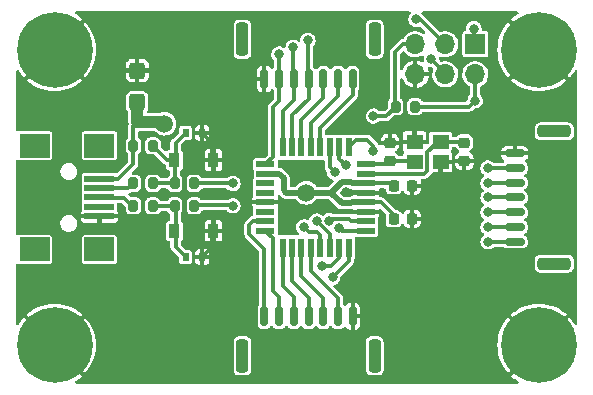
<source format=gtl>
%TF.GenerationSoftware,KiCad,Pcbnew,(6.0.1-0)*%
%TF.CreationDate,2022-04-28T20:36:40+12:00*%
%TF.ProjectId,gswitch18,67737769-7463-4683-9138-2e6b69636164,1.2*%
%TF.SameCoordinates,PX487ab00PY3072580*%
%TF.FileFunction,Copper,L1,Top*%
%TF.FilePolarity,Positive*%
%FSLAX46Y46*%
G04 Gerber Fmt 4.6, Leading zero omitted, Abs format (unit mm)*
G04 Created by KiCad (PCBNEW (6.0.1-0)) date 2022-04-28 20:36:40*
%MOMM*%
%LPD*%
G01*
G04 APERTURE LIST*
G04 Aperture macros list*
%AMRoundRect*
0 Rectangle with rounded corners*
0 $1 Rounding radius*
0 $2 $3 $4 $5 $6 $7 $8 $9 X,Y pos of 4 corners*
0 Add a 4 corners polygon primitive as box body*
4,1,4,$2,$3,$4,$5,$6,$7,$8,$9,$2,$3,0*
0 Add four circle primitives for the rounded corners*
1,1,$1+$1,$2,$3*
1,1,$1+$1,$4,$5*
1,1,$1+$1,$6,$7*
1,1,$1+$1,$8,$9*
0 Add four rect primitives between the rounded corners*
20,1,$1+$1,$2,$3,$4,$5,0*
20,1,$1+$1,$4,$5,$6,$7,0*
20,1,$1+$1,$6,$7,$8,$9,0*
20,1,$1+$1,$8,$9,$2,$3,0*%
G04 Aperture macros list end*
%TA.AperFunction,SMDPad,CuDef*%
%ADD10RoundRect,0.250000X0.425000X-0.450000X0.425000X0.450000X-0.425000X0.450000X-0.425000X-0.450000X0*%
%TD*%
%TA.AperFunction,SMDPad,CuDef*%
%ADD11R,1.600000X0.550000*%
%TD*%
%TA.AperFunction,SMDPad,CuDef*%
%ADD12R,0.550000X1.600000*%
%TD*%
%TA.AperFunction,SMDPad,CuDef*%
%ADD13RoundRect,0.225000X-0.225000X-0.250000X0.225000X-0.250000X0.225000X0.250000X-0.225000X0.250000X0*%
%TD*%
%TA.AperFunction,SMDPad,CuDef*%
%ADD14RoundRect,0.225000X0.250000X-0.225000X0.250000X0.225000X-0.250000X0.225000X-0.250000X-0.225000X0*%
%TD*%
%TA.AperFunction,SMDPad,CuDef*%
%ADD15RoundRect,0.225000X-0.250000X0.225000X-0.250000X-0.225000X0.250000X-0.225000X0.250000X0.225000X0*%
%TD*%
%TA.AperFunction,SMDPad,CuDef*%
%ADD16R,0.600000X0.700000*%
%TD*%
%TA.AperFunction,SMDPad,CuDef*%
%ADD17RoundRect,0.200000X0.200000X0.275000X-0.200000X0.275000X-0.200000X-0.275000X0.200000X-0.275000X0*%
%TD*%
%TA.AperFunction,SMDPad,CuDef*%
%ADD18RoundRect,0.200000X-0.200000X-0.275000X0.200000X-0.275000X0.200000X0.275000X-0.200000X0.275000X0*%
%TD*%
%TA.AperFunction,SMDPad,CuDef*%
%ADD19R,1.700000X1.700000*%
%TD*%
%TA.AperFunction,SMDPad,CuDef*%
%ADD20O,1.700000X1.700000*%
%TD*%
%TA.AperFunction,SMDPad,CuDef*%
%ADD21R,1.400000X1.200000*%
%TD*%
%TA.AperFunction,SMDPad,CuDef*%
%ADD22R,0.900000X1.200000*%
%TD*%
%TA.AperFunction,SMDPad,CuDef*%
%ADD23RoundRect,0.150000X0.150000X0.700000X-0.150000X0.700000X-0.150000X-0.700000X0.150000X-0.700000X0*%
%TD*%
%TA.AperFunction,SMDPad,CuDef*%
%ADD24RoundRect,0.250000X0.250000X1.150000X-0.250000X1.150000X-0.250000X-1.150000X0.250000X-1.150000X0*%
%TD*%
%TA.AperFunction,SMDPad,CuDef*%
%ADD25RoundRect,0.150000X-0.150000X-0.700000X0.150000X-0.700000X0.150000X0.700000X-0.150000X0.700000X0*%
%TD*%
%TA.AperFunction,SMDPad,CuDef*%
%ADD26RoundRect,0.250000X-0.250000X-1.150000X0.250000X-1.150000X0.250000X1.150000X-0.250000X1.150000X0*%
%TD*%
%TA.AperFunction,ComponentPad*%
%ADD27C,0.800000*%
%TD*%
%TA.AperFunction,ComponentPad*%
%ADD28C,6.400000*%
%TD*%
%TA.AperFunction,SMDPad,CuDef*%
%ADD29R,2.500000X0.500000*%
%TD*%
%TA.AperFunction,SMDPad,CuDef*%
%ADD30R,2.500000X2.000000*%
%TD*%
%TA.AperFunction,SMDPad,CuDef*%
%ADD31RoundRect,0.150000X-0.700000X0.150000X-0.700000X-0.150000X0.700000X-0.150000X0.700000X0.150000X0*%
%TD*%
%TA.AperFunction,SMDPad,CuDef*%
%ADD32RoundRect,0.250000X-1.150000X0.250000X-1.150000X-0.250000X1.150000X-0.250000X1.150000X0.250000X0*%
%TD*%
%TA.AperFunction,ViaPad*%
%ADD33C,0.800000*%
%TD*%
%TA.AperFunction,ViaPad*%
%ADD34C,1.500000*%
%TD*%
%TA.AperFunction,Conductor*%
%ADD35C,0.500000*%
%TD*%
%TA.AperFunction,Conductor*%
%ADD36C,0.350000*%
%TD*%
%TA.AperFunction,Conductor*%
%ADD37C,1.000000*%
%TD*%
G04 APERTURE END LIST*
D10*
%TO.P,C5,1*%
%TO.N,+5V*%
X10500000Y-7950000D03*
%TO.P,C5,2*%
%TO.N,GND*%
X10500000Y-5250000D03*
%TD*%
D11*
%TO.P,U1,1,PD3*%
%TO.N,/SW11*%
X29850000Y-18800000D03*
%TO.P,U1,2,PD4*%
%TO.N,/SW10*%
X29850000Y-18000000D03*
%TO.P,U1,3,GND*%
%TO.N,GND*%
X29850000Y-17200000D03*
%TO.P,U1,4,VCC*%
%TO.N,+5V*%
X29850000Y-16400000D03*
%TO.P,U1,5,GND*%
%TO.N,GND*%
X29850000Y-15600000D03*
%TO.P,U1,6,VCC*%
%TO.N,+5V*%
X29850000Y-14800000D03*
%TO.P,U1,7,PB6/XTAL1*%
%TO.N,Net-(C3-Pad1)*%
X29850000Y-14000000D03*
%TO.P,U1,8,PB7/XTAL_2*%
%TO.N,Net-(C4-Pad1)*%
X29850000Y-13200000D03*
D12*
%TO.P,U1,9,PD5*%
%TO.N,/SW09*%
X28400000Y-11750000D03*
%TO.P,U1,10,PD6*%
%TO.N,/SW08*%
X27600000Y-11750000D03*
%TO.P,U1,11,PD7*%
%TO.N,/SW07*%
X26800000Y-11750000D03*
%TO.P,U1,12,PB0/PCINT0*%
%TO.N,/SW06*%
X26000000Y-11750000D03*
%TO.P,U1,13,PB1/PCINT1*%
%TO.N,/SW05*%
X25200000Y-11750000D03*
%TO.P,U1,14,PB2/ss*%
%TO.N,/SW04*%
X24400000Y-11750000D03*
%TO.P,U1,15,PB3/MOSI*%
%TO.N,/MOSI*%
X23600000Y-11750000D03*
%TO.P,U1,16,PB4/MISO*%
%TO.N,/MISO*%
X22800000Y-11750000D03*
D11*
%TO.P,U1,17,PB5(SCK)*%
%TO.N,/SCK*%
X21350000Y-13200000D03*
%TO.P,U1,18,AVcc*%
%TO.N,+5V*%
X21350000Y-14000000D03*
%TO.P,U1,19,ADC6*%
%TO.N,unconnected-(U1-Pad19)*%
X21350000Y-14800000D03*
%TO.P,U1,20,AREF*%
%TO.N,unconnected-(U1-Pad20)*%
X21350000Y-15600000D03*
%TO.P,U1,21,GND*%
%TO.N,GND*%
X21350000Y-16400000D03*
%TO.P,U1,22,ADC7*%
%TO.N,unconnected-(U1-Pad22)*%
X21350000Y-17200000D03*
%TO.P,U1,23,PC0*%
%TO.N,/SW18*%
X21350000Y-18000000D03*
%TO.P,U1,24,PC1*%
%TO.N,/SW17*%
X21350000Y-18800000D03*
D12*
%TO.P,U1,25,PC2*%
%TO.N,/SW16*%
X22800000Y-20250000D03*
%TO.P,U1,26,PC3*%
%TO.N,/SW15*%
X23600000Y-20250000D03*
%TO.P,U1,27,PC4*%
%TO.N,/SW14*%
X24400000Y-20250000D03*
%TO.P,U1,28,PC5*%
%TO.N,/SW13*%
X25200000Y-20250000D03*
%TO.P,U1,29,PC6/reset/PCINT14*%
%TO.N,/RESET*%
X26000000Y-20250000D03*
%TO.P,U1,30,PD0/RXD*%
%TO.N,/SW12*%
X26800000Y-20250000D03*
%TO.P,U1,31,PD1/TXD*%
%TO.N,/D-*%
X27600000Y-20250000D03*
%TO.P,U1,32,PD2/INT0*%
%TO.N,/D+*%
X28400000Y-20250000D03*
%TD*%
D13*
%TO.P,C2,1*%
%TO.N,+5V*%
X32225000Y-17800000D03*
%TO.P,C2,2*%
%TO.N,GND*%
X33775000Y-17800000D03*
%TD*%
D14*
%TO.P,C4,1*%
%TO.N,Net-(C4-Pad1)*%
X31900000Y-12900000D03*
%TO.P,C4,2*%
%TO.N,GND*%
X31900000Y-11350000D03*
%TD*%
D15*
%TO.P,C3,1*%
%TO.N,Net-(C3-Pad1)*%
X38200000Y-11350000D03*
%TO.P,C3,2*%
%TO.N,GND*%
X38200000Y-12900000D03*
%TD*%
D16*
%TO.P,D2,1,K*%
%TO.N,Net-(D2-Pad1)*%
X14600000Y-21025000D03*
%TO.P,D2,2,A*%
%TO.N,GND*%
X16000000Y-21025000D03*
%TD*%
%TO.P,D1,1,K*%
%TO.N,Net-(D1-Pad1)*%
X14600000Y-10525000D03*
%TO.P,D1,2,A*%
%TO.N,GND*%
X16000000Y-10525000D03*
%TD*%
D17*
%TO.P,R7,1*%
%TO.N,+5V*%
X34025000Y-8300000D03*
%TO.P,R7,2*%
%TO.N,/RESET*%
X32375000Y-8300000D03*
%TD*%
%TO.P,R5,1*%
%TO.N,/D-*%
X15325000Y-14800000D03*
%TO.P,R5,2*%
%TO.N,Net-(D1-Pad1)*%
X13675000Y-14800000D03*
%TD*%
%TO.P,R6,1*%
%TO.N,/D+*%
X15325000Y-16700000D03*
%TO.P,R6,2*%
%TO.N,Net-(D2-Pad1)*%
X13675000Y-16700000D03*
%TD*%
D18*
%TO.P,R3,1*%
%TO.N,+5V*%
X10175000Y-11625000D03*
%TO.P,R3,2*%
%TO.N,Net-(D1-Pad1)*%
X11825000Y-11625000D03*
%TD*%
D17*
%TO.P,R1,1*%
%TO.N,Net-(D2-Pad1)*%
X11825000Y-16700000D03*
%TO.P,R1,2*%
%TO.N,Net-(P4-Pad3)*%
X10175000Y-16700000D03*
%TD*%
%TO.P,R2,1*%
%TO.N,Net-(D1-Pad1)*%
X11825000Y-14800000D03*
%TO.P,R2,2*%
%TO.N,Net-(P4-Pad2)*%
X10175000Y-14800000D03*
%TD*%
D19*
%TO.P,P5,1,Pin_1*%
%TO.N,/MISO*%
X39125000Y-3025000D03*
D20*
%TO.P,P5,2,Pin_2*%
%TO.N,+5V*%
X39125000Y-5565000D03*
%TO.P,P5,3,Pin_3*%
%TO.N,/SCK*%
X36585000Y-3025000D03*
%TO.P,P5,4,Pin_4*%
%TO.N,/MOSI*%
X36585000Y-5565000D03*
%TO.P,P5,5,Pin_5*%
%TO.N,/RESET*%
X34045000Y-3025000D03*
%TO.P,P5,6,Pin_6*%
%TO.N,GND*%
X34045000Y-5565000D03*
%TD*%
D21*
%TO.P,X1,1,1*%
%TO.N,Net-(C4-Pad1)*%
X33975000Y-12975000D03*
%TO.P,X1,2,2*%
%TO.N,GND*%
X36175000Y-12975000D03*
%TO.P,X1,3,3*%
%TO.N,Net-(C3-Pad1)*%
X36175000Y-11275000D03*
%TO.P,X1,4,4*%
%TO.N,GND*%
X33975000Y-11275000D03*
%TD*%
D22*
%TO.P,D4,1,K*%
%TO.N,Net-(D1-Pad1)*%
X13650000Y-12825000D03*
%TO.P,D4,2,A*%
%TO.N,GND*%
X16950000Y-12825000D03*
%TD*%
%TO.P,D3,1,K*%
%TO.N,Net-(D2-Pad1)*%
X13650000Y-18825000D03*
%TO.P,D3,2,A*%
%TO.N,GND*%
X16950000Y-18825000D03*
%TD*%
D23*
%TO.P,P3,1,Pin_1*%
%TO.N,GND*%
X28750000Y-26050000D03*
%TO.P,P3,2,Pin_2*%
%TO.N,/SW13*%
X27500000Y-26050000D03*
%TO.P,P3,3,Pin_3*%
%TO.N,/SW14*%
X26250000Y-26050000D03*
%TO.P,P3,4,Pin_4*%
%TO.N,/SW15*%
X25000000Y-26050000D03*
%TO.P,P3,5,Pin_5*%
%TO.N,/SW16*%
X23750000Y-26050000D03*
%TO.P,P3,6,Pin_6*%
%TO.N,/SW17*%
X22500000Y-26050000D03*
%TO.P,P3,7,Pin_7*%
%TO.N,/SW18*%
X21250000Y-26050000D03*
D24*
%TO.P,P3,MP*%
%TO.N,N/C*%
X30600000Y-29400000D03*
X19400000Y-29400000D03*
%TD*%
D25*
%TO.P,P1,1,Pin_1*%
%TO.N,GND*%
X21250000Y-5950000D03*
%TO.P,P1,2,Pin_2*%
%TO.N,/SCK*%
X22500000Y-5950000D03*
%TO.P,P1,3,Pin_3*%
%TO.N,/MISO*%
X23750000Y-5950000D03*
%TO.P,P1,4,Pin_4*%
%TO.N,/MOSI*%
X25000000Y-5950000D03*
%TO.P,P1,5,Pin_5*%
%TO.N,/SW04*%
X26250000Y-5950000D03*
%TO.P,P1,6,Pin_6*%
%TO.N,/SW05*%
X27500000Y-5950000D03*
%TO.P,P1,7,Pin_7*%
%TO.N,/SW06*%
X28750000Y-5950000D03*
D26*
%TO.P,P1,MP*%
%TO.N,N/C*%
X19400000Y-2600000D03*
X30600000Y-2600000D03*
%TD*%
D27*
%TO.P,MH1,1,G*%
%TO.N,GND*%
X3500000Y-1100000D03*
X5197056Y-5197056D03*
X1802944Y-5197056D03*
X1100000Y-3500000D03*
X5197056Y-1802944D03*
X3500000Y-5900000D03*
X1802944Y-1802944D03*
X5900000Y-3500000D03*
D28*
X3500000Y-3500000D03*
%TD*%
D27*
%TO.P,MH2,1,G*%
%TO.N,GND*%
X46197056Y-5197056D03*
X46900000Y-3500000D03*
X42802944Y-1802944D03*
X42802944Y-5197056D03*
X44500000Y-5900000D03*
D28*
X44500000Y-3500000D03*
D27*
X42100000Y-3500000D03*
X46197056Y-1802944D03*
X44500000Y-1100000D03*
%TD*%
%TO.P,MH3,1,G*%
%TO.N,GND*%
X1802944Y-30197056D03*
X5197056Y-30197056D03*
X1802944Y-26802944D03*
X1100000Y-28500000D03*
D28*
X3500000Y-28500000D03*
D27*
X3500000Y-26100000D03*
X3500000Y-30900000D03*
X5900000Y-28500000D03*
X5197056Y-26802944D03*
%TD*%
%TO.P,MH4,1*%
%TO.N,GND*%
X46197056Y-26802944D03*
X46197056Y-30197056D03*
X44500000Y-30900000D03*
X42802944Y-26802944D03*
X42802944Y-30197056D03*
D28*
X44500000Y-28500000D03*
D27*
X46900000Y-28500000D03*
X42100000Y-28500000D03*
X44500000Y-26100000D03*
%TD*%
D29*
%TO.P,P4,1,VBUS*%
%TO.N,+5V*%
X7300000Y-14400000D03*
%TO.P,P4,2,D-*%
%TO.N,Net-(P4-Pad2)*%
X7300000Y-15200000D03*
%TO.P,P4,3,D+*%
%TO.N,Net-(P4-Pad3)*%
X7300000Y-16000000D03*
%TO.P,P4,4,ID*%
%TO.N,unconnected-(P4-Pad4)*%
X7300000Y-16800000D03*
%TO.P,P4,5,GND*%
%TO.N,GND*%
X7300000Y-17600000D03*
D30*
%TO.P,P4,6,Shield*%
%TO.N,unconnected-(P4-Pad6)*%
X7300000Y-20400000D03*
%TO.P,P4,mp*%
%TO.N,N/C*%
X1800000Y-20400000D03*
X1800000Y-11600000D03*
X7300000Y-11600000D03*
%TD*%
D31*
%TO.P,P2,1,Pin_1*%
%TO.N,GND*%
X42450000Y-12250000D03*
%TO.P,P2,2,Pin_2*%
%TO.N,/SW07*%
X42450000Y-13500000D03*
%TO.P,P2,3,Pin_3*%
%TO.N,/SW08*%
X42450000Y-14750000D03*
%TO.P,P2,4,Pin_4*%
%TO.N,/SW09*%
X42450000Y-16000000D03*
%TO.P,P2,5,Pin_5*%
%TO.N,/SW10*%
X42450000Y-17250000D03*
%TO.P,P2,6,Pin_6*%
%TO.N,/SW11*%
X42450000Y-18500000D03*
%TO.P,P2,7,Pin_7*%
%TO.N,/SW12*%
X42450000Y-19750000D03*
D32*
%TO.P,P2,MP*%
%TO.N,N/C*%
X45800000Y-10400000D03*
X45800000Y-21600000D03*
%TD*%
D13*
%TO.P,C1,1*%
%TO.N,+5V*%
X32225000Y-15000000D03*
%TO.P,C1,2*%
%TO.N,GND*%
X33775000Y-15000000D03*
%TD*%
D33*
%TO.N,+5V*%
X39100000Y-7800000D03*
D34*
X12800000Y-9750000D03*
X24800000Y-15600000D03*
D33*
%TO.N,/D+*%
X18600000Y-16700000D03*
X27050000Y-22750000D03*
%TO.N,/D-*%
X18600000Y-14800000D03*
X26100000Y-21825511D03*
%TO.N,/MISO*%
X39000000Y-1700000D03*
X23700000Y-3300000D03*
%TO.N,/MOSI*%
X35400000Y-4300000D03*
X24950000Y-2700000D03*
%TO.N,/RESET*%
X30500000Y-9100000D03*
X24600000Y-18500000D03*
%TO.N,/SCK*%
X22500000Y-3850000D03*
X34100000Y-900000D03*
%TO.N,/SW07*%
X27200000Y-13850000D03*
X40200000Y-13500000D03*
%TO.N,/SW08*%
X40200000Y-14800000D03*
X28150000Y-13250000D03*
%TO.N,/SW09*%
X30500000Y-12024500D03*
X40200000Y-16000000D03*
%TO.N,/SW10*%
X26747655Y-17952345D03*
X40200000Y-17250000D03*
%TO.N,/SW11*%
X27600000Y-18600000D03*
X40200000Y-18500000D03*
%TO.N,/SW12*%
X40200000Y-19750000D03*
X25700000Y-18000000D03*
%TO.N,GND*%
X12400000Y-30800000D03*
X900000Y-9650000D03*
X20050000Y-20750000D03*
X18600000Y-18000000D03*
X15300000Y-18825000D03*
X37650000Y-4450000D03*
X4050000Y-16000000D03*
X35600000Y-800000D03*
X39150000Y-21350000D03*
X33200000Y-9450000D03*
X29800000Y-21400000D03*
X900000Y-22650000D03*
X15300000Y-12825000D03*
X38650000Y-16200000D03*
X27500000Y-10100000D03*
X8500000Y-13350000D03*
X20600000Y-11600000D03*
X10850000Y-1150000D03*
X23900000Y-13950000D03*
X26750000Y-1900000D03*
X12400000Y-17925000D03*
X32100000Y-1900000D03*
X32750000Y-30800000D03*
X30450000Y-6400000D03*
X17300000Y-30800000D03*
X47050000Y-15950000D03*
X800000Y-16050000D03*
X40200000Y-12200000D03*
X12300000Y-8050000D03*
X23350000Y-18400000D03*
X20600000Y-7800000D03*
X9500000Y-17925000D03*
X32950000Y-16200000D03*
X17250000Y-1150000D03*
X28175688Y-15549500D03*
X12750000Y-13900000D03*
%TD*%
D35*
%TO.N,+5V*%
X22900000Y-14375978D02*
X22900000Y-15400000D01*
X28600489Y-16500000D02*
X27800000Y-16500000D01*
D36*
X39100000Y-5590000D02*
X39125000Y-5565000D01*
D37*
X10500000Y-9600000D02*
X10500000Y-8075000D01*
D35*
X28600489Y-14700000D02*
X28700489Y-14800000D01*
D36*
X32025000Y-14800000D02*
X29850000Y-14800000D01*
X8900000Y-14425000D02*
X10175000Y-13150000D01*
X38600000Y-8300000D02*
X39100000Y-7800000D01*
X34025000Y-8300000D02*
X38600000Y-8300000D01*
D35*
X29850000Y-16400000D02*
X28700489Y-16400000D01*
D36*
X32225000Y-15000000D02*
X32025000Y-14800000D01*
X10175000Y-9925000D02*
X10500000Y-9600000D01*
D35*
X21350000Y-14000000D02*
X22524022Y-14000000D01*
X28700489Y-14800000D02*
X29850000Y-14800000D01*
D36*
X39100000Y-7800000D02*
X39100000Y-5590000D01*
D35*
X22524022Y-14000000D02*
X22900000Y-14375978D01*
D36*
X32225000Y-17500000D02*
X31125000Y-16400000D01*
X31125000Y-16400000D02*
X29850000Y-16400000D01*
D37*
X12800000Y-9625000D02*
X12775000Y-9600000D01*
D35*
X23100000Y-15600000D02*
X26900000Y-15600000D01*
D37*
X12775000Y-9600000D02*
X10500000Y-9600000D01*
D35*
X27800000Y-14700000D02*
X28600489Y-14700000D01*
X26900000Y-15600000D02*
X27800000Y-14700000D01*
D36*
X10175000Y-11625000D02*
X10175000Y-9925000D01*
X10175000Y-13150000D02*
X10175000Y-11625000D01*
X7300000Y-14425000D02*
X8900000Y-14425000D01*
D35*
X27800000Y-16500000D02*
X26900000Y-15600000D01*
X22900000Y-15400000D02*
X23100000Y-15600000D01*
X28700489Y-16400000D02*
X28600489Y-16500000D01*
D36*
%TO.N,/D+*%
X28400000Y-21400000D02*
X28400000Y-20500000D01*
X15375000Y-16650000D02*
X15325000Y-16700000D01*
X18550000Y-16650000D02*
X15375000Y-16650000D01*
X27050000Y-22750000D02*
X28400000Y-21400000D01*
X18600000Y-16700000D02*
X18550000Y-16650000D01*
%TO.N,/D-*%
X26100000Y-21825511D02*
X26874489Y-21825511D01*
X18600000Y-14800000D02*
X15325000Y-14800000D01*
X26874489Y-21825511D02*
X27600000Y-21100000D01*
X27600000Y-21100000D02*
X27600000Y-20250000D01*
%TO.N,/MISO*%
X39000000Y-1700000D02*
X39000000Y-2900000D01*
X23750000Y-7750000D02*
X23750000Y-5950000D01*
X39000000Y-2900000D02*
X39125000Y-3025000D01*
X23700000Y-3300000D02*
X23700000Y-5900000D01*
X23700000Y-5900000D02*
X23750000Y-5950000D01*
X22800000Y-11750000D02*
X22800000Y-8700000D01*
X22800000Y-8700000D02*
X23750000Y-7750000D01*
%TO.N,/MOSI*%
X24950000Y-2700000D02*
X24950000Y-5900000D01*
X24950000Y-5900000D02*
X25000000Y-5950000D01*
X35400000Y-4300000D02*
X36585000Y-5485000D01*
X23600000Y-9050000D02*
X25000000Y-7650000D01*
X23600000Y-11750000D02*
X23600000Y-9050000D01*
X36585000Y-5485000D02*
X36585000Y-5565000D01*
X25000000Y-7650000D02*
X25000000Y-5950000D01*
%TO.N,/RESET*%
X32375000Y-8300000D02*
X31575000Y-9100000D01*
X32300000Y-3700000D02*
X32300000Y-8225000D01*
X34045000Y-3025000D02*
X32975000Y-3025000D01*
X25000000Y-18900000D02*
X25700000Y-18900000D01*
X24600000Y-18500000D02*
X25000000Y-18900000D01*
X31575000Y-9100000D02*
X30500000Y-9100000D01*
X25700000Y-18900000D02*
X26000000Y-19200000D01*
X32975000Y-3025000D02*
X32300000Y-3700000D01*
X26000000Y-19200000D02*
X26000000Y-20250000D01*
X32300000Y-8225000D02*
X32375000Y-8300000D01*
%TO.N,/SCK*%
X22500000Y-7850000D02*
X22500000Y-5950000D01*
X34100000Y-900000D02*
X34411480Y-900000D01*
X22000000Y-8350000D02*
X22500000Y-7850000D01*
X36536480Y-3025000D02*
X36585000Y-3025000D01*
X21350000Y-13200000D02*
X22000000Y-12550000D01*
X34411480Y-900000D02*
X36536480Y-3025000D01*
X22000000Y-12550000D02*
X22000000Y-8350000D01*
X22500000Y-3850000D02*
X22500000Y-5950000D01*
%TO.N,/SW04*%
X24400000Y-9450000D02*
X26250000Y-7600000D01*
X24400000Y-11750000D02*
X24400000Y-9450000D01*
X26250000Y-7600000D02*
X26250000Y-5950000D01*
%TO.N,/SW05*%
X25200000Y-11750000D02*
X25200000Y-9700000D01*
X25200000Y-9700000D02*
X27500000Y-7400000D01*
X27500000Y-7400000D02*
X27500000Y-5950000D01*
%TO.N,/SW06*%
X26000000Y-11750000D02*
X26000000Y-10075000D01*
X26000000Y-10075000D02*
X28750000Y-7325000D01*
X28750000Y-7325000D02*
X28750000Y-5950000D01*
%TO.N,/SW07*%
X26800000Y-13450000D02*
X27200000Y-13850000D01*
X26800000Y-11750000D02*
X26800000Y-13450000D01*
X40200000Y-13500000D02*
X42450000Y-13500000D01*
%TO.N,/SW08*%
X27600000Y-12700000D02*
X28150000Y-13250000D01*
X27600000Y-11750000D02*
X27600000Y-12700000D01*
X42400000Y-14800000D02*
X42450000Y-14750000D01*
X40200000Y-14800000D02*
X42400000Y-14800000D01*
%TO.N,/SW09*%
X40200000Y-16000000D02*
X42450000Y-16000000D01*
X29050000Y-11100000D02*
X28400000Y-11750000D01*
X30500000Y-12024500D02*
X30500000Y-11650000D01*
X30500000Y-11650000D02*
X29950000Y-11100000D01*
X29950000Y-11100000D02*
X29050000Y-11100000D01*
%TO.N,/SW10*%
X28425489Y-17825489D02*
X28600000Y-18000000D01*
X26874511Y-17825489D02*
X28425489Y-17825489D01*
X26747655Y-17952345D02*
X26874511Y-17825489D01*
X40200000Y-17250000D02*
X42450000Y-17250000D01*
X28600000Y-18000000D02*
X29850000Y-18000000D01*
%TO.N,/SW11*%
X40200000Y-18500000D02*
X42450000Y-18500000D01*
X27800000Y-18800000D02*
X27600000Y-18600000D01*
X29850000Y-18800000D02*
X27800000Y-18800000D01*
%TO.N,/SW12*%
X40200000Y-19750000D02*
X42450000Y-19750000D01*
X26800000Y-19100000D02*
X25700000Y-18000000D01*
X26800000Y-20250000D02*
X26800000Y-19100000D01*
%TO.N,/SW13*%
X25200000Y-22250000D02*
X27500000Y-24550000D01*
X25200000Y-20250000D02*
X25200000Y-22250000D01*
X27500000Y-24550000D02*
X27500000Y-26050000D01*
%TO.N,/SW14*%
X24400000Y-20250000D02*
X24400000Y-22672862D01*
X26250000Y-24522862D02*
X26250000Y-26050000D01*
X24400000Y-22672862D02*
X26250000Y-24522862D01*
%TO.N,/SW15*%
X23600000Y-20250000D02*
X23600000Y-23072862D01*
X25000000Y-24472862D02*
X25000000Y-26050000D01*
X23600000Y-23072862D02*
X25000000Y-24472862D01*
%TO.N,/SW16*%
X22800000Y-20250000D02*
X22800000Y-23500000D01*
X23750000Y-24450000D02*
X23750000Y-26050000D01*
X22800000Y-23500000D02*
X23750000Y-24450000D01*
%TO.N,/SW17*%
X21350000Y-18800000D02*
X22000000Y-19450000D01*
X22000000Y-19450000D02*
X22000000Y-23950000D01*
X22500000Y-24450000D02*
X22500000Y-26050000D01*
X22000000Y-23950000D02*
X22500000Y-24450000D01*
%TO.N,/SW18*%
X20000000Y-18325978D02*
X20000000Y-19100000D01*
X20000000Y-19100000D02*
X21250000Y-20350000D01*
X20325978Y-18000000D02*
X20000000Y-18325978D01*
X21250000Y-20350000D02*
X21250000Y-26050000D01*
X21350000Y-18000000D02*
X20325978Y-18000000D01*
%TO.N,GND*%
X28175688Y-15549500D02*
X29799500Y-15549500D01*
X16862500Y-11387500D02*
X16862500Y-12825000D01*
X16000000Y-21025000D02*
X16862500Y-20162500D01*
X16862500Y-20162500D02*
X16862500Y-18825000D01*
X16000000Y-10525000D02*
X16862500Y-11387500D01*
%TO.N,Net-(P4-Pad2)*%
X9875000Y-15025000D02*
X9675100Y-15224900D01*
X9675100Y-15224900D02*
X7183000Y-15224900D01*
%TO.N,Net-(P4-Pad3)*%
X9375000Y-16025000D02*
X7172300Y-16025000D01*
X9875000Y-16525000D02*
X9375000Y-16025000D01*
%TO.N,Net-(C3-Pad1)*%
X35070000Y-13730000D02*
X35070000Y-12130000D01*
X29850000Y-14000000D02*
X34800000Y-14000000D01*
X35070000Y-12130000D02*
X35925000Y-11275000D01*
X38200000Y-11350000D02*
X38125000Y-11275000D01*
X34800000Y-14000000D02*
X35070000Y-13730000D01*
X38125000Y-11275000D02*
X36175000Y-11275000D01*
X35925000Y-11275000D02*
X36175000Y-11275000D01*
%TO.N,Net-(C4-Pad1)*%
X29850000Y-13200000D02*
X31600000Y-13200000D01*
X31600000Y-13200000D02*
X31900000Y-12900000D01*
X33900000Y-12900000D02*
X33975000Y-12975000D01*
X31900000Y-12900000D02*
X33900000Y-12900000D01*
%TO.N,Net-(D1-Pad1)*%
X13675000Y-14800000D02*
X13675000Y-12887500D01*
X11825000Y-14800000D02*
X13675000Y-14800000D01*
X13025000Y-12825000D02*
X13737500Y-12825000D01*
X13737500Y-11387500D02*
X13737500Y-12825000D01*
X14600000Y-10525000D02*
X13737500Y-11387500D01*
X11825000Y-11625000D02*
X13025000Y-12825000D01*
%TO.N,Net-(D2-Pad1)*%
X13737500Y-16762500D02*
X13737500Y-20162500D01*
X13675000Y-16700000D02*
X13737500Y-16762500D01*
X13737500Y-20162500D02*
X14600000Y-21025000D01*
X11825000Y-16700000D02*
X13675000Y-16700000D01*
%TD*%
%TA.AperFunction,Conductor*%
%TO.N,GND*%
G36*
X33593238Y-269685D02*
G01*
X33638993Y-322489D01*
X33648937Y-391647D01*
X33618410Y-456843D01*
X33613034Y-461533D01*
X33522501Y-590348D01*
X33465309Y-737039D01*
X33444758Y-893138D01*
X33445578Y-900566D01*
X33445578Y-900568D01*
X33456928Y-1003374D01*
X33462035Y-1049633D01*
X33464601Y-1056645D01*
X33464602Y-1056649D01*
X33487111Y-1118156D01*
X33516143Y-1197490D01*
X33603958Y-1328172D01*
X33639041Y-1360095D01*
X33714878Y-1429102D01*
X33714882Y-1429105D01*
X33720410Y-1434135D01*
X33726980Y-1437702D01*
X33726981Y-1437703D01*
X33825344Y-1491110D01*
X33858776Y-1509262D01*
X33961031Y-1536088D01*
X34003841Y-1547319D01*
X34003843Y-1547319D01*
X34011069Y-1549215D01*
X34088127Y-1550425D01*
X34161025Y-1551571D01*
X34161028Y-1551571D01*
X34168495Y-1551688D01*
X34175776Y-1550020D01*
X34175780Y-1550020D01*
X34266567Y-1529226D01*
X34321968Y-1516538D01*
X34325444Y-1514790D01*
X34393665Y-1510695D01*
X34453602Y-1543870D01*
X34854574Y-1944842D01*
X34888059Y-2006165D01*
X34883075Y-2075857D01*
X34841203Y-2131790D01*
X34775739Y-2156207D01*
X34707466Y-2141355D01*
X34700725Y-2137393D01*
X34551566Y-2043280D01*
X34551564Y-2043279D01*
X34546757Y-2040246D01*
X34358898Y-1965298D01*
X34353317Y-1964188D01*
X34353314Y-1964187D01*
X34260976Y-1945820D01*
X34160526Y-1925839D01*
X34154839Y-1925765D01*
X34154834Y-1925764D01*
X33963975Y-1923266D01*
X33963970Y-1923266D01*
X33958286Y-1923192D01*
X33952682Y-1924155D01*
X33952681Y-1924155D01*
X33764546Y-1956482D01*
X33764543Y-1956483D01*
X33758949Y-1957444D01*
X33737660Y-1965298D01*
X33574521Y-2025483D01*
X33574517Y-2025485D01*
X33569193Y-2027449D01*
X33564310Y-2030354D01*
X33564308Y-2030355D01*
X33422406Y-2114778D01*
X33395371Y-2130862D01*
X33243305Y-2264220D01*
X33118089Y-2423057D01*
X33115442Y-2428088D01*
X33060120Y-2533237D01*
X33011485Y-2583400D01*
X32950382Y-2599500D01*
X32907607Y-2599500D01*
X32884636Y-2606964D01*
X32865721Y-2611504D01*
X32851513Y-2613754D01*
X32851511Y-2613755D01*
X32841874Y-2615281D01*
X32820353Y-2626246D01*
X32802384Y-2633689D01*
X32779419Y-2641151D01*
X32771522Y-2646888D01*
X32771521Y-2646889D01*
X32759880Y-2655346D01*
X32743299Y-2665508D01*
X32721780Y-2676472D01*
X32626472Y-2771780D01*
X32626471Y-2771782D01*
X32046780Y-3351472D01*
X31951472Y-3446780D01*
X31940509Y-3468297D01*
X31930346Y-3484881D01*
X31921884Y-3496527D01*
X31921882Y-3496531D01*
X31916151Y-3504419D01*
X31913136Y-3513698D01*
X31908689Y-3527384D01*
X31901246Y-3545353D01*
X31890281Y-3566874D01*
X31888755Y-3576511D01*
X31888754Y-3576513D01*
X31886504Y-3590721D01*
X31881964Y-3609636D01*
X31874500Y-3632607D01*
X31874500Y-7632710D01*
X31854815Y-7699749D01*
X31850242Y-7706381D01*
X31778092Y-7804064D01*
X31772366Y-7811816D01*
X31769297Y-7820555D01*
X31769296Y-7820557D01*
X31759837Y-7847493D01*
X31727481Y-7939631D01*
X31724500Y-7971166D01*
X31724500Y-8297390D01*
X31704815Y-8364429D01*
X31688181Y-8385071D01*
X31435071Y-8638181D01*
X31373748Y-8671666D01*
X31347390Y-8674500D01*
X31047561Y-8674500D01*
X30980522Y-8654815D01*
X30965072Y-8643083D01*
X30964782Y-8642824D01*
X30873976Y-8561919D01*
X30734831Y-8488245D01*
X30582128Y-8449889D01*
X30500329Y-8449461D01*
X30432158Y-8449104D01*
X30432157Y-8449104D01*
X30424684Y-8449065D01*
X30417421Y-8450809D01*
X30417418Y-8450809D01*
X30348136Y-8467443D01*
X30271588Y-8485820D01*
X30131679Y-8558032D01*
X30013034Y-8661533D01*
X29922501Y-8790348D01*
X29919785Y-8797313D01*
X29919785Y-8797314D01*
X29911773Y-8817864D01*
X29865309Y-8937039D01*
X29844758Y-9093138D01*
X29862035Y-9249633D01*
X29916143Y-9397490D01*
X30003958Y-9528172D01*
X30052667Y-9572494D01*
X30114878Y-9629102D01*
X30114882Y-9629105D01*
X30120410Y-9634135D01*
X30126980Y-9637702D01*
X30126981Y-9637703D01*
X30252208Y-9705696D01*
X30258776Y-9709262D01*
X30361031Y-9736088D01*
X30403841Y-9747319D01*
X30403843Y-9747319D01*
X30411069Y-9749215D01*
X30488127Y-9750425D01*
X30561025Y-9751571D01*
X30561028Y-9751571D01*
X30568495Y-9751688D01*
X30575776Y-9750020D01*
X30575780Y-9750020D01*
X30714681Y-9718207D01*
X30721968Y-9716538D01*
X30862625Y-9645795D01*
X30948450Y-9572494D01*
X30968688Y-9555209D01*
X31032449Y-9526639D01*
X31049219Y-9525500D01*
X31642393Y-9525500D01*
X31665364Y-9518036D01*
X31684279Y-9513496D01*
X31698487Y-9511246D01*
X31698489Y-9511245D01*
X31708126Y-9509719D01*
X31729647Y-9498754D01*
X31747616Y-9491311D01*
X31761302Y-9486864D01*
X31770581Y-9483849D01*
X31778469Y-9478118D01*
X31778473Y-9478116D01*
X31790119Y-9469654D01*
X31806703Y-9459491D01*
X31828220Y-9448528D01*
X32214929Y-9061819D01*
X32276252Y-9028334D01*
X32302610Y-9025500D01*
X32628834Y-9025500D01*
X32631738Y-9025225D01*
X32631748Y-9025225D01*
X32652849Y-9023230D01*
X32652850Y-9023230D01*
X32660369Y-9022519D01*
X32731758Y-8997449D01*
X32779443Y-8980704D01*
X32779445Y-8980703D01*
X32788184Y-8977634D01*
X32795637Y-8972129D01*
X32795639Y-8972128D01*
X32889694Y-8902657D01*
X32897150Y-8897150D01*
X32946885Y-8829815D01*
X32972128Y-8795639D01*
X32972129Y-8795637D01*
X32977634Y-8788184D01*
X32986666Y-8762466D01*
X33004652Y-8711246D01*
X33022519Y-8660369D01*
X33023392Y-8651134D01*
X33025225Y-8631748D01*
X33025225Y-8631738D01*
X33025500Y-8628834D01*
X33374500Y-8628834D01*
X33374775Y-8631738D01*
X33374775Y-8631748D01*
X33376608Y-8651134D01*
X33377481Y-8660369D01*
X33395348Y-8711246D01*
X33413335Y-8762466D01*
X33422366Y-8788184D01*
X33427871Y-8795637D01*
X33427872Y-8795639D01*
X33453115Y-8829815D01*
X33502850Y-8897150D01*
X33510306Y-8902657D01*
X33604361Y-8972128D01*
X33604363Y-8972129D01*
X33611816Y-8977634D01*
X33620555Y-8980703D01*
X33620557Y-8980704D01*
X33668242Y-8997449D01*
X33739631Y-9022519D01*
X33747150Y-9023230D01*
X33747151Y-9023230D01*
X33768252Y-9025225D01*
X33768262Y-9025225D01*
X33771166Y-9025500D01*
X34278834Y-9025500D01*
X34281738Y-9025225D01*
X34281748Y-9025225D01*
X34302849Y-9023230D01*
X34302850Y-9023230D01*
X34310369Y-9022519D01*
X34381758Y-8997449D01*
X34429443Y-8980704D01*
X34429445Y-8980703D01*
X34438184Y-8977634D01*
X34445637Y-8972129D01*
X34445639Y-8972128D01*
X34539694Y-8902657D01*
X34547150Y-8897150D01*
X34609433Y-8812826D01*
X34622124Y-8795644D01*
X34627634Y-8788184D01*
X34627688Y-8788031D01*
X34673100Y-8741439D01*
X34733918Y-8725500D01*
X38667393Y-8725500D01*
X38690364Y-8718036D01*
X38709279Y-8713496D01*
X38723487Y-8711246D01*
X38723489Y-8711245D01*
X38733126Y-8709719D01*
X38754647Y-8698754D01*
X38772616Y-8691311D01*
X38786302Y-8686864D01*
X38795581Y-8683849D01*
X38803469Y-8678118D01*
X38803473Y-8678116D01*
X38815119Y-8669654D01*
X38831703Y-8659491D01*
X38853220Y-8648528D01*
X39014763Y-8486985D01*
X39076086Y-8453500D01*
X39104392Y-8450681D01*
X39161025Y-8451571D01*
X39161028Y-8451571D01*
X39168495Y-8451688D01*
X39175776Y-8450020D01*
X39175780Y-8450020D01*
X39314681Y-8418207D01*
X39321968Y-8416538D01*
X39462625Y-8345795D01*
X39468306Y-8340943D01*
X39468309Y-8340941D01*
X39576666Y-8248395D01*
X39576667Y-8248394D01*
X39582348Y-8243542D01*
X39674224Y-8115683D01*
X39732950Y-7969598D01*
X39745257Y-7883126D01*
X39754562Y-7817744D01*
X39754562Y-7817740D01*
X39755134Y-7813723D01*
X39755278Y-7800000D01*
X39753236Y-7783126D01*
X39737262Y-7651119D01*
X39737261Y-7651115D01*
X39736363Y-7643694D01*
X39715858Y-7589429D01*
X39683354Y-7503408D01*
X39683352Y-7503405D01*
X39680710Y-7496412D01*
X39650615Y-7452624D01*
X39595768Y-7372821D01*
X39595765Y-7372818D01*
X39591531Y-7366657D01*
X39585950Y-7361685D01*
X39585947Y-7361681D01*
X39567010Y-7344809D01*
X39530052Y-7285515D01*
X39525500Y-7252227D01*
X39525500Y-6674801D01*
X39545185Y-6607762D01*
X39588911Y-6566611D01*
X39746048Y-6478611D01*
X39746050Y-6478610D01*
X39751001Y-6475837D01*
X39771752Y-6458579D01*
X39902138Y-6350137D01*
X39906505Y-6346505D01*
X40035837Y-6191001D01*
X40086951Y-6099730D01*
X42153985Y-6099730D01*
X42154114Y-6101536D01*
X42157412Y-6106668D01*
X42437402Y-6333400D01*
X42442656Y-6337217D01*
X42744871Y-6533477D01*
X42750491Y-6536722D01*
X43071576Y-6700323D01*
X43077499Y-6702961D01*
X43413935Y-6832106D01*
X43420080Y-6834103D01*
X43768169Y-6927373D01*
X43774528Y-6928725D01*
X44130442Y-6985095D01*
X44136886Y-6985773D01*
X44496756Y-7004633D01*
X44503244Y-7004633D01*
X44863114Y-6985773D01*
X44869558Y-6985095D01*
X45225472Y-6928725D01*
X45231831Y-6927373D01*
X45579920Y-6834103D01*
X45586065Y-6832106D01*
X45922501Y-6702961D01*
X45928424Y-6700323D01*
X46249509Y-6536722D01*
X46255129Y-6533477D01*
X46557344Y-6337217D01*
X46562598Y-6333400D01*
X46839761Y-6108957D01*
X46846015Y-6097504D01*
X46845886Y-6095698D01*
X46841704Y-6089191D01*
X45577979Y-4825467D01*
X45550053Y-4797541D01*
X44512607Y-3760094D01*
X44498887Y-3752602D01*
X44497081Y-3752731D01*
X44490574Y-3756913D01*
X43449947Y-4797541D01*
X43422021Y-4825467D01*
X42161477Y-6086010D01*
X42153985Y-6099730D01*
X40086951Y-6099730D01*
X40134664Y-6014531D01*
X40193910Y-5839999D01*
X40197852Y-5828387D01*
X40197853Y-5828384D01*
X40199678Y-5823007D01*
X40209780Y-5753332D01*
X40228176Y-5626458D01*
X40228176Y-5626453D01*
X40228700Y-5622842D01*
X40230215Y-5565000D01*
X40211708Y-5363591D01*
X40173415Y-5227814D01*
X40158352Y-5174403D01*
X40158351Y-5174400D01*
X40156807Y-5168926D01*
X40067351Y-4987527D01*
X39946335Y-4825467D01*
X39797812Y-4688174D01*
X39626757Y-4580246D01*
X39438898Y-4505298D01*
X39433317Y-4504188D01*
X39433314Y-4504187D01*
X39365373Y-4490673D01*
X39240526Y-4465839D01*
X39234839Y-4465765D01*
X39234834Y-4465764D01*
X39043975Y-4463266D01*
X39043970Y-4463266D01*
X39038286Y-4463192D01*
X39032682Y-4464155D01*
X39032681Y-4464155D01*
X38844546Y-4496482D01*
X38844543Y-4496483D01*
X38838949Y-4497444D01*
X38817660Y-4505298D01*
X38654521Y-4565483D01*
X38654517Y-4565485D01*
X38649193Y-4567449D01*
X38644310Y-4570354D01*
X38644308Y-4570355D01*
X38480262Y-4667952D01*
X38475371Y-4670862D01*
X38323305Y-4804220D01*
X38198089Y-4963057D01*
X38103914Y-5142053D01*
X38102229Y-5147479D01*
X38102228Y-5147482D01*
X38087997Y-5193315D01*
X38043937Y-5335213D01*
X38020164Y-5536069D01*
X38020535Y-5541731D01*
X38020535Y-5541735D01*
X38025851Y-5622842D01*
X38033392Y-5737894D01*
X38083178Y-5933928D01*
X38085554Y-5939082D01*
X38159615Y-6099730D01*
X38167856Y-6117607D01*
X38284588Y-6282780D01*
X38429466Y-6423913D01*
X38597637Y-6536282D01*
X38602865Y-6538528D01*
X38607856Y-6541238D01*
X38606814Y-6543157D01*
X38653271Y-6581606D01*
X38674500Y-6650990D01*
X38674500Y-7251534D01*
X38654815Y-7318573D01*
X38632018Y-7344972D01*
X38613034Y-7361533D01*
X38522501Y-7490348D01*
X38465309Y-7637039D01*
X38460524Y-7673390D01*
X38448241Y-7766685D01*
X38419975Y-7830582D01*
X38361650Y-7869053D01*
X38325302Y-7874500D01*
X34733918Y-7874500D01*
X34666879Y-7854815D01*
X34627806Y-7812305D01*
X34627634Y-7811816D01*
X34614886Y-7794556D01*
X34552657Y-7710306D01*
X34547150Y-7702850D01*
X34490586Y-7661071D01*
X34445639Y-7627872D01*
X34445637Y-7627871D01*
X34438184Y-7622366D01*
X34429445Y-7619297D01*
X34429443Y-7619296D01*
X34381758Y-7602551D01*
X34310369Y-7577481D01*
X34302850Y-7576770D01*
X34302849Y-7576770D01*
X34281748Y-7574775D01*
X34281738Y-7574775D01*
X34278834Y-7574500D01*
X33771166Y-7574500D01*
X33768262Y-7574775D01*
X33768252Y-7574775D01*
X33747151Y-7576770D01*
X33747150Y-7576770D01*
X33739631Y-7577481D01*
X33668242Y-7602551D01*
X33620557Y-7619296D01*
X33620555Y-7619297D01*
X33611816Y-7622366D01*
X33604363Y-7627871D01*
X33604361Y-7627872D01*
X33559414Y-7661071D01*
X33502850Y-7702850D01*
X33497343Y-7710306D01*
X33428092Y-7804064D01*
X33422366Y-7811816D01*
X33419297Y-7820555D01*
X33419296Y-7820557D01*
X33409837Y-7847493D01*
X33377481Y-7939631D01*
X33374500Y-7971166D01*
X33374500Y-8628834D01*
X33025500Y-8628834D01*
X33025500Y-7971166D01*
X33022519Y-7939631D01*
X32990163Y-7847493D01*
X32980704Y-7820557D01*
X32980703Y-7820555D01*
X32977634Y-7811816D01*
X32971909Y-7804064D01*
X32902657Y-7710306D01*
X32897150Y-7702850D01*
X32788184Y-7622366D01*
X32788031Y-7622312D01*
X32741439Y-7576900D01*
X32725500Y-7516082D01*
X32725500Y-6015001D01*
X32745185Y-5947962D01*
X32797989Y-5902207D01*
X32867147Y-5892263D01*
X32930703Y-5921288D01*
X32962110Y-5963087D01*
X33042426Y-6137305D01*
X33048082Y-6147101D01*
X33163508Y-6310426D01*
X33170859Y-6319032D01*
X33314107Y-6458579D01*
X33322908Y-6465706D01*
X33489186Y-6576809D01*
X33499144Y-6582216D01*
X33682885Y-6661157D01*
X33693649Y-6664655D01*
X33852613Y-6700624D01*
X33866462Y-6699749D01*
X33870000Y-6690498D01*
X33870000Y-6683904D01*
X34220000Y-6683904D01*
X34223903Y-6697198D01*
X34237680Y-6699170D01*
X34308986Y-6688832D01*
X34319999Y-6686187D01*
X34509361Y-6621908D01*
X34519713Y-6617299D01*
X34694195Y-6519585D01*
X34703535Y-6513165D01*
X34857284Y-6385294D01*
X34865294Y-6377284D01*
X34993165Y-6223535D01*
X34999585Y-6214195D01*
X35097299Y-6039713D01*
X35101908Y-6029361D01*
X35166187Y-5839999D01*
X35168832Y-5828986D01*
X35179176Y-5757644D01*
X35177221Y-5743929D01*
X35163870Y-5740000D01*
X34237830Y-5740000D01*
X34222831Y-5744404D01*
X34221644Y-5745774D01*
X34220000Y-5753332D01*
X34220000Y-6683904D01*
X33870000Y-6683904D01*
X33870000Y-4445963D01*
X33866254Y-4433205D01*
X33851574Y-4431299D01*
X33751680Y-4448464D01*
X33740757Y-4451391D01*
X33553118Y-4520615D01*
X33542911Y-4525483D01*
X33371035Y-4627738D01*
X33361877Y-4634392D01*
X33211518Y-4766254D01*
X33203728Y-4774463D01*
X33079916Y-4931518D01*
X33073751Y-4941011D01*
X32980633Y-5118000D01*
X32976301Y-5128458D01*
X32967922Y-5155444D01*
X32929243Y-5213630D01*
X32865246Y-5241668D01*
X32796249Y-5230656D01*
X32744160Y-5184089D01*
X32725500Y-5118672D01*
X32725500Y-3927610D01*
X32745185Y-3860571D01*
X32761819Y-3839929D01*
X32957440Y-3644308D01*
X33018762Y-3610823D01*
X33088453Y-3615807D01*
X33146384Y-3660423D01*
X33204588Y-3742780D01*
X33349466Y-3883913D01*
X33517637Y-3996282D01*
X33703470Y-4076122D01*
X33799502Y-4097852D01*
X33895193Y-4119505D01*
X33895195Y-4119505D01*
X33900740Y-4120760D01*
X34018135Y-4125372D01*
X34097161Y-4128477D01*
X34097163Y-4128477D01*
X34102842Y-4128700D01*
X34108462Y-4127885D01*
X34108465Y-4127885D01*
X34297387Y-4100493D01*
X34297389Y-4100493D01*
X34303007Y-4099678D01*
X34308384Y-4097853D01*
X34308387Y-4097852D01*
X34438880Y-4053555D01*
X34494531Y-4034664D01*
X34590265Y-3981051D01*
X34658374Y-3965469D01*
X34724096Y-3989184D01*
X34766564Y-4044666D01*
X34772295Y-4114300D01*
X34769779Y-4122805D01*
X34769884Y-4122832D01*
X34768025Y-4130072D01*
X34765309Y-4137039D01*
X34744758Y-4293138D01*
X34745578Y-4300566D01*
X34745578Y-4300569D01*
X34758469Y-4417337D01*
X34746260Y-4486131D01*
X34698795Y-4537404D01*
X34631146Y-4554876D01*
X34578921Y-4541427D01*
X34564038Y-4533843D01*
X34378305Y-4459743D01*
X34367433Y-4456522D01*
X34237488Y-4430675D01*
X34224816Y-4431809D01*
X34220000Y-4446721D01*
X34220000Y-5372170D01*
X34224404Y-5387169D01*
X34225774Y-5388356D01*
X34233332Y-5390000D01*
X35166017Y-5390000D01*
X35180334Y-5385796D01*
X35182364Y-5373856D01*
X35181108Y-5360191D01*
X35179044Y-5349058D01*
X35124760Y-5156583D01*
X35120701Y-5146008D01*
X35101148Y-5106358D01*
X35089152Y-5037526D01*
X35116273Y-4973135D01*
X35173902Y-4933630D01*
X35243825Y-4931574D01*
X35259404Y-4935661D01*
X35303841Y-4947319D01*
X35303843Y-4947319D01*
X35311069Y-4949215D01*
X35399425Y-4950603D01*
X35466147Y-4971338D01*
X35485158Y-4986907D01*
X35529068Y-5030817D01*
X35562553Y-5092140D01*
X35559810Y-5155268D01*
X35540182Y-5218482D01*
X35503937Y-5335213D01*
X35480164Y-5536069D01*
X35480535Y-5541731D01*
X35480535Y-5541735D01*
X35485851Y-5622842D01*
X35493392Y-5737894D01*
X35543178Y-5933928D01*
X35545554Y-5939082D01*
X35619615Y-6099730D01*
X35627856Y-6117607D01*
X35744588Y-6282780D01*
X35889466Y-6423913D01*
X36057637Y-6536282D01*
X36243470Y-6616122D01*
X36339502Y-6637852D01*
X36435193Y-6659505D01*
X36435195Y-6659505D01*
X36440740Y-6660760D01*
X36558135Y-6665372D01*
X36637161Y-6668477D01*
X36637163Y-6668477D01*
X36642842Y-6668700D01*
X36648462Y-6667885D01*
X36648465Y-6667885D01*
X36837387Y-6640493D01*
X36837389Y-6640493D01*
X36843007Y-6639678D01*
X36848384Y-6637853D01*
X36848387Y-6637852D01*
X36937028Y-6607762D01*
X37034531Y-6574664D01*
X37211001Y-6475837D01*
X37231752Y-6458579D01*
X37362138Y-6350137D01*
X37366505Y-6346505D01*
X37495837Y-6191001D01*
X37594664Y-6014531D01*
X37653910Y-5839999D01*
X37657852Y-5828387D01*
X37657853Y-5828384D01*
X37659678Y-5823007D01*
X37669780Y-5753332D01*
X37688176Y-5626458D01*
X37688176Y-5626453D01*
X37688700Y-5622842D01*
X37690215Y-5565000D01*
X37671708Y-5363591D01*
X37633415Y-5227814D01*
X37618352Y-5174403D01*
X37618351Y-5174400D01*
X37616807Y-5168926D01*
X37527351Y-4987527D01*
X37406335Y-4825467D01*
X37257812Y-4688174D01*
X37086757Y-4580246D01*
X36898898Y-4505298D01*
X36893317Y-4504188D01*
X36893314Y-4504187D01*
X36825373Y-4490673D01*
X36700526Y-4465839D01*
X36694839Y-4465765D01*
X36694834Y-4465764D01*
X36503975Y-4463266D01*
X36503970Y-4463266D01*
X36498286Y-4463192D01*
X36492682Y-4464155D01*
X36492681Y-4464155D01*
X36482881Y-4465839D01*
X36298949Y-4497444D01*
X36293610Y-4499414D01*
X36289850Y-4500421D01*
X36220000Y-4498758D01*
X36170077Y-4468329D01*
X36091580Y-4389832D01*
X36058096Y-4328512D01*
X36056009Y-4308082D01*
X36055458Y-4308112D01*
X36055235Y-4304063D01*
X36055278Y-4300000D01*
X36053551Y-4285727D01*
X36042260Y-4192420D01*
X36053748Y-4123502D01*
X36100673Y-4071735D01*
X36168136Y-4053555D01*
X36214310Y-4063594D01*
X36243470Y-4076122D01*
X36339502Y-4097852D01*
X36435193Y-4119505D01*
X36435195Y-4119505D01*
X36440740Y-4120760D01*
X36558135Y-4125372D01*
X36637161Y-4128477D01*
X36637163Y-4128477D01*
X36642842Y-4128700D01*
X36648462Y-4127885D01*
X36648465Y-4127885D01*
X36837387Y-4100493D01*
X36837389Y-4100493D01*
X36843007Y-4099678D01*
X36848384Y-4097853D01*
X36848387Y-4097852D01*
X36978880Y-4053555D01*
X37034531Y-4034664D01*
X37211001Y-3935837D01*
X37254483Y-3899674D01*
X38024500Y-3899674D01*
X38039034Y-3972740D01*
X38052652Y-3993121D01*
X38087093Y-4044666D01*
X38094399Y-4055601D01*
X38104552Y-4062385D01*
X38118546Y-4071735D01*
X38177260Y-4110966D01*
X38211313Y-4117740D01*
X38244347Y-4124311D01*
X38244350Y-4124311D01*
X38250326Y-4125500D01*
X39999674Y-4125500D01*
X40005650Y-4124311D01*
X40005653Y-4124311D01*
X40038687Y-4117740D01*
X40072740Y-4110966D01*
X40131454Y-4071735D01*
X40145448Y-4062385D01*
X40155601Y-4055601D01*
X40162908Y-4044666D01*
X40197348Y-3993121D01*
X40210966Y-3972740D01*
X40225500Y-3899674D01*
X40225500Y-3503244D01*
X40995367Y-3503244D01*
X41014227Y-3863114D01*
X41014905Y-3869558D01*
X41071275Y-4225472D01*
X41072627Y-4231831D01*
X41165897Y-4579920D01*
X41167894Y-4586065D01*
X41297039Y-4922501D01*
X41299677Y-4928424D01*
X41463278Y-5249508D01*
X41466523Y-5255129D01*
X41662783Y-5557344D01*
X41666600Y-5562598D01*
X41891043Y-5839761D01*
X41902496Y-5846015D01*
X41904302Y-5845886D01*
X41910809Y-5841704D01*
X43185063Y-4567449D01*
X43202459Y-4550053D01*
X44239906Y-3512607D01*
X44247398Y-3498887D01*
X44247269Y-3497081D01*
X44243087Y-3490574D01*
X43202459Y-2449947D01*
X42883374Y-2130862D01*
X41913990Y-1161477D01*
X41900270Y-1153985D01*
X41898464Y-1154114D01*
X41893332Y-1157412D01*
X41666600Y-1437402D01*
X41662783Y-1442656D01*
X41466523Y-1744871D01*
X41463278Y-1750492D01*
X41299677Y-2071576D01*
X41297039Y-2077499D01*
X41167894Y-2413935D01*
X41165897Y-2420080D01*
X41072627Y-2768169D01*
X41071275Y-2774528D01*
X41014905Y-3130442D01*
X41014227Y-3136886D01*
X40995367Y-3496756D01*
X40995367Y-3503244D01*
X40225500Y-3503244D01*
X40225500Y-2150326D01*
X40222928Y-2137393D01*
X40213349Y-2089241D01*
X40210966Y-2077260D01*
X40155601Y-1994399D01*
X40072740Y-1939034D01*
X40038687Y-1932260D01*
X40005653Y-1925689D01*
X40005650Y-1925689D01*
X39999674Y-1924500D01*
X39768034Y-1924500D01*
X39700995Y-1904815D01*
X39655240Y-1852011D01*
X39645271Y-1783029D01*
X39654562Y-1717746D01*
X39654563Y-1717738D01*
X39655134Y-1713723D01*
X39655278Y-1700000D01*
X39641930Y-1589698D01*
X39637262Y-1551119D01*
X39637261Y-1551115D01*
X39636363Y-1543694D01*
X39596199Y-1437402D01*
X39583354Y-1403408D01*
X39583352Y-1403405D01*
X39580710Y-1396412D01*
X39576473Y-1390247D01*
X39495768Y-1272821D01*
X39495765Y-1272818D01*
X39491531Y-1266657D01*
X39424771Y-1207176D01*
X39379559Y-1166893D01*
X39379558Y-1166892D01*
X39373976Y-1161919D01*
X39234831Y-1088245D01*
X39082128Y-1049889D01*
X39000329Y-1049461D01*
X38932158Y-1049104D01*
X38932157Y-1049104D01*
X38924684Y-1049065D01*
X38917421Y-1050809D01*
X38917418Y-1050809D01*
X38848136Y-1067442D01*
X38771588Y-1085820D01*
X38631679Y-1158032D01*
X38513034Y-1261533D01*
X38422501Y-1390348D01*
X38365309Y-1537039D01*
X38344758Y-1693138D01*
X38345578Y-1700566D01*
X38345578Y-1700568D01*
X38355307Y-1788693D01*
X38343098Y-1857488D01*
X38295633Y-1908761D01*
X38250174Y-1923737D01*
X38250326Y-1924500D01*
X38177260Y-1939034D01*
X38094399Y-1994399D01*
X38039034Y-2077260D01*
X38036651Y-2089241D01*
X38027073Y-2137393D01*
X38024500Y-2150326D01*
X38024500Y-3899674D01*
X37254483Y-3899674D01*
X37261811Y-3893579D01*
X37362138Y-3810137D01*
X37366505Y-3806505D01*
X37423364Y-3738140D01*
X37492206Y-3655367D01*
X37492207Y-3655366D01*
X37495837Y-3651001D01*
X37499387Y-3644663D01*
X37566611Y-3524624D01*
X37594664Y-3474531D01*
X37649251Y-3313723D01*
X37657852Y-3288387D01*
X37657853Y-3288384D01*
X37659678Y-3283007D01*
X37660493Y-3277387D01*
X37688176Y-3086458D01*
X37688176Y-3086453D01*
X37688700Y-3082842D01*
X37690215Y-3025000D01*
X37671708Y-2823591D01*
X37636852Y-2700000D01*
X37618352Y-2634403D01*
X37618351Y-2634400D01*
X37616807Y-2628926D01*
X37527351Y-2447527D01*
X37406335Y-2285467D01*
X37304404Y-2191243D01*
X37261988Y-2152034D01*
X37261986Y-2152033D01*
X37257812Y-2148174D01*
X37159943Y-2086423D01*
X37091566Y-2043280D01*
X37091564Y-2043279D01*
X37086757Y-2040246D01*
X36898898Y-1965298D01*
X36893317Y-1964188D01*
X36893314Y-1964187D01*
X36800976Y-1945820D01*
X36700526Y-1925839D01*
X36694839Y-1925765D01*
X36694834Y-1925764D01*
X36503975Y-1923266D01*
X36503970Y-1923266D01*
X36498286Y-1923192D01*
X36492682Y-1924155D01*
X36492681Y-1924155D01*
X36304546Y-1956482D01*
X36304543Y-1956483D01*
X36298949Y-1957444D01*
X36293622Y-1959409D01*
X36293619Y-1959410D01*
X36206662Y-1991490D01*
X36136953Y-1996225D01*
X36076063Y-1962835D01*
X34664700Y-551472D01*
X34656006Y-547042D01*
X34654811Y-546174D01*
X34625507Y-516092D01*
X34595768Y-472821D01*
X34595765Y-472818D01*
X34591531Y-466657D01*
X34585948Y-461683D01*
X34581005Y-456076D01*
X34583513Y-453865D01*
X34554478Y-407249D01*
X34555466Y-337387D01*
X34594067Y-279148D01*
X34658027Y-251025D01*
X34673937Y-250000D01*
X42659671Y-250000D01*
X42726710Y-269685D01*
X42772465Y-322489D01*
X42782409Y-391647D01*
X42753384Y-455203D01*
X42727206Y-477995D01*
X42442656Y-662783D01*
X42437402Y-666600D01*
X42160239Y-891043D01*
X42153985Y-902496D01*
X42154114Y-904302D01*
X42158296Y-910809D01*
X43170680Y-1923192D01*
X43449947Y-2202459D01*
X44500000Y-3252513D01*
X45797541Y-4550053D01*
X45814937Y-4567449D01*
X47086010Y-5838523D01*
X47099730Y-5846015D01*
X47101536Y-5845886D01*
X47106668Y-5842588D01*
X47333400Y-5562598D01*
X47337217Y-5557344D01*
X47521665Y-5273317D01*
X47574686Y-5227814D01*
X47643891Y-5218199D01*
X47707308Y-5247526D01*
X47744802Y-5306484D01*
X47749660Y-5340850D01*
X47749972Y-26659626D01*
X47730288Y-26726666D01*
X47677485Y-26772422D01*
X47608327Y-26782366D01*
X47544771Y-26753342D01*
X47521977Y-26727163D01*
X47337217Y-26442656D01*
X47333400Y-26437402D01*
X47108957Y-26160239D01*
X47097504Y-26153985D01*
X47095698Y-26154114D01*
X47089191Y-26158296D01*
X46111842Y-27135646D01*
X45797541Y-27449947D01*
X44500000Y-28747487D01*
X43449947Y-29797541D01*
X43425594Y-29821894D01*
X42161477Y-31086010D01*
X42153985Y-31099730D01*
X42154114Y-31101536D01*
X42157412Y-31106668D01*
X42437402Y-31333400D01*
X42442656Y-31337217D01*
X42727206Y-31522005D01*
X42772709Y-31575026D01*
X42782323Y-31644231D01*
X42752996Y-31707648D01*
X42694039Y-31745142D01*
X42659671Y-31750000D01*
X5340329Y-31750000D01*
X5273290Y-31730315D01*
X5227535Y-31677511D01*
X5217591Y-31608353D01*
X5246616Y-31544797D01*
X5272794Y-31522005D01*
X5557344Y-31337217D01*
X5562598Y-31333400D01*
X5839761Y-31108957D01*
X5846015Y-31097504D01*
X5845886Y-31095698D01*
X5841704Y-31089191D01*
X4574406Y-29821894D01*
X4550053Y-29797541D01*
X3253626Y-28501113D01*
X3752602Y-28501113D01*
X3752731Y-28502919D01*
X3756913Y-28509426D01*
X4797541Y-29550053D01*
X4830532Y-29583044D01*
X6086010Y-30838523D01*
X6099730Y-30846015D01*
X6101536Y-30845886D01*
X6106668Y-30842588D01*
X6333400Y-30562598D01*
X6337217Y-30557344D01*
X6533477Y-30255129D01*
X6536722Y-30249508D01*
X6700323Y-29928424D01*
X6702961Y-29922501D01*
X6832106Y-29586065D01*
X6834103Y-29579920D01*
X6927373Y-29231831D01*
X6928725Y-29225472D01*
X6985095Y-28869558D01*
X6985773Y-28863114D01*
X7004633Y-28503244D01*
X7004633Y-28496756D01*
X6989218Y-28202623D01*
X18649500Y-28202623D01*
X18649501Y-30597376D01*
X18656149Y-30658580D01*
X18706474Y-30792824D01*
X18711769Y-30799889D01*
X18711770Y-30799891D01*
X18773191Y-30881844D01*
X18792454Y-30907546D01*
X18799519Y-30912841D01*
X18900109Y-30988230D01*
X18900111Y-30988231D01*
X18907176Y-30993526D01*
X19041420Y-31043851D01*
X19102623Y-31050500D01*
X19399955Y-31050500D01*
X19697376Y-31050499D01*
X19758580Y-31043851D01*
X19892824Y-30993526D01*
X19899889Y-30988231D01*
X19899891Y-30988230D01*
X20000481Y-30912841D01*
X20007546Y-30907546D01*
X20026809Y-30881844D01*
X20088230Y-30799891D01*
X20088231Y-30799889D01*
X20093526Y-30792824D01*
X20143851Y-30658580D01*
X20150500Y-30597377D01*
X20150499Y-28202624D01*
X20150499Y-28202623D01*
X29849500Y-28202623D01*
X29849501Y-30597376D01*
X29856149Y-30658580D01*
X29906474Y-30792824D01*
X29911769Y-30799889D01*
X29911770Y-30799891D01*
X29973191Y-30881844D01*
X29992454Y-30907546D01*
X29999519Y-30912841D01*
X30100109Y-30988230D01*
X30100111Y-30988231D01*
X30107176Y-30993526D01*
X30241420Y-31043851D01*
X30302623Y-31050500D01*
X30599955Y-31050500D01*
X30897376Y-31050499D01*
X30958580Y-31043851D01*
X31092824Y-30993526D01*
X31099889Y-30988231D01*
X31099891Y-30988230D01*
X31200481Y-30912841D01*
X31207546Y-30907546D01*
X31226809Y-30881844D01*
X31288230Y-30799891D01*
X31288231Y-30799889D01*
X31293526Y-30792824D01*
X31343851Y-30658580D01*
X31350500Y-30597377D01*
X31350499Y-28503244D01*
X40995367Y-28503244D01*
X41014227Y-28863114D01*
X41014905Y-28869558D01*
X41071275Y-29225472D01*
X41072627Y-29231831D01*
X41165897Y-29579920D01*
X41167894Y-29586065D01*
X41297039Y-29922501D01*
X41299677Y-29928424D01*
X41463278Y-30249508D01*
X41466523Y-30255129D01*
X41662783Y-30557344D01*
X41666600Y-30562598D01*
X41891043Y-30839761D01*
X41902496Y-30846015D01*
X41904302Y-30845886D01*
X41910809Y-30841704D01*
X43169468Y-29583044D01*
X43202459Y-29550053D01*
X44239906Y-28512607D01*
X44247398Y-28498887D01*
X44247269Y-28497081D01*
X44243087Y-28490574D01*
X43202459Y-27449947D01*
X42888158Y-27135646D01*
X41913990Y-26161477D01*
X41900270Y-26153985D01*
X41898464Y-26154114D01*
X41893332Y-26157412D01*
X41666600Y-26437402D01*
X41662783Y-26442656D01*
X41466523Y-26744871D01*
X41463278Y-26750492D01*
X41299677Y-27071576D01*
X41297039Y-27077499D01*
X41167894Y-27413935D01*
X41165897Y-27420080D01*
X41072627Y-27768169D01*
X41071275Y-27774528D01*
X41014905Y-28130442D01*
X41014227Y-28136886D01*
X40995367Y-28496756D01*
X40995367Y-28503244D01*
X31350499Y-28503244D01*
X31350499Y-28202624D01*
X31343851Y-28141420D01*
X31293526Y-28007176D01*
X31207546Y-27892454D01*
X31200481Y-27887159D01*
X31099891Y-27811770D01*
X31099889Y-27811769D01*
X31092824Y-27806474D01*
X30958580Y-27756149D01*
X30897377Y-27749500D01*
X30600045Y-27749500D01*
X30302624Y-27749501D01*
X30241420Y-27756149D01*
X30107176Y-27806474D01*
X30100111Y-27811769D01*
X30100109Y-27811770D01*
X29999519Y-27887159D01*
X29992454Y-27892454D01*
X29906474Y-28007176D01*
X29856149Y-28141420D01*
X29849500Y-28202623D01*
X20150499Y-28202623D01*
X20143851Y-28141420D01*
X20093526Y-28007176D01*
X20007546Y-27892454D01*
X20000481Y-27887159D01*
X19899891Y-27811770D01*
X19899889Y-27811769D01*
X19892824Y-27806474D01*
X19758580Y-27756149D01*
X19697377Y-27749500D01*
X19400045Y-27749500D01*
X19102624Y-27749501D01*
X19041420Y-27756149D01*
X18907176Y-27806474D01*
X18900111Y-27811769D01*
X18900109Y-27811770D01*
X18799519Y-27887159D01*
X18792454Y-27892454D01*
X18706474Y-28007176D01*
X18656149Y-28141420D01*
X18649500Y-28202623D01*
X6989218Y-28202623D01*
X6985773Y-28136886D01*
X6985095Y-28130442D01*
X6928725Y-27774528D01*
X6927373Y-27768169D01*
X6834103Y-27420080D01*
X6832106Y-27413935D01*
X6702961Y-27077499D01*
X6700323Y-27071576D01*
X6536722Y-26750492D01*
X6533477Y-26744871D01*
X6337217Y-26442656D01*
X6333400Y-26437402D01*
X6108957Y-26160239D01*
X6097504Y-26153985D01*
X6095698Y-26154114D01*
X6089191Y-26158296D01*
X5111842Y-27135646D01*
X4797541Y-27449947D01*
X3760094Y-28487393D01*
X3752602Y-28501113D01*
X3253626Y-28501113D01*
X3252513Y-28500000D01*
X2202459Y-27449947D01*
X1888158Y-27135646D01*
X913990Y-26161477D01*
X900270Y-26153985D01*
X898464Y-26154114D01*
X893332Y-26157412D01*
X666600Y-26437402D01*
X662783Y-26442656D01*
X477995Y-26727206D01*
X424974Y-26772709D01*
X355769Y-26782323D01*
X292352Y-26752996D01*
X254858Y-26694039D01*
X250000Y-26659671D01*
X250000Y-25902496D01*
X1153985Y-25902496D01*
X1154114Y-25904302D01*
X1158296Y-25910809D01*
X2187233Y-26939745D01*
X2449947Y-27202459D01*
X3487393Y-28239906D01*
X3501113Y-28247398D01*
X3502919Y-28247269D01*
X3509426Y-28243087D01*
X4550053Y-27202459D01*
X4812767Y-26939745D01*
X5838523Y-25913990D01*
X5846015Y-25900270D01*
X5845886Y-25898464D01*
X5842588Y-25893332D01*
X5562598Y-25666600D01*
X5557344Y-25662783D01*
X5255129Y-25466523D01*
X5249509Y-25463278D01*
X4928424Y-25299677D01*
X4922501Y-25297039D01*
X4586065Y-25167894D01*
X4579920Y-25165897D01*
X4231831Y-25072627D01*
X4225472Y-25071275D01*
X3869558Y-25014905D01*
X3863114Y-25014227D01*
X3503244Y-24995367D01*
X3496756Y-24995367D01*
X3136886Y-25014227D01*
X3130442Y-25014905D01*
X2774528Y-25071275D01*
X2768169Y-25072627D01*
X2420080Y-25165897D01*
X2413935Y-25167894D01*
X2077499Y-25297039D01*
X2071576Y-25299677D01*
X1750492Y-25463278D01*
X1744871Y-25466523D01*
X1442656Y-25662783D01*
X1437402Y-25666600D01*
X1160239Y-25891043D01*
X1153985Y-25902496D01*
X250000Y-25902496D01*
X250000Y-21732808D01*
X269685Y-21665769D01*
X322489Y-21620014D01*
X391647Y-21610070D01*
X430617Y-21625003D01*
X430822Y-21624507D01*
X442103Y-21629180D01*
X452260Y-21635966D01*
X486313Y-21642740D01*
X519347Y-21649311D01*
X519350Y-21649311D01*
X525326Y-21650500D01*
X3074674Y-21650500D01*
X3080650Y-21649311D01*
X3080653Y-21649311D01*
X3113687Y-21642740D01*
X3147740Y-21635966D01*
X3196370Y-21603473D01*
X3220448Y-21587385D01*
X3230601Y-21580601D01*
X3285966Y-21497740D01*
X3300500Y-21424674D01*
X5799500Y-21424674D01*
X5814034Y-21497740D01*
X5869399Y-21580601D01*
X5879552Y-21587385D01*
X5903630Y-21603473D01*
X5952260Y-21635966D01*
X5986313Y-21642740D01*
X6019347Y-21649311D01*
X6019350Y-21649311D01*
X6025326Y-21650500D01*
X8574674Y-21650500D01*
X8580650Y-21649311D01*
X8580653Y-21649311D01*
X8613687Y-21642740D01*
X8647740Y-21635966D01*
X8696370Y-21603473D01*
X8720448Y-21587385D01*
X8730601Y-21580601D01*
X8785966Y-21497740D01*
X8800500Y-21424674D01*
X8800500Y-19375326D01*
X8794505Y-19345185D01*
X8790352Y-19324311D01*
X8785966Y-19302260D01*
X8730601Y-19219399D01*
X8647740Y-19164034D01*
X8613687Y-19157260D01*
X8580653Y-19150689D01*
X8580650Y-19150689D01*
X8574674Y-19149500D01*
X6025326Y-19149500D01*
X6019350Y-19150689D01*
X6019347Y-19150689D01*
X5986313Y-19157260D01*
X5952260Y-19164034D01*
X5869399Y-19219399D01*
X5814034Y-19302260D01*
X5809648Y-19324311D01*
X5805496Y-19345185D01*
X5799500Y-19375326D01*
X5799500Y-21424674D01*
X3300500Y-21424674D01*
X3300500Y-19375326D01*
X3294505Y-19345185D01*
X3290352Y-19324311D01*
X3285966Y-19302260D01*
X3230601Y-19219399D01*
X3147740Y-19164034D01*
X3113687Y-19157260D01*
X3080653Y-19150689D01*
X3080650Y-19150689D01*
X3074674Y-19149500D01*
X525326Y-19149500D01*
X519350Y-19150689D01*
X519347Y-19150689D01*
X486313Y-19157260D01*
X452260Y-19164034D01*
X442103Y-19170820D01*
X430822Y-19175493D01*
X430301Y-19174236D01*
X376215Y-19191172D01*
X308834Y-19172688D01*
X262144Y-19120710D01*
X250000Y-19067192D01*
X250000Y-18281105D01*
X3999031Y-18281105D01*
X4000775Y-18288369D01*
X4034121Y-18427260D01*
X4038612Y-18445968D01*
X4042035Y-18452601D01*
X4042037Y-18452605D01*
X4048989Y-18466074D01*
X4116375Y-18596631D01*
X4121288Y-18602263D01*
X4162932Y-18650000D01*
X4227831Y-18724396D01*
X4366547Y-18821887D01*
X4524513Y-18883476D01*
X4531923Y-18884452D01*
X4531925Y-18884452D01*
X4649806Y-18899971D01*
X4649809Y-18899971D01*
X4653826Y-18900500D01*
X4742516Y-18900500D01*
X4770689Y-18897091D01*
X4860895Y-18886175D01*
X4860899Y-18886174D01*
X4868320Y-18885276D01*
X4892195Y-18876254D01*
X5019927Y-18827989D01*
X5019930Y-18827987D01*
X5026923Y-18825345D01*
X5113762Y-18765662D01*
X5160487Y-18733549D01*
X5160490Y-18733546D01*
X5166651Y-18729312D01*
X5237643Y-18649633D01*
X5274467Y-18608303D01*
X5274468Y-18608301D01*
X5279440Y-18602721D01*
X5294118Y-18575000D01*
X5348780Y-18471760D01*
X5358776Y-18452881D01*
X5400081Y-18288441D01*
X5400709Y-18168503D01*
X5400930Y-18126368D01*
X5400930Y-18126367D01*
X5400969Y-18118895D01*
X5391979Y-18081449D01*
X5363132Y-17961295D01*
X5363131Y-17961293D01*
X5361388Y-17954032D01*
X5357965Y-17947399D01*
X5357963Y-17947395D01*
X5328807Y-17890907D01*
X5750000Y-17890907D01*
X5750434Y-17898219D01*
X5752012Y-17911487D01*
X5756889Y-17929233D01*
X5793832Y-18012403D01*
X5806580Y-18030952D01*
X5869470Y-18093732D01*
X5888049Y-18106453D01*
X5971261Y-18143240D01*
X5989050Y-18148091D01*
X6001861Y-18149584D01*
X6009017Y-18150000D01*
X7107170Y-18150000D01*
X7122169Y-18145596D01*
X7123356Y-18144226D01*
X7125000Y-18136668D01*
X7125000Y-18132170D01*
X7475000Y-18132170D01*
X7479404Y-18147169D01*
X7480774Y-18148356D01*
X7488332Y-18150000D01*
X8590907Y-18150000D01*
X8598219Y-18149566D01*
X8611487Y-18147988D01*
X8629233Y-18143111D01*
X8712403Y-18106168D01*
X8730952Y-18093420D01*
X8793732Y-18030530D01*
X8806453Y-18011951D01*
X8843240Y-17928739D01*
X8848091Y-17910950D01*
X8849584Y-17898139D01*
X8850000Y-17890983D01*
X8850000Y-17792830D01*
X8845596Y-17777831D01*
X8844226Y-17776644D01*
X8836668Y-17775000D01*
X7492830Y-17775000D01*
X7477831Y-17779404D01*
X7476644Y-17780774D01*
X7475000Y-17788332D01*
X7475000Y-18132170D01*
X7125000Y-18132170D01*
X7125000Y-17792830D01*
X7120596Y-17777831D01*
X7119226Y-17776644D01*
X7111668Y-17775000D01*
X5767830Y-17775000D01*
X5752831Y-17779404D01*
X5751644Y-17780774D01*
X5750000Y-17788332D01*
X5750000Y-17890907D01*
X5328807Y-17890907D01*
X5316229Y-17866538D01*
X5283625Y-17803369D01*
X5273443Y-17791697D01*
X5177086Y-17681240D01*
X5177084Y-17681238D01*
X5172169Y-17675604D01*
X5033453Y-17578113D01*
X4875487Y-17516524D01*
X4868077Y-17515548D01*
X4868075Y-17515548D01*
X4750194Y-17500029D01*
X4750191Y-17500029D01*
X4746174Y-17499500D01*
X4657484Y-17499500D01*
X4639734Y-17501648D01*
X4539105Y-17513825D01*
X4539101Y-17513826D01*
X4531680Y-17514724D01*
X4524683Y-17517368D01*
X4380073Y-17572011D01*
X4380070Y-17572013D01*
X4373077Y-17574655D01*
X4366913Y-17578892D01*
X4366912Y-17578892D01*
X4239513Y-17666451D01*
X4239510Y-17666454D01*
X4233349Y-17670688D01*
X4213398Y-17693080D01*
X4128532Y-17788332D01*
X4120560Y-17797279D01*
X4117062Y-17803885D01*
X4117061Y-17803887D01*
X4092381Y-17850500D01*
X4041224Y-17947119D01*
X3999919Y-18111559D01*
X3999647Y-18163513D01*
X3999198Y-18249308D01*
X3999031Y-18281105D01*
X250000Y-18281105D01*
X250000Y-17407170D01*
X5750000Y-17407170D01*
X5754404Y-17422169D01*
X5755774Y-17423356D01*
X5763332Y-17425000D01*
X8832170Y-17425000D01*
X8847169Y-17420596D01*
X8848356Y-17419226D01*
X8850000Y-17411668D01*
X8850000Y-17309093D01*
X8849566Y-17301781D01*
X8847988Y-17288513D01*
X8843111Y-17270767D01*
X8802706Y-17179803D01*
X8794413Y-17105275D01*
X8799311Y-17080654D01*
X8799312Y-17080649D01*
X8800500Y-17074674D01*
X8800500Y-16574500D01*
X8820185Y-16507461D01*
X8872989Y-16461706D01*
X8924500Y-16450500D01*
X9147390Y-16450500D01*
X9214429Y-16470185D01*
X9235071Y-16486819D01*
X9488181Y-16739929D01*
X9521666Y-16801252D01*
X9524500Y-16827610D01*
X9524500Y-17028834D01*
X9524775Y-17031738D01*
X9524775Y-17031748D01*
X9525823Y-17042831D01*
X9527481Y-17060369D01*
X9551452Y-17128628D01*
X9569295Y-17179438D01*
X9572366Y-17188184D01*
X9577871Y-17195637D01*
X9577872Y-17195639D01*
X9611333Y-17240941D01*
X9652850Y-17297150D01*
X9669248Y-17309262D01*
X9754361Y-17372128D01*
X9754363Y-17372129D01*
X9761816Y-17377634D01*
X9770555Y-17380703D01*
X9770557Y-17380704D01*
X9805088Y-17392830D01*
X9889631Y-17422519D01*
X9897150Y-17423230D01*
X9897151Y-17423230D01*
X9918252Y-17425225D01*
X9918262Y-17425225D01*
X9921166Y-17425500D01*
X10428834Y-17425500D01*
X10431738Y-17425225D01*
X10431748Y-17425225D01*
X10452849Y-17423230D01*
X10452850Y-17423230D01*
X10460369Y-17422519D01*
X10544912Y-17392830D01*
X10579443Y-17380704D01*
X10579445Y-17380703D01*
X10588184Y-17377634D01*
X10595637Y-17372129D01*
X10595639Y-17372128D01*
X10680752Y-17309262D01*
X10697150Y-17297150D01*
X10738667Y-17240941D01*
X10772128Y-17195639D01*
X10772129Y-17195637D01*
X10777634Y-17188184D01*
X10780706Y-17179438D01*
X10798548Y-17128628D01*
X10822519Y-17060369D01*
X10824177Y-17042831D01*
X10825225Y-17031748D01*
X10825225Y-17031738D01*
X10825500Y-17028834D01*
X11174500Y-17028834D01*
X11174775Y-17031738D01*
X11174775Y-17031748D01*
X11175823Y-17042831D01*
X11177481Y-17060369D01*
X11201452Y-17128628D01*
X11219295Y-17179438D01*
X11222366Y-17188184D01*
X11227871Y-17195637D01*
X11227872Y-17195639D01*
X11261333Y-17240941D01*
X11302850Y-17297150D01*
X11319248Y-17309262D01*
X11404361Y-17372128D01*
X11404363Y-17372129D01*
X11411816Y-17377634D01*
X11420555Y-17380703D01*
X11420557Y-17380704D01*
X11455088Y-17392830D01*
X11539631Y-17422519D01*
X11547150Y-17423230D01*
X11547151Y-17423230D01*
X11568252Y-17425225D01*
X11568262Y-17425225D01*
X11571166Y-17425500D01*
X12078834Y-17425500D01*
X12081738Y-17425225D01*
X12081748Y-17425225D01*
X12102849Y-17423230D01*
X12102850Y-17423230D01*
X12110369Y-17422519D01*
X12194912Y-17392830D01*
X12229443Y-17380704D01*
X12229445Y-17380703D01*
X12238184Y-17377634D01*
X12245637Y-17372129D01*
X12245639Y-17372128D01*
X12330752Y-17309262D01*
X12347150Y-17297150D01*
X12427634Y-17188184D01*
X12427688Y-17188031D01*
X12473100Y-17141439D01*
X12533918Y-17125500D01*
X12966082Y-17125500D01*
X13033121Y-17145185D01*
X13072194Y-17187695D01*
X13072366Y-17188184D01*
X13152850Y-17297150D01*
X13175222Y-17313674D01*
X13261671Y-17377527D01*
X13303901Y-17433190D01*
X13312000Y-17477269D01*
X13312000Y-17850500D01*
X13292315Y-17917539D01*
X13239511Y-17963294D01*
X13188000Y-17974500D01*
X13175326Y-17974500D01*
X13169350Y-17975689D01*
X13169347Y-17975689D01*
X13139733Y-17981580D01*
X13102260Y-17989034D01*
X13019399Y-18044399D01*
X12964034Y-18127260D01*
X12959511Y-18150000D01*
X12950987Y-18192852D01*
X12949500Y-18200326D01*
X12949500Y-19449674D01*
X12950689Y-19455650D01*
X12950689Y-19455653D01*
X12954183Y-19473219D01*
X12964034Y-19522740D01*
X13019399Y-19605601D01*
X13102260Y-19660966D01*
X13136313Y-19667740D01*
X13169347Y-19674311D01*
X13169350Y-19674311D01*
X13175326Y-19675500D01*
X13188000Y-19675500D01*
X13255039Y-19695185D01*
X13300794Y-19747989D01*
X13312000Y-19799500D01*
X13312000Y-20229893D01*
X13319464Y-20252864D01*
X13324004Y-20271779D01*
X13325499Y-20281215D01*
X13327781Y-20295626D01*
X13338746Y-20317147D01*
X13346189Y-20335116D01*
X13353651Y-20358081D01*
X13359382Y-20365969D01*
X13359384Y-20365973D01*
X13367846Y-20377619D01*
X13378009Y-20394203D01*
X13388972Y-20415720D01*
X13412946Y-20439694D01*
X14013181Y-21039928D01*
X14046666Y-21101251D01*
X14049500Y-21127609D01*
X14049500Y-21399674D01*
X14050689Y-21405650D01*
X14050689Y-21405653D01*
X14054183Y-21423219D01*
X14064034Y-21472740D01*
X14119399Y-21555601D01*
X14202260Y-21610966D01*
X14236313Y-21617740D01*
X14269347Y-21624311D01*
X14269350Y-21624311D01*
X14275326Y-21625500D01*
X14924674Y-21625500D01*
X14930650Y-21624311D01*
X14930653Y-21624311D01*
X14963687Y-21617740D01*
X14997740Y-21610966D01*
X15080601Y-21555601D01*
X15135966Y-21472740D01*
X15145817Y-21423219D01*
X15147271Y-21415907D01*
X15400000Y-21415907D01*
X15400434Y-21423219D01*
X15402012Y-21436487D01*
X15406889Y-21454233D01*
X15443832Y-21537403D01*
X15456580Y-21555952D01*
X15519470Y-21618732D01*
X15538049Y-21631453D01*
X15621261Y-21668240D01*
X15639050Y-21673091D01*
X15651861Y-21674584D01*
X15659017Y-21675000D01*
X15807170Y-21675000D01*
X15822169Y-21670596D01*
X15823356Y-21669226D01*
X15825000Y-21661668D01*
X15825000Y-21657170D01*
X16175000Y-21657170D01*
X16179404Y-21672169D01*
X16180774Y-21673356D01*
X16188332Y-21675000D01*
X16340907Y-21675000D01*
X16348219Y-21674566D01*
X16361487Y-21672988D01*
X16379233Y-21668111D01*
X16462403Y-21631168D01*
X16480952Y-21618420D01*
X16543732Y-21555530D01*
X16556453Y-21536951D01*
X16593240Y-21453739D01*
X16598091Y-21435950D01*
X16599584Y-21423139D01*
X16600000Y-21415983D01*
X16600000Y-21217830D01*
X16595596Y-21202831D01*
X16594226Y-21201644D01*
X16586668Y-21200000D01*
X16192830Y-21200000D01*
X16177831Y-21204404D01*
X16176644Y-21205774D01*
X16175000Y-21213332D01*
X16175000Y-21657170D01*
X15825000Y-21657170D01*
X15825000Y-21217830D01*
X15820596Y-21202831D01*
X15819226Y-21201644D01*
X15811668Y-21200000D01*
X15417830Y-21200000D01*
X15402831Y-21204404D01*
X15401644Y-21205774D01*
X15400000Y-21213332D01*
X15400000Y-21415907D01*
X15147271Y-21415907D01*
X15149311Y-21405653D01*
X15149311Y-21405650D01*
X15150500Y-21399674D01*
X15150500Y-20832170D01*
X15400000Y-20832170D01*
X15404404Y-20847169D01*
X15405774Y-20848356D01*
X15413332Y-20850000D01*
X15807170Y-20850000D01*
X15822169Y-20845596D01*
X15823356Y-20844226D01*
X15825000Y-20836668D01*
X15825000Y-20832170D01*
X16175000Y-20832170D01*
X16179404Y-20847169D01*
X16180774Y-20848356D01*
X16188332Y-20850000D01*
X16582170Y-20850000D01*
X16597169Y-20845596D01*
X16598356Y-20844226D01*
X16600000Y-20836668D01*
X16600000Y-20634093D01*
X16599566Y-20626781D01*
X16597988Y-20613513D01*
X16593111Y-20595767D01*
X16556168Y-20512597D01*
X16543420Y-20494048D01*
X16480530Y-20431268D01*
X16461951Y-20418547D01*
X16378739Y-20381760D01*
X16360950Y-20376909D01*
X16348139Y-20375416D01*
X16340983Y-20375000D01*
X16192830Y-20375000D01*
X16177831Y-20379404D01*
X16176644Y-20380774D01*
X16175000Y-20388332D01*
X16175000Y-20832170D01*
X15825000Y-20832170D01*
X15825000Y-20392830D01*
X15820596Y-20377831D01*
X15819226Y-20376644D01*
X15811668Y-20375000D01*
X15659093Y-20375000D01*
X15651781Y-20375434D01*
X15638513Y-20377012D01*
X15620767Y-20381889D01*
X15537597Y-20418832D01*
X15519048Y-20431580D01*
X15456268Y-20494470D01*
X15443547Y-20513049D01*
X15406760Y-20596261D01*
X15401909Y-20614050D01*
X15400416Y-20626861D01*
X15400000Y-20634017D01*
X15400000Y-20832170D01*
X15150500Y-20832170D01*
X15150500Y-20650326D01*
X15145833Y-20626861D01*
X15142740Y-20611313D01*
X15135966Y-20577260D01*
X15080601Y-20494399D01*
X14997740Y-20439034D01*
X14960267Y-20431580D01*
X14930653Y-20425689D01*
X14930650Y-20425689D01*
X14924674Y-20424500D01*
X14652609Y-20424500D01*
X14585570Y-20404815D01*
X14564928Y-20388181D01*
X14199319Y-20022571D01*
X14165834Y-19961248D01*
X14163000Y-19934890D01*
X14163000Y-19750458D01*
X14182685Y-19683419D01*
X14218111Y-19647355D01*
X14270446Y-19612387D01*
X14270448Y-19612385D01*
X14280601Y-19605601D01*
X14335966Y-19522740D01*
X14345817Y-19473219D01*
X14347271Y-19465907D01*
X16200000Y-19465907D01*
X16200434Y-19473219D01*
X16202012Y-19486487D01*
X16206889Y-19504233D01*
X16243832Y-19587403D01*
X16256580Y-19605952D01*
X16319470Y-19668732D01*
X16338049Y-19681453D01*
X16421261Y-19718240D01*
X16439050Y-19723091D01*
X16451861Y-19724584D01*
X16459017Y-19725000D01*
X16757170Y-19725000D01*
X16772169Y-19720596D01*
X16773356Y-19719226D01*
X16775000Y-19711668D01*
X16775000Y-19707170D01*
X17125000Y-19707170D01*
X17129404Y-19722169D01*
X17130774Y-19723356D01*
X17138332Y-19725000D01*
X17440907Y-19725000D01*
X17448219Y-19724566D01*
X17461487Y-19722988D01*
X17479233Y-19718111D01*
X17562403Y-19681168D01*
X17580952Y-19668420D01*
X17643732Y-19605530D01*
X17656453Y-19586951D01*
X17693240Y-19503739D01*
X17698091Y-19485950D01*
X17699584Y-19473139D01*
X17700000Y-19465983D01*
X17700000Y-19167393D01*
X19574500Y-19167393D01*
X19581964Y-19190364D01*
X19586504Y-19209279D01*
X19590281Y-19233126D01*
X19601246Y-19254647D01*
X19608689Y-19272616D01*
X19616151Y-19295581D01*
X19621882Y-19303469D01*
X19621884Y-19303473D01*
X19630346Y-19315119D01*
X19640509Y-19331703D01*
X19651472Y-19353220D01*
X20788181Y-20489929D01*
X20821666Y-20551252D01*
X20824500Y-20577610D01*
X20824500Y-25007746D01*
X20804815Y-25074785D01*
X20788181Y-25095427D01*
X20771950Y-25111658D01*
X20714354Y-25224696D01*
X20712827Y-25234338D01*
X20703484Y-25293330D01*
X20699500Y-25318481D01*
X20699501Y-26781518D01*
X20714354Y-26875304D01*
X20771950Y-26988342D01*
X20861658Y-27078050D01*
X20974696Y-27135646D01*
X21003933Y-27140277D01*
X21063661Y-27149737D01*
X21063666Y-27149737D01*
X21068481Y-27150500D01*
X21073359Y-27150500D01*
X21250130Y-27150499D01*
X21431518Y-27150499D01*
X21504151Y-27138996D01*
X21515669Y-27137172D01*
X21515670Y-27137172D01*
X21525304Y-27135646D01*
X21638342Y-27078050D01*
X21728050Y-26988342D01*
X21764515Y-26916776D01*
X21812490Y-26865980D01*
X21880311Y-26849185D01*
X21946446Y-26871723D01*
X21985485Y-26916776D01*
X22021950Y-26988342D01*
X22111658Y-27078050D01*
X22224696Y-27135646D01*
X22253933Y-27140277D01*
X22313661Y-27149737D01*
X22313666Y-27149737D01*
X22318481Y-27150500D01*
X22323359Y-27150500D01*
X22500130Y-27150499D01*
X22681518Y-27150499D01*
X22754151Y-27138996D01*
X22765669Y-27137172D01*
X22765670Y-27137172D01*
X22775304Y-27135646D01*
X22888342Y-27078050D01*
X22978050Y-26988342D01*
X23014515Y-26916776D01*
X23062490Y-26865980D01*
X23130311Y-26849185D01*
X23196446Y-26871723D01*
X23235485Y-26916776D01*
X23271950Y-26988342D01*
X23361658Y-27078050D01*
X23474696Y-27135646D01*
X23503933Y-27140277D01*
X23563661Y-27149737D01*
X23563666Y-27149737D01*
X23568481Y-27150500D01*
X23573359Y-27150500D01*
X23750130Y-27150499D01*
X23931518Y-27150499D01*
X24004151Y-27138996D01*
X24015669Y-27137172D01*
X24015670Y-27137172D01*
X24025304Y-27135646D01*
X24138342Y-27078050D01*
X24228050Y-26988342D01*
X24264515Y-26916776D01*
X24312490Y-26865980D01*
X24380311Y-26849185D01*
X24446446Y-26871723D01*
X24485485Y-26916776D01*
X24521950Y-26988342D01*
X24611658Y-27078050D01*
X24724696Y-27135646D01*
X24753933Y-27140277D01*
X24813661Y-27149737D01*
X24813666Y-27149737D01*
X24818481Y-27150500D01*
X24823359Y-27150500D01*
X25000130Y-27150499D01*
X25181518Y-27150499D01*
X25254151Y-27138996D01*
X25265669Y-27137172D01*
X25265670Y-27137172D01*
X25275304Y-27135646D01*
X25388342Y-27078050D01*
X25478050Y-26988342D01*
X25514515Y-26916776D01*
X25562490Y-26865980D01*
X25630311Y-26849185D01*
X25696446Y-26871723D01*
X25735485Y-26916776D01*
X25771950Y-26988342D01*
X25861658Y-27078050D01*
X25974696Y-27135646D01*
X26003933Y-27140277D01*
X26063661Y-27149737D01*
X26063666Y-27149737D01*
X26068481Y-27150500D01*
X26073359Y-27150500D01*
X26250130Y-27150499D01*
X26431518Y-27150499D01*
X26504151Y-27138996D01*
X26515669Y-27137172D01*
X26515670Y-27137172D01*
X26525304Y-27135646D01*
X26638342Y-27078050D01*
X26728050Y-26988342D01*
X26764515Y-26916776D01*
X26812490Y-26865980D01*
X26880311Y-26849185D01*
X26946446Y-26871723D01*
X26985485Y-26916776D01*
X27021950Y-26988342D01*
X27111658Y-27078050D01*
X27224696Y-27135646D01*
X27253933Y-27140277D01*
X27313661Y-27149737D01*
X27313666Y-27149737D01*
X27318481Y-27150500D01*
X27323359Y-27150500D01*
X27500130Y-27150499D01*
X27681518Y-27150499D01*
X27754151Y-27138996D01*
X27765669Y-27137172D01*
X27765670Y-27137172D01*
X27775304Y-27135646D01*
X27888342Y-27078050D01*
X27978050Y-26988342D01*
X27982481Y-26979647D01*
X27984807Y-26975080D01*
X28032780Y-26924283D01*
X28100601Y-26907487D01*
X28166736Y-26930023D01*
X28196547Y-26963882D01*
X28197813Y-26962947D01*
X28272703Y-27064339D01*
X28285661Y-27077297D01*
X28379598Y-27146680D01*
X28395798Y-27155258D01*
X28507597Y-27194518D01*
X28522248Y-27197733D01*
X28543315Y-27199725D01*
X28549160Y-27200000D01*
X28557170Y-27200000D01*
X28572169Y-27195596D01*
X28573356Y-27194226D01*
X28575000Y-27186668D01*
X28575000Y-27182169D01*
X28925000Y-27182169D01*
X28929404Y-27197168D01*
X28930774Y-27198355D01*
X28938332Y-27199999D01*
X28950857Y-27199999D01*
X28956670Y-27199725D01*
X28977748Y-27197733D01*
X28992406Y-27194518D01*
X29104202Y-27155258D01*
X29120402Y-27146680D01*
X29214339Y-27077297D01*
X29227297Y-27064339D01*
X29296680Y-26970402D01*
X29305258Y-26954202D01*
X29344518Y-26842403D01*
X29347733Y-26827752D01*
X29349725Y-26806685D01*
X29350000Y-26800840D01*
X29350000Y-26242830D01*
X29345596Y-26227831D01*
X29344226Y-26226644D01*
X29336668Y-26225000D01*
X28942830Y-26225000D01*
X28927831Y-26229404D01*
X28926644Y-26230774D01*
X28925000Y-26238332D01*
X28925000Y-27182169D01*
X28575000Y-27182169D01*
X28575000Y-25902496D01*
X42153985Y-25902496D01*
X42154114Y-25904302D01*
X42158296Y-25910809D01*
X43187233Y-26939745D01*
X43449947Y-27202459D01*
X44487393Y-28239906D01*
X44501113Y-28247398D01*
X44502919Y-28247269D01*
X44509426Y-28243087D01*
X45550053Y-27202459D01*
X45812767Y-26939745D01*
X46838523Y-25913990D01*
X46846015Y-25900270D01*
X46845886Y-25898464D01*
X46842588Y-25893332D01*
X46562598Y-25666600D01*
X46557344Y-25662783D01*
X46255129Y-25466523D01*
X46249509Y-25463278D01*
X45928424Y-25299677D01*
X45922501Y-25297039D01*
X45586065Y-25167894D01*
X45579920Y-25165897D01*
X45231831Y-25072627D01*
X45225472Y-25071275D01*
X44869558Y-25014905D01*
X44863114Y-25014227D01*
X44503244Y-24995367D01*
X44496756Y-24995367D01*
X44136886Y-25014227D01*
X44130442Y-25014905D01*
X43774528Y-25071275D01*
X43768169Y-25072627D01*
X43420080Y-25165897D01*
X43413935Y-25167894D01*
X43077499Y-25297039D01*
X43071576Y-25299677D01*
X42750492Y-25463278D01*
X42744871Y-25466523D01*
X42442656Y-25662783D01*
X42437402Y-25666600D01*
X42160239Y-25891043D01*
X42153985Y-25902496D01*
X28575000Y-25902496D01*
X28575000Y-25857170D01*
X28925000Y-25857170D01*
X28929404Y-25872169D01*
X28930774Y-25873356D01*
X28938332Y-25875000D01*
X29332169Y-25875000D01*
X29347168Y-25870596D01*
X29348355Y-25869226D01*
X29349999Y-25861668D01*
X29349999Y-25299143D01*
X29349725Y-25293330D01*
X29347733Y-25272252D01*
X29344518Y-25257594D01*
X29305258Y-25145798D01*
X29296680Y-25129598D01*
X29227297Y-25035661D01*
X29214339Y-25022703D01*
X29120402Y-24953320D01*
X29104202Y-24944742D01*
X28992403Y-24905482D01*
X28977752Y-24902267D01*
X28956685Y-24900275D01*
X28950840Y-24900000D01*
X28942830Y-24900000D01*
X28927831Y-24904404D01*
X28926644Y-24905774D01*
X28925000Y-24913332D01*
X28925000Y-25857170D01*
X28575000Y-25857170D01*
X28575000Y-24917831D01*
X28570596Y-24902832D01*
X28569226Y-24901645D01*
X28561668Y-24900001D01*
X28549143Y-24900001D01*
X28543330Y-24900275D01*
X28522252Y-24902267D01*
X28507594Y-24905482D01*
X28395798Y-24944742D01*
X28379598Y-24953320D01*
X28285661Y-25022703D01*
X28272703Y-25035661D01*
X28197813Y-25137053D01*
X28196028Y-25135735D01*
X28156107Y-25176690D01*
X28088030Y-25192414D01*
X28022259Y-25168837D01*
X27984807Y-25124920D01*
X27982480Y-25120352D01*
X27982479Y-25120351D01*
X27978050Y-25111658D01*
X27961819Y-25095427D01*
X27928334Y-25034104D01*
X27925500Y-25007746D01*
X27925500Y-24482607D01*
X27918036Y-24459636D01*
X27913496Y-24440721D01*
X27911246Y-24426513D01*
X27911245Y-24426511D01*
X27909719Y-24416874D01*
X27898754Y-24395353D01*
X27891311Y-24377384D01*
X27886865Y-24363701D01*
X27883849Y-24354419D01*
X27878111Y-24346521D01*
X27869654Y-24334880D01*
X27859492Y-24318299D01*
X27848528Y-24296780D01*
X27753220Y-24201472D01*
X27753218Y-24201471D01*
X27142701Y-23590954D01*
X27109216Y-23529631D01*
X27114200Y-23459939D01*
X27156072Y-23404006D01*
X27202699Y-23382403D01*
X27264681Y-23368207D01*
X27271968Y-23366538D01*
X27412625Y-23295795D01*
X27418306Y-23290943D01*
X27418309Y-23290941D01*
X27526666Y-23198395D01*
X27526667Y-23198394D01*
X27532348Y-23193542D01*
X27624224Y-23065683D01*
X27682950Y-22919598D01*
X27705134Y-22763723D01*
X27705278Y-22750000D01*
X27706405Y-22750012D01*
X27721261Y-22686793D01*
X27741410Y-22660338D01*
X28748528Y-21653220D01*
X28759491Y-21631703D01*
X28769654Y-21615119D01*
X28778116Y-21603473D01*
X28778118Y-21603469D01*
X28783849Y-21595581D01*
X28791311Y-21572616D01*
X28798754Y-21554647D01*
X28809719Y-21533126D01*
X28813496Y-21509279D01*
X28818036Y-21490364D01*
X28825500Y-21467393D01*
X28825500Y-21308695D01*
X28827283Y-21302623D01*
X44149500Y-21302623D01*
X44149501Y-21897376D01*
X44156149Y-21958580D01*
X44206474Y-22092824D01*
X44292454Y-22207546D01*
X44299519Y-22212841D01*
X44400109Y-22288230D01*
X44400111Y-22288231D01*
X44407176Y-22293526D01*
X44541420Y-22343851D01*
X44602623Y-22350500D01*
X45799821Y-22350500D01*
X46997376Y-22350499D01*
X47058580Y-22343851D01*
X47192824Y-22293526D01*
X47199889Y-22288231D01*
X47199891Y-22288230D01*
X47300481Y-22212841D01*
X47307546Y-22207546D01*
X47393526Y-22092824D01*
X47443851Y-21958580D01*
X47450500Y-21897377D01*
X47450499Y-21302624D01*
X47443851Y-21241420D01*
X47393526Y-21107176D01*
X47307546Y-20992454D01*
X47300481Y-20987159D01*
X47199891Y-20911770D01*
X47199889Y-20911769D01*
X47192824Y-20906474D01*
X47058580Y-20856149D01*
X46997377Y-20849500D01*
X45800179Y-20849500D01*
X44602624Y-20849501D01*
X44541420Y-20856149D01*
X44407176Y-20906474D01*
X44400111Y-20911769D01*
X44400109Y-20911770D01*
X44299519Y-20987159D01*
X44292454Y-20992454D01*
X44206474Y-21107176D01*
X44156149Y-21241420D01*
X44149500Y-21302623D01*
X28827283Y-21302623D01*
X28845185Y-21241656D01*
X28852335Y-21232783D01*
X28855601Y-21230601D01*
X28910966Y-21147740D01*
X28919035Y-21107176D01*
X28924311Y-21080653D01*
X28924311Y-21080650D01*
X28925500Y-21074674D01*
X28925500Y-19743138D01*
X39544758Y-19743138D01*
X39562035Y-19899633D01*
X39564601Y-19906645D01*
X39564602Y-19906649D01*
X39574937Y-19934890D01*
X39616143Y-20047490D01*
X39703958Y-20178172D01*
X39740936Y-20211819D01*
X39814878Y-20279102D01*
X39814882Y-20279105D01*
X39820410Y-20284135D01*
X39826980Y-20287702D01*
X39826981Y-20287703D01*
X39850550Y-20300500D01*
X39958776Y-20359262D01*
X40040776Y-20380774D01*
X40103841Y-20397319D01*
X40103843Y-20397319D01*
X40111069Y-20399215D01*
X40188127Y-20400425D01*
X40261025Y-20401571D01*
X40261028Y-20401571D01*
X40268495Y-20401688D01*
X40275776Y-20400020D01*
X40275780Y-20400020D01*
X40414681Y-20368207D01*
X40421968Y-20366538D01*
X40562625Y-20295795D01*
X40628924Y-20239170D01*
X40668688Y-20205209D01*
X40732449Y-20176639D01*
X40749219Y-20175500D01*
X41407746Y-20175500D01*
X41474785Y-20195185D01*
X41495427Y-20211819D01*
X41511658Y-20228050D01*
X41624696Y-20285646D01*
X41653933Y-20290277D01*
X41713661Y-20299737D01*
X41713666Y-20299737D01*
X41718481Y-20300500D01*
X41723359Y-20300500D01*
X42450525Y-20300499D01*
X43181518Y-20300499D01*
X43262316Y-20287703D01*
X43265669Y-20287172D01*
X43265670Y-20287172D01*
X43275304Y-20285646D01*
X43388342Y-20228050D01*
X43478050Y-20138342D01*
X43535646Y-20025304D01*
X43541831Y-19986252D01*
X43549737Y-19936339D01*
X43549737Y-19936334D01*
X43550500Y-19931519D01*
X43550499Y-19568482D01*
X43535646Y-19474696D01*
X43478050Y-19361658D01*
X43388342Y-19271950D01*
X43316776Y-19235485D01*
X43265980Y-19187510D01*
X43249185Y-19119689D01*
X43271723Y-19053554D01*
X43316776Y-19014515D01*
X43345263Y-19000000D01*
X43388342Y-18978050D01*
X43478050Y-18888342D01*
X43535646Y-18775304D01*
X43550500Y-18681519D01*
X43550499Y-18318482D01*
X43535646Y-18224696D01*
X43478050Y-18111658D01*
X43388342Y-18021950D01*
X43316776Y-17985485D01*
X43265980Y-17937510D01*
X43249185Y-17869689D01*
X43271723Y-17803554D01*
X43316776Y-17764515D01*
X43334559Y-17755454D01*
X43388342Y-17728050D01*
X43478050Y-17638342D01*
X43535646Y-17525304D01*
X43544804Y-17467484D01*
X43549737Y-17436339D01*
X43549737Y-17436334D01*
X43550500Y-17431519D01*
X43550499Y-17068482D01*
X43538884Y-16995141D01*
X43537172Y-16984331D01*
X43537172Y-16984330D01*
X43535646Y-16974696D01*
X43478050Y-16861658D01*
X43388342Y-16771950D01*
X43318742Y-16736487D01*
X43316776Y-16735485D01*
X43265980Y-16687510D01*
X43249185Y-16619689D01*
X43271723Y-16553554D01*
X43316776Y-16514515D01*
X43334559Y-16505454D01*
X43388342Y-16478050D01*
X43478050Y-16388342D01*
X43535646Y-16275304D01*
X43544528Y-16219226D01*
X43549737Y-16186339D01*
X43549737Y-16186334D01*
X43550500Y-16181519D01*
X43550499Y-15818482D01*
X43535646Y-15724696D01*
X43478050Y-15611658D01*
X43388342Y-15521950D01*
X43330029Y-15492238D01*
X43316776Y-15485485D01*
X43265980Y-15437510D01*
X43249185Y-15369689D01*
X43271723Y-15303554D01*
X43316776Y-15264515D01*
X43357937Y-15243542D01*
X43388342Y-15228050D01*
X43478050Y-15138342D01*
X43535646Y-15025304D01*
X43544469Y-14969598D01*
X43549737Y-14936339D01*
X43549737Y-14936334D01*
X43550500Y-14931519D01*
X43550499Y-14568482D01*
X43535646Y-14474696D01*
X43478050Y-14361658D01*
X43388342Y-14271950D01*
X43316776Y-14235485D01*
X43265980Y-14187510D01*
X43249185Y-14119689D01*
X43271723Y-14053554D01*
X43316776Y-14014515D01*
X43345983Y-13999633D01*
X43388342Y-13978050D01*
X43478050Y-13888342D01*
X43535646Y-13775304D01*
X43540277Y-13746067D01*
X43549737Y-13686339D01*
X43549737Y-13686334D01*
X43550500Y-13681519D01*
X43550499Y-13318482D01*
X43538996Y-13245849D01*
X43537172Y-13234331D01*
X43537172Y-13234330D01*
X43535646Y-13224696D01*
X43478050Y-13111658D01*
X43388342Y-13021950D01*
X43375079Y-13015192D01*
X43324283Y-12967220D01*
X43307487Y-12899399D01*
X43330023Y-12833264D01*
X43363882Y-12803453D01*
X43362947Y-12802187D01*
X43464339Y-12727297D01*
X43477297Y-12714339D01*
X43546680Y-12620402D01*
X43555258Y-12604202D01*
X43594518Y-12492403D01*
X43597733Y-12477752D01*
X43599725Y-12456685D01*
X43600000Y-12450840D01*
X43600000Y-12442830D01*
X43595596Y-12427831D01*
X43594226Y-12426644D01*
X43586668Y-12425000D01*
X41317831Y-12425000D01*
X41302832Y-12429404D01*
X41301645Y-12430774D01*
X41300001Y-12438332D01*
X41300001Y-12450857D01*
X41300275Y-12456670D01*
X41302267Y-12477748D01*
X41305482Y-12492406D01*
X41344742Y-12604202D01*
X41353320Y-12620402D01*
X41422703Y-12714339D01*
X41435661Y-12727297D01*
X41537053Y-12802187D01*
X41535735Y-12803972D01*
X41576690Y-12843893D01*
X41592414Y-12911970D01*
X41568837Y-12977741D01*
X41524921Y-13015192D01*
X41511658Y-13021950D01*
X41495427Y-13038181D01*
X41434104Y-13071666D01*
X41407746Y-13074500D01*
X40747561Y-13074500D01*
X40680522Y-13054815D01*
X40665072Y-13043083D01*
X40579559Y-12966893D01*
X40579558Y-12966892D01*
X40573976Y-12961919D01*
X40434831Y-12888245D01*
X40355769Y-12868386D01*
X40289378Y-12851710D01*
X40282128Y-12849889D01*
X40200329Y-12849461D01*
X40132158Y-12849104D01*
X40132157Y-12849104D01*
X40124684Y-12849065D01*
X40117421Y-12850809D01*
X40117418Y-12850809D01*
X40048136Y-12867443D01*
X39971588Y-12885820D01*
X39831679Y-12958032D01*
X39713034Y-13061533D01*
X39622501Y-13190348D01*
X39619785Y-13197313D01*
X39619785Y-13197314D01*
X39611957Y-13217393D01*
X39565309Y-13337039D01*
X39544758Y-13493138D01*
X39545578Y-13500566D01*
X39545578Y-13500568D01*
X39556703Y-13601336D01*
X39562035Y-13649633D01*
X39564601Y-13656645D01*
X39564602Y-13656649D01*
X39587381Y-13718895D01*
X39616143Y-13797490D01*
X39620314Y-13803697D01*
X39698498Y-13920046D01*
X39703958Y-13928172D01*
X39749266Y-13969399D01*
X39814878Y-14029102D01*
X39814882Y-14029105D01*
X39820410Y-14034135D01*
X39831825Y-14040333D01*
X39881345Y-14089617D01*
X39896361Y-14157854D01*
X39872101Y-14223377D01*
X39842353Y-14251864D01*
X39838322Y-14254603D01*
X39831679Y-14258032D01*
X39826048Y-14262945D01*
X39826047Y-14262945D01*
X39808592Y-14278172D01*
X39713034Y-14361533D01*
X39622501Y-14490348D01*
X39565309Y-14637039D01*
X39544758Y-14793138D01*
X39545578Y-14800566D01*
X39545578Y-14800568D01*
X39549513Y-14836206D01*
X39562035Y-14949633D01*
X39616143Y-15097490D01*
X39620314Y-15103697D01*
X39699045Y-15220860D01*
X39703958Y-15228172D01*
X39792505Y-15308743D01*
X39828840Y-15368420D01*
X39827144Y-15438269D01*
X39790565Y-15493898D01*
X39780942Y-15502293D01*
X39713034Y-15561533D01*
X39622501Y-15690348D01*
X39565309Y-15837039D01*
X39544758Y-15993138D01*
X39545578Y-16000566D01*
X39545578Y-16000568D01*
X39554799Y-16084093D01*
X39562035Y-16149633D01*
X39564601Y-16156645D01*
X39564602Y-16156649D01*
X39588004Y-16220596D01*
X39616143Y-16297490D01*
X39703958Y-16428172D01*
X39791096Y-16507461D01*
X39820410Y-16534135D01*
X39818175Y-16536591D01*
X39852202Y-16579785D01*
X39858902Y-16649333D01*
X39826937Y-16711462D01*
X39818637Y-16719409D01*
X39718669Y-16806616D01*
X39718664Y-16806622D01*
X39713034Y-16811533D01*
X39622501Y-16940348D01*
X39565309Y-17087039D01*
X39544758Y-17243138D01*
X39545578Y-17250566D01*
X39545578Y-17250568D01*
X39556328Y-17347938D01*
X39562035Y-17399633D01*
X39564601Y-17406645D01*
X39564602Y-17406649D01*
X39583406Y-17458032D01*
X39616143Y-17547490D01*
X39633110Y-17572740D01*
X39699344Y-17671305D01*
X39703958Y-17678172D01*
X39813482Y-17777831D01*
X39820410Y-17784135D01*
X39818175Y-17786591D01*
X39852202Y-17829785D01*
X39858902Y-17899333D01*
X39826937Y-17961462D01*
X39818637Y-17969409D01*
X39718669Y-18056616D01*
X39718664Y-18056622D01*
X39713034Y-18061533D01*
X39622501Y-18190348D01*
X39565309Y-18337039D01*
X39544758Y-18493138D01*
X39545578Y-18500566D01*
X39545578Y-18500568D01*
X39555157Y-18587330D01*
X39562035Y-18649633D01*
X39564601Y-18656645D01*
X39564602Y-18656649D01*
X39575467Y-18686339D01*
X39616143Y-18797490D01*
X39703958Y-18928172D01*
X39787736Y-19004404D01*
X39820410Y-19034135D01*
X39818175Y-19036591D01*
X39852202Y-19079785D01*
X39858902Y-19149333D01*
X39826937Y-19211462D01*
X39818637Y-19219409D01*
X39718669Y-19306616D01*
X39718664Y-19306622D01*
X39713034Y-19311533D01*
X39622501Y-19440348D01*
X39565309Y-19587039D01*
X39544758Y-19743138D01*
X28925500Y-19743138D01*
X28925500Y-19449500D01*
X28945185Y-19382461D01*
X28997989Y-19336706D01*
X29049500Y-19325500D01*
X30674674Y-19325500D01*
X30680650Y-19324311D01*
X30680653Y-19324311D01*
X30719130Y-19316657D01*
X30747740Y-19310966D01*
X30806133Y-19271950D01*
X30820448Y-19262385D01*
X30830601Y-19255601D01*
X30885966Y-19172740D01*
X30896519Y-19119689D01*
X30899311Y-19105653D01*
X30899311Y-19105650D01*
X30900500Y-19099674D01*
X30900500Y-18500326D01*
X30899071Y-18493138D01*
X30885966Y-18427260D01*
X30889505Y-18426556D01*
X30884281Y-18377990D01*
X30885710Y-18373122D01*
X30885966Y-18372740D01*
X30890783Y-18348528D01*
X30899311Y-18305653D01*
X30899311Y-18305650D01*
X30900500Y-18299674D01*
X30900500Y-17700326D01*
X30899311Y-17694347D01*
X30899186Y-17693080D01*
X30909178Y-17630787D01*
X30943240Y-17553739D01*
X30948091Y-17535950D01*
X30949584Y-17523139D01*
X30950000Y-17515983D01*
X30950000Y-17392830D01*
X30945596Y-17377831D01*
X30944226Y-17376644D01*
X30936668Y-17375000D01*
X28767830Y-17375000D01*
X28752831Y-17379404D01*
X28735644Y-17399239D01*
X28676866Y-17437013D01*
X28603626Y-17435971D01*
X28598118Y-17434182D01*
X28580136Y-17426735D01*
X28558615Y-17415770D01*
X28548978Y-17414244D01*
X28548976Y-17414243D01*
X28534768Y-17411993D01*
X28515853Y-17407453D01*
X28492882Y-17399989D01*
X27125473Y-17399989D01*
X27067449Y-17385576D01*
X27000296Y-17350020D01*
X26982486Y-17340590D01*
X26857090Y-17309093D01*
X26837033Y-17304055D01*
X26829783Y-17302234D01*
X26747984Y-17301806D01*
X26679813Y-17301449D01*
X26679812Y-17301449D01*
X26672339Y-17301410D01*
X26665076Y-17303154D01*
X26665073Y-17303154D01*
X26609326Y-17316538D01*
X26519243Y-17338165D01*
X26379334Y-17410377D01*
X26373703Y-17415290D01*
X26373702Y-17415290D01*
X26278194Y-17498607D01*
X26214735Y-17527843D01*
X26145544Y-17518130D01*
X26114191Y-17497749D01*
X26079559Y-17466893D01*
X26079558Y-17466892D01*
X26073976Y-17461919D01*
X25934831Y-17388245D01*
X25855769Y-17368386D01*
X25789378Y-17351710D01*
X25782128Y-17349889D01*
X25700329Y-17349461D01*
X25632158Y-17349104D01*
X25632157Y-17349104D01*
X25624684Y-17349065D01*
X25617421Y-17350809D01*
X25617418Y-17350809D01*
X25548136Y-17367443D01*
X25471588Y-17385820D01*
X25331679Y-17458032D01*
X25326048Y-17462945D01*
X25326047Y-17462945D01*
X25283944Y-17499674D01*
X25213034Y-17561533D01*
X25122501Y-17690348D01*
X25065309Y-17837039D01*
X25064990Y-17839464D01*
X25030352Y-17897659D01*
X24967830Y-17928847D01*
X24898371Y-17921282D01*
X24887959Y-17916374D01*
X24841443Y-17891745D01*
X24841437Y-17891743D01*
X24834831Y-17888245D01*
X24682128Y-17849889D01*
X24600329Y-17849461D01*
X24532158Y-17849104D01*
X24532157Y-17849104D01*
X24524684Y-17849065D01*
X24517421Y-17850809D01*
X24517418Y-17850809D01*
X24448136Y-17867442D01*
X24371588Y-17885820D01*
X24231679Y-17958032D01*
X24226048Y-17962945D01*
X24226047Y-17962945D01*
X24196946Y-17988332D01*
X24113034Y-18061533D01*
X24022501Y-18190348D01*
X23965309Y-18337039D01*
X23944758Y-18493138D01*
X23945578Y-18500566D01*
X23945578Y-18500568D01*
X23955157Y-18587330D01*
X23962035Y-18649633D01*
X23964601Y-18656645D01*
X23964602Y-18656649D01*
X23975467Y-18686339D01*
X24016143Y-18797490D01*
X24103958Y-18928172D01*
X24166906Y-18985450D01*
X24203241Y-19045125D01*
X24201545Y-19114974D01*
X24162355Y-19172818D01*
X24100161Y-19198672D01*
X24100326Y-19199500D01*
X24096193Y-19200322D01*
X24096192Y-19200322D01*
X24027260Y-19214034D01*
X24026556Y-19210495D01*
X23977990Y-19215719D01*
X23973122Y-19214290D01*
X23972740Y-19214034D01*
X23971229Y-19213733D01*
X23971224Y-19213732D01*
X23905653Y-19200689D01*
X23905650Y-19200689D01*
X23899674Y-19199500D01*
X23300326Y-19199500D01*
X23294350Y-19200689D01*
X23294347Y-19200689D01*
X23227260Y-19214034D01*
X23226556Y-19210495D01*
X23177990Y-19215719D01*
X23173122Y-19214290D01*
X23172740Y-19214034D01*
X23171229Y-19213733D01*
X23171224Y-19213732D01*
X23105653Y-19200689D01*
X23105650Y-19200689D01*
X23099674Y-19199500D01*
X22524500Y-19199500D01*
X22457461Y-19179815D01*
X22411706Y-19127011D01*
X22400500Y-19075500D01*
X22400500Y-18500326D01*
X22399071Y-18493138D01*
X22385966Y-18427260D01*
X22389505Y-18426556D01*
X22384281Y-18377990D01*
X22385710Y-18373122D01*
X22385966Y-18372740D01*
X22390783Y-18348528D01*
X22399311Y-18305653D01*
X22399311Y-18305650D01*
X22400500Y-18299674D01*
X22400500Y-17700326D01*
X22398516Y-17690348D01*
X22385966Y-17627260D01*
X22389505Y-17626556D01*
X22384281Y-17577990D01*
X22385710Y-17573122D01*
X22385966Y-17572740D01*
X22386979Y-17567650D01*
X22399311Y-17505653D01*
X22399311Y-17505650D01*
X22400500Y-17499674D01*
X22400500Y-16900326D01*
X22399311Y-16894348D01*
X22399186Y-16893080D01*
X22409178Y-16830787D01*
X22443240Y-16753739D01*
X22448091Y-16735950D01*
X22449584Y-16723139D01*
X22450000Y-16715983D01*
X22450000Y-16592830D01*
X22445596Y-16577831D01*
X22444226Y-16576644D01*
X22436668Y-16575000D01*
X20267830Y-16575000D01*
X20252831Y-16579404D01*
X20251644Y-16580774D01*
X20250000Y-16588332D01*
X20250000Y-16715907D01*
X20250434Y-16723219D01*
X20252012Y-16736487D01*
X20256889Y-16754233D01*
X20290748Y-16830460D01*
X20300827Y-16892953D01*
X20300690Y-16894344D01*
X20299500Y-16900326D01*
X20299500Y-17467484D01*
X20279815Y-17534523D01*
X20227011Y-17580278D01*
X20211515Y-17584948D01*
X20211772Y-17585739D01*
X20202493Y-17588754D01*
X20192852Y-17590281D01*
X20171335Y-17601245D01*
X20153361Y-17608689D01*
X20139683Y-17613133D01*
X20139682Y-17613134D01*
X20130398Y-17616150D01*
X20116076Y-17626556D01*
X20110859Y-17630346D01*
X20094271Y-17640511D01*
X20072758Y-17651472D01*
X19651472Y-18072758D01*
X19640509Y-18094275D01*
X19630346Y-18110859D01*
X19621884Y-18122505D01*
X19621882Y-18122509D01*
X19616151Y-18130397D01*
X19613136Y-18139676D01*
X19608689Y-18153362D01*
X19601246Y-18171331D01*
X19590281Y-18192852D01*
X19588755Y-18202489D01*
X19588754Y-18202491D01*
X19586504Y-18216699D01*
X19581964Y-18235614D01*
X19574500Y-18258585D01*
X19574500Y-19167393D01*
X17700000Y-19167393D01*
X17700000Y-19017830D01*
X17695596Y-19002831D01*
X17694226Y-19001644D01*
X17686668Y-19000000D01*
X17142830Y-19000000D01*
X17127831Y-19004404D01*
X17126644Y-19005774D01*
X17125000Y-19013332D01*
X17125000Y-19707170D01*
X16775000Y-19707170D01*
X16775000Y-19017830D01*
X16770596Y-19002831D01*
X16769226Y-19001644D01*
X16761668Y-19000000D01*
X16217830Y-19000000D01*
X16202831Y-19004404D01*
X16201644Y-19005774D01*
X16200000Y-19013332D01*
X16200000Y-19465907D01*
X14347271Y-19465907D01*
X14349311Y-19455653D01*
X14349311Y-19455650D01*
X14350500Y-19449674D01*
X14350500Y-18632170D01*
X16200000Y-18632170D01*
X16204404Y-18647169D01*
X16205774Y-18648356D01*
X16213332Y-18650000D01*
X16757170Y-18650000D01*
X16772169Y-18645596D01*
X16773356Y-18644226D01*
X16775000Y-18636668D01*
X16775000Y-18632170D01*
X17125000Y-18632170D01*
X17129404Y-18647169D01*
X17130774Y-18648356D01*
X17138332Y-18650000D01*
X17682170Y-18650000D01*
X17697169Y-18645596D01*
X17698356Y-18644226D01*
X17700000Y-18636668D01*
X17700000Y-18184093D01*
X17699566Y-18176781D01*
X17697988Y-18163513D01*
X17693111Y-18145767D01*
X17656168Y-18062597D01*
X17643420Y-18044048D01*
X17580530Y-17981268D01*
X17561951Y-17968547D01*
X17478739Y-17931760D01*
X17460950Y-17926909D01*
X17448139Y-17925416D01*
X17440983Y-17925000D01*
X17142830Y-17925000D01*
X17127831Y-17929404D01*
X17126644Y-17930774D01*
X17125000Y-17938332D01*
X17125000Y-18632170D01*
X16775000Y-18632170D01*
X16775000Y-17942830D01*
X16770596Y-17927831D01*
X16769226Y-17926644D01*
X16761668Y-17925000D01*
X16459093Y-17925000D01*
X16451781Y-17925434D01*
X16438513Y-17927012D01*
X16420767Y-17931889D01*
X16337597Y-17968832D01*
X16319048Y-17981580D01*
X16256268Y-18044470D01*
X16243547Y-18063049D01*
X16206760Y-18146261D01*
X16201909Y-18164050D01*
X16200416Y-18176861D01*
X16200000Y-18184017D01*
X16200000Y-18632170D01*
X14350500Y-18632170D01*
X14350500Y-18200326D01*
X14349014Y-18192852D01*
X14340489Y-18150000D01*
X14335966Y-18127260D01*
X14280601Y-18044399D01*
X14270448Y-18037615D01*
X14270446Y-18037613D01*
X14218111Y-18002645D01*
X14173305Y-17949033D01*
X14163000Y-17899542D01*
X14163000Y-17380713D01*
X14182685Y-17313674D01*
X14194310Y-17299247D01*
X14197150Y-17297150D01*
X14238667Y-17240941D01*
X14272128Y-17195639D01*
X14272129Y-17195637D01*
X14277634Y-17188184D01*
X14280706Y-17179438D01*
X14298548Y-17128628D01*
X14322519Y-17060369D01*
X14324177Y-17042831D01*
X14325225Y-17031748D01*
X14325225Y-17031738D01*
X14325500Y-17028834D01*
X14674500Y-17028834D01*
X14674775Y-17031738D01*
X14674775Y-17031748D01*
X14675823Y-17042831D01*
X14677481Y-17060369D01*
X14701452Y-17128628D01*
X14719295Y-17179438D01*
X14722366Y-17188184D01*
X14727871Y-17195637D01*
X14727872Y-17195639D01*
X14761333Y-17240941D01*
X14802850Y-17297150D01*
X14819248Y-17309262D01*
X14904361Y-17372128D01*
X14904363Y-17372129D01*
X14911816Y-17377634D01*
X14920555Y-17380703D01*
X14920557Y-17380704D01*
X14955088Y-17392830D01*
X15039631Y-17422519D01*
X15047150Y-17423230D01*
X15047151Y-17423230D01*
X15068252Y-17425225D01*
X15068262Y-17425225D01*
X15071166Y-17425500D01*
X15578834Y-17425500D01*
X15581738Y-17425225D01*
X15581748Y-17425225D01*
X15602849Y-17423230D01*
X15602850Y-17423230D01*
X15610369Y-17422519D01*
X15694912Y-17392830D01*
X15729443Y-17380704D01*
X15729445Y-17380703D01*
X15738184Y-17377634D01*
X15745637Y-17372129D01*
X15745639Y-17372128D01*
X15830752Y-17309262D01*
X15847150Y-17297150D01*
X15888667Y-17240941D01*
X15922126Y-17195642D01*
X15922128Y-17195639D01*
X15927634Y-17188184D01*
X15938088Y-17158415D01*
X15978873Y-17101684D01*
X16043855Y-17076009D01*
X16055084Y-17075500D01*
X18002907Y-17075500D01*
X18069946Y-17095185D01*
X18096771Y-17118472D01*
X18099790Y-17121969D01*
X18103958Y-17128172D01*
X18109488Y-17133204D01*
X18109489Y-17133205D01*
X18214878Y-17229102D01*
X18214882Y-17229105D01*
X18220410Y-17234135D01*
X18226980Y-17237702D01*
X18226981Y-17237703D01*
X18348574Y-17303723D01*
X18358776Y-17309262D01*
X18461031Y-17336088D01*
X18503841Y-17347319D01*
X18503843Y-17347319D01*
X18511069Y-17349215D01*
X18588127Y-17350425D01*
X18661025Y-17351571D01*
X18661028Y-17351571D01*
X18668495Y-17351688D01*
X18675776Y-17350020D01*
X18675780Y-17350020D01*
X18814681Y-17318207D01*
X18821968Y-17316538D01*
X18962625Y-17245795D01*
X18968306Y-17240943D01*
X18968309Y-17240941D01*
X19076666Y-17148395D01*
X19076667Y-17148394D01*
X19082348Y-17143542D01*
X19093393Y-17128172D01*
X19118363Y-17093422D01*
X19174224Y-17015683D01*
X19232950Y-16869598D01*
X19234080Y-16861658D01*
X19254562Y-16717744D01*
X19254562Y-16717740D01*
X19255134Y-16713723D01*
X19255278Y-16700000D01*
X19247805Y-16638245D01*
X19237262Y-16551119D01*
X19237261Y-16551115D01*
X19236363Y-16543694D01*
X19208950Y-16471148D01*
X19183354Y-16403408D01*
X19183352Y-16403405D01*
X19180710Y-16396412D01*
X19150563Y-16352548D01*
X19095768Y-16272821D01*
X19095765Y-16272818D01*
X19091531Y-16266657D01*
X19026286Y-16208526D01*
X19024764Y-16207170D01*
X20250000Y-16207170D01*
X20254404Y-16222169D01*
X20255774Y-16223356D01*
X20263332Y-16225000D01*
X22432170Y-16225000D01*
X22447169Y-16220596D01*
X22448356Y-16219226D01*
X22450000Y-16211668D01*
X22450000Y-16084093D01*
X22449566Y-16076781D01*
X22447988Y-16063513D01*
X22443111Y-16045767D01*
X22409252Y-15969540D01*
X22399173Y-15907051D01*
X22399311Y-15905653D01*
X22400500Y-15899674D01*
X22400500Y-15894505D01*
X22426539Y-15830018D01*
X22483573Y-15789658D01*
X22553373Y-15786541D01*
X22611463Y-15819277D01*
X22696625Y-15904439D01*
X22704128Y-15913828D01*
X22704490Y-15913520D01*
X22710215Y-15920246D01*
X22714930Y-15927720D01*
X22724336Y-15936027D01*
X22754643Y-15962793D01*
X22760241Y-15968055D01*
X22771507Y-15979321D01*
X22779745Y-15985495D01*
X22787460Y-15991776D01*
X22822388Y-16022623D01*
X22830387Y-16026379D01*
X22832811Y-16027971D01*
X22847595Y-16036854D01*
X22850107Y-16038229D01*
X22857176Y-16043527D01*
X22865446Y-16046627D01*
X22865451Y-16046630D01*
X22900827Y-16059892D01*
X22909984Y-16063750D01*
X22952163Y-16083553D01*
X22960893Y-16084912D01*
X22963653Y-16085756D01*
X22980322Y-16090129D01*
X22983145Y-16090750D01*
X22991420Y-16093852D01*
X23000230Y-16094507D01*
X23000231Y-16094507D01*
X23020591Y-16096020D01*
X23037903Y-16097306D01*
X23047773Y-16098439D01*
X23061009Y-16100500D01*
X23076285Y-16100500D01*
X23085474Y-16100841D01*
X23134392Y-16104476D01*
X23143032Y-16102632D01*
X23151154Y-16102078D01*
X23166106Y-16100500D01*
X23860046Y-16100500D01*
X23927085Y-16120185D01*
X23957224Y-16147478D01*
X24070557Y-16290469D01*
X24076818Y-16298369D01*
X24226238Y-16425535D01*
X24231536Y-16428496D01*
X24392213Y-16518295D01*
X24397513Y-16521257D01*
X24437147Y-16534135D01*
X24577643Y-16579785D01*
X24584118Y-16581889D01*
X24778946Y-16605121D01*
X24784990Y-16604656D01*
X24784991Y-16604656D01*
X24876761Y-16597594D01*
X24974576Y-16590068D01*
X25163556Y-16537303D01*
X25338689Y-16448837D01*
X25493303Y-16328040D01*
X25497259Y-16323456D01*
X25497263Y-16323453D01*
X25617547Y-16184101D01*
X25621509Y-16179511D01*
X25630746Y-16163251D01*
X25680975Y-16114684D01*
X25738563Y-16100500D01*
X26641324Y-16100500D01*
X26708363Y-16120185D01*
X26729005Y-16136819D01*
X27396625Y-16804439D01*
X27404128Y-16813828D01*
X27404490Y-16813520D01*
X27410215Y-16820246D01*
X27414930Y-16827720D01*
X27421553Y-16833569D01*
X27454643Y-16862793D01*
X27460241Y-16868055D01*
X27471506Y-16879320D01*
X27475038Y-16881967D01*
X27475039Y-16881968D01*
X27479736Y-16885488D01*
X27487453Y-16891769D01*
X27522388Y-16922623D01*
X27530384Y-16926377D01*
X27532789Y-16927957D01*
X27547561Y-16936834D01*
X27550105Y-16938227D01*
X27557176Y-16943526D01*
X27565452Y-16946628D01*
X27565451Y-16946628D01*
X27600806Y-16959882D01*
X27609977Y-16963747D01*
X27644166Y-16979799D01*
X27644170Y-16979800D01*
X27652163Y-16983553D01*
X27660891Y-16984912D01*
X27663652Y-16985756D01*
X27680321Y-16990129D01*
X27683144Y-16990750D01*
X27691419Y-16993852D01*
X27700228Y-16994507D01*
X27700230Y-16994507D01*
X27737898Y-16997306D01*
X27747779Y-16998440D01*
X27761009Y-17000500D01*
X27776284Y-17000500D01*
X27785473Y-17000841D01*
X27834391Y-17004476D01*
X27843031Y-17002632D01*
X27851153Y-17002078D01*
X27866105Y-17000500D01*
X28530528Y-17000500D01*
X28542474Y-17001835D01*
X28542512Y-17001361D01*
X28551321Y-17002070D01*
X28559936Y-17004019D01*
X28568753Y-17003472D01*
X28568754Y-17003472D01*
X28612817Y-17000738D01*
X28620496Y-17000500D01*
X28636429Y-17000500D01*
X28640797Y-16999874D01*
X28640803Y-16999874D01*
X28646619Y-16999041D01*
X28656510Y-16998027D01*
X28671282Y-16997111D01*
X28739410Y-17012604D01*
X28754276Y-17023030D01*
X28763332Y-17025000D01*
X30932170Y-17025000D01*
X30947169Y-17020596D01*
X30951256Y-17015879D01*
X31010034Y-16978103D01*
X31079903Y-16978102D01*
X31132651Y-17009399D01*
X31492655Y-17369403D01*
X31526140Y-17430726D01*
X31528249Y-17470474D01*
X31524500Y-17504985D01*
X31524501Y-18095014D01*
X31524864Y-18098355D01*
X31524864Y-18098357D01*
X31529739Y-18143240D01*
X31530816Y-18153157D01*
X31547370Y-18197314D01*
X31566862Y-18249308D01*
X31578628Y-18280695D01*
X31583924Y-18287762D01*
X31583926Y-18287765D01*
X31655018Y-18382622D01*
X31660313Y-18389687D01*
X31667378Y-18394982D01*
X31762235Y-18466074D01*
X31762238Y-18466076D01*
X31769305Y-18471372D01*
X31777578Y-18474473D01*
X31777579Y-18474474D01*
X31807597Y-18485727D01*
X31896843Y-18519184D01*
X31904574Y-18520024D01*
X31904575Y-18520024D01*
X31913735Y-18521019D01*
X31954985Y-18525500D01*
X32224959Y-18525500D01*
X32495014Y-18525499D01*
X32498355Y-18525136D01*
X32498357Y-18525136D01*
X32545427Y-18520024D01*
X32545430Y-18520023D01*
X32553157Y-18519184D01*
X32642403Y-18485727D01*
X32672421Y-18474474D01*
X32672422Y-18474473D01*
X32680695Y-18471372D01*
X32687762Y-18466076D01*
X32687765Y-18466074D01*
X32782622Y-18394982D01*
X32789687Y-18389687D01*
X32871372Y-18280695D01*
X32873819Y-18282529D01*
X32912520Y-18243909D01*
X32980808Y-18229128D01*
X33046247Y-18253613D01*
X33078769Y-18296205D01*
X33081048Y-18294921D01*
X33093422Y-18316879D01*
X33170169Y-18417989D01*
X33182011Y-18429831D01*
X33283121Y-18506578D01*
X33297707Y-18514798D01*
X33416192Y-18561709D01*
X33431497Y-18565595D01*
X33505510Y-18574552D01*
X33512939Y-18575000D01*
X33582170Y-18575000D01*
X33597169Y-18570596D01*
X33598356Y-18569226D01*
X33600000Y-18561668D01*
X33600000Y-18557169D01*
X33950000Y-18557169D01*
X33954404Y-18572168D01*
X33955774Y-18573355D01*
X33963332Y-18574999D01*
X34037058Y-18574999D01*
X34044492Y-18574551D01*
X34118497Y-18565596D01*
X34133812Y-18561707D01*
X34252293Y-18514798D01*
X34266879Y-18506578D01*
X34367989Y-18429831D01*
X34379831Y-18417989D01*
X34456578Y-18316879D01*
X34464798Y-18302293D01*
X34511709Y-18183808D01*
X34515595Y-18168503D01*
X34524552Y-18094490D01*
X34525000Y-18087061D01*
X34525000Y-17992830D01*
X34520596Y-17977831D01*
X34519226Y-17976644D01*
X34511668Y-17975000D01*
X33967830Y-17975000D01*
X33952831Y-17979404D01*
X33951644Y-17980774D01*
X33950000Y-17988332D01*
X33950000Y-18557169D01*
X33600000Y-18557169D01*
X33600000Y-17607170D01*
X33950000Y-17607170D01*
X33954404Y-17622169D01*
X33955774Y-17623356D01*
X33963332Y-17625000D01*
X34507169Y-17625000D01*
X34522168Y-17620596D01*
X34523355Y-17619226D01*
X34524999Y-17611668D01*
X34524999Y-17512942D01*
X34524551Y-17505508D01*
X34515596Y-17431503D01*
X34511707Y-17416188D01*
X34464798Y-17297707D01*
X34456578Y-17283121D01*
X34379831Y-17182011D01*
X34367989Y-17170169D01*
X34266879Y-17093422D01*
X34252293Y-17085202D01*
X34133808Y-17038291D01*
X34118503Y-17034405D01*
X34044490Y-17025448D01*
X34037061Y-17025000D01*
X33967830Y-17025000D01*
X33952831Y-17029404D01*
X33951644Y-17030774D01*
X33950000Y-17038332D01*
X33950000Y-17607170D01*
X33600000Y-17607170D01*
X33600000Y-17042831D01*
X33595596Y-17027832D01*
X33594226Y-17026645D01*
X33586668Y-17025001D01*
X33512942Y-17025001D01*
X33505508Y-17025449D01*
X33431503Y-17034404D01*
X33416188Y-17038293D01*
X33297707Y-17085202D01*
X33283121Y-17093422D01*
X33182011Y-17170169D01*
X33170169Y-17182011D01*
X33093422Y-17283121D01*
X33081048Y-17305079D01*
X33078641Y-17303723D01*
X33044134Y-17347938D01*
X32978192Y-17371034D01*
X32910231Y-17354813D01*
X32873690Y-17317568D01*
X32871372Y-17319305D01*
X32794982Y-17217378D01*
X32789687Y-17210313D01*
X32764550Y-17191474D01*
X32687765Y-17133926D01*
X32687762Y-17133924D01*
X32680695Y-17128628D01*
X32672422Y-17125527D01*
X32672421Y-17125526D01*
X32586783Y-17093422D01*
X32553157Y-17080816D01*
X32545426Y-17079976D01*
X32545425Y-17079976D01*
X32536265Y-17078981D01*
X32495015Y-17074500D01*
X32452610Y-17074500D01*
X32385571Y-17054815D01*
X32364929Y-17038181D01*
X31378220Y-16051472D01*
X31356703Y-16040509D01*
X31340119Y-16030346D01*
X31328473Y-16021884D01*
X31328469Y-16021882D01*
X31320581Y-16016151D01*
X31297616Y-16008689D01*
X31279647Y-16001246D01*
X31258126Y-15990281D01*
X31248489Y-15988755D01*
X31248487Y-15988754D01*
X31234279Y-15986504D01*
X31215364Y-15981964D01*
X31192393Y-15974500D01*
X31074000Y-15974500D01*
X31006961Y-15954815D01*
X30961206Y-15902011D01*
X30950000Y-15850500D01*
X30950000Y-15792830D01*
X30945596Y-15777831D01*
X30944226Y-15776644D01*
X30936668Y-15775000D01*
X28767830Y-15775000D01*
X28752831Y-15779404D01*
X28751644Y-15780774D01*
X28747166Y-15801359D01*
X28743626Y-15800589D01*
X28730315Y-15845919D01*
X28677511Y-15891674D01*
X28633679Y-15902642D01*
X28618302Y-15903596D01*
X28597950Y-15904859D01*
X28589641Y-15907858D01*
X28586794Y-15908448D01*
X28570089Y-15912613D01*
X28567312Y-15913425D01*
X28558571Y-15914677D01*
X28550532Y-15918332D01*
X28550529Y-15918333D01*
X28516146Y-15933966D01*
X28506928Y-15937719D01*
X28463102Y-15953540D01*
X28455966Y-15958753D01*
X28453412Y-15960111D01*
X28438536Y-15968803D01*
X28436101Y-15970360D01*
X28428061Y-15974016D01*
X28421368Y-15979784D01*
X28421087Y-15979963D01*
X28354278Y-15999500D01*
X28058676Y-15999500D01*
X27991637Y-15979815D01*
X27970995Y-15963181D01*
X27695495Y-15687681D01*
X27662010Y-15626358D01*
X27666994Y-15556666D01*
X27695495Y-15512319D01*
X27970995Y-15236819D01*
X28032318Y-15203334D01*
X28058676Y-15200500D01*
X28354395Y-15200500D01*
X28420064Y-15220139D01*
X28422877Y-15222623D01*
X28430876Y-15226379D01*
X28433291Y-15227965D01*
X28448050Y-15236834D01*
X28450594Y-15238227D01*
X28457665Y-15243526D01*
X28465941Y-15246628D01*
X28465940Y-15246628D01*
X28501295Y-15259882D01*
X28510466Y-15263747D01*
X28544655Y-15279799D01*
X28544659Y-15279800D01*
X28552652Y-15283553D01*
X28561380Y-15284912D01*
X28564141Y-15285756D01*
X28580810Y-15290129D01*
X28583633Y-15290750D01*
X28591908Y-15293852D01*
X28600717Y-15294507D01*
X28600719Y-15294507D01*
X28611379Y-15295299D01*
X28635189Y-15297068D01*
X28700585Y-15321666D01*
X28742301Y-15377715D01*
X28744535Y-15390194D01*
X28744977Y-15390064D01*
X28754404Y-15422169D01*
X28755774Y-15423356D01*
X28763332Y-15425000D01*
X30932170Y-15425000D01*
X30947169Y-15420596D01*
X30948356Y-15419226D01*
X30950000Y-15411668D01*
X30950000Y-15349500D01*
X30969685Y-15282461D01*
X31022489Y-15236706D01*
X31074000Y-15225500D01*
X31405690Y-15225500D01*
X31472729Y-15245185D01*
X31518484Y-15297989D01*
X31528965Y-15336114D01*
X31530816Y-15353157D01*
X31549373Y-15402657D01*
X31566871Y-15449332D01*
X31578628Y-15480695D01*
X31583924Y-15487762D01*
X31583926Y-15487765D01*
X31648931Y-15574500D01*
X31660313Y-15589687D01*
X31667378Y-15594982D01*
X31762235Y-15666074D01*
X31762238Y-15666076D01*
X31769305Y-15671372D01*
X31777578Y-15674473D01*
X31777579Y-15674474D01*
X31782909Y-15676472D01*
X31896843Y-15719184D01*
X31904574Y-15720024D01*
X31904575Y-15720024D01*
X31913735Y-15721019D01*
X31954985Y-15725500D01*
X32224959Y-15725500D01*
X32495014Y-15725499D01*
X32498355Y-15725136D01*
X32498357Y-15725136D01*
X32545427Y-15720024D01*
X32545430Y-15720023D01*
X32553157Y-15719184D01*
X32667091Y-15676472D01*
X32672421Y-15674474D01*
X32672422Y-15674473D01*
X32680695Y-15671372D01*
X32687762Y-15666076D01*
X32687765Y-15666074D01*
X32782622Y-15594982D01*
X32789687Y-15589687D01*
X32801873Y-15573428D01*
X32871372Y-15480695D01*
X32873819Y-15482529D01*
X32912520Y-15443909D01*
X32980808Y-15429128D01*
X33046247Y-15453613D01*
X33078769Y-15496205D01*
X33081048Y-15494921D01*
X33093422Y-15516879D01*
X33170169Y-15617989D01*
X33182011Y-15629831D01*
X33283121Y-15706578D01*
X33297707Y-15714798D01*
X33416192Y-15761709D01*
X33431497Y-15765595D01*
X33505510Y-15774552D01*
X33512939Y-15775000D01*
X33582170Y-15775000D01*
X33597169Y-15770596D01*
X33598356Y-15769226D01*
X33600000Y-15761668D01*
X33600000Y-15757169D01*
X33950000Y-15757169D01*
X33954404Y-15772168D01*
X33955774Y-15773355D01*
X33963332Y-15774999D01*
X34037058Y-15774999D01*
X34044492Y-15774551D01*
X34118497Y-15765596D01*
X34133812Y-15761707D01*
X34252293Y-15714798D01*
X34266879Y-15706578D01*
X34367989Y-15629831D01*
X34379831Y-15617989D01*
X34456578Y-15516879D01*
X34464798Y-15502293D01*
X34511709Y-15383808D01*
X34515595Y-15368503D01*
X34524552Y-15294490D01*
X34525000Y-15287061D01*
X34525000Y-15192830D01*
X34520596Y-15177831D01*
X34519226Y-15176644D01*
X34511668Y-15175000D01*
X33967830Y-15175000D01*
X33952831Y-15179404D01*
X33951644Y-15180774D01*
X33950000Y-15188332D01*
X33950000Y-15757169D01*
X33600000Y-15757169D01*
X33600000Y-14949000D01*
X33619685Y-14881961D01*
X33672489Y-14836206D01*
X33724000Y-14825000D01*
X34507169Y-14825000D01*
X34522168Y-14820596D01*
X34523355Y-14819226D01*
X34524999Y-14811668D01*
X34524999Y-14712942D01*
X34524551Y-14705508D01*
X34515596Y-14631503D01*
X34511705Y-14616181D01*
X34503377Y-14595145D01*
X34497002Y-14525567D01*
X34529255Y-14463588D01*
X34589897Y-14428884D01*
X34618670Y-14425500D01*
X34867393Y-14425500D01*
X34890364Y-14418036D01*
X34909279Y-14413496D01*
X34923487Y-14411246D01*
X34923489Y-14411245D01*
X34933126Y-14409719D01*
X34954647Y-14398754D01*
X34972616Y-14391311D01*
X34986302Y-14386864D01*
X34995581Y-14383849D01*
X35003469Y-14378118D01*
X35003473Y-14378116D01*
X35015119Y-14369654D01*
X35031703Y-14359491D01*
X35053220Y-14348528D01*
X35418528Y-13983220D01*
X35429490Y-13961705D01*
X35439654Y-13945119D01*
X35443199Y-13940240D01*
X35453464Y-13926113D01*
X35508792Y-13883449D01*
X35553780Y-13875000D01*
X35982170Y-13875000D01*
X35997169Y-13870596D01*
X35998356Y-13869226D01*
X36000000Y-13861668D01*
X36000000Y-13857170D01*
X36350000Y-13857170D01*
X36354404Y-13872169D01*
X36355774Y-13873356D01*
X36363332Y-13875000D01*
X36915907Y-13875000D01*
X36923219Y-13874566D01*
X36936487Y-13872988D01*
X36954233Y-13868111D01*
X37037403Y-13831168D01*
X37055952Y-13818420D01*
X37118732Y-13755530D01*
X37131453Y-13736951D01*
X37168240Y-13653739D01*
X37173091Y-13635950D01*
X37174584Y-13623139D01*
X37175000Y-13615983D01*
X37175000Y-13167830D01*
X37173305Y-13162058D01*
X37425001Y-13162058D01*
X37425449Y-13169492D01*
X37434404Y-13243497D01*
X37438293Y-13258812D01*
X37485202Y-13377293D01*
X37493422Y-13391879D01*
X37570169Y-13492989D01*
X37582011Y-13504831D01*
X37683121Y-13581578D01*
X37697707Y-13589798D01*
X37816192Y-13636709D01*
X37831497Y-13640595D01*
X37905510Y-13649552D01*
X37912939Y-13650000D01*
X38007170Y-13650000D01*
X38022169Y-13645596D01*
X38023356Y-13644226D01*
X38025000Y-13636668D01*
X38025000Y-13632169D01*
X38375000Y-13632169D01*
X38379404Y-13647168D01*
X38380774Y-13648355D01*
X38388332Y-13649999D01*
X38487058Y-13649999D01*
X38494492Y-13649551D01*
X38568497Y-13640596D01*
X38583812Y-13636707D01*
X38702293Y-13589798D01*
X38716879Y-13581578D01*
X38817989Y-13504831D01*
X38829831Y-13492989D01*
X38906578Y-13391879D01*
X38914798Y-13377293D01*
X38961709Y-13258808D01*
X38965595Y-13243503D01*
X38974552Y-13169490D01*
X38975000Y-13162061D01*
X38975000Y-13092830D01*
X38970596Y-13077831D01*
X38969226Y-13076644D01*
X38961668Y-13075000D01*
X38392830Y-13075000D01*
X38377831Y-13079404D01*
X38376644Y-13080774D01*
X38375000Y-13088332D01*
X38375000Y-13632169D01*
X38025000Y-13632169D01*
X38025000Y-13092830D01*
X38020596Y-13077831D01*
X38019226Y-13076644D01*
X38011668Y-13075000D01*
X37442831Y-13075000D01*
X37427832Y-13079404D01*
X37426645Y-13080774D01*
X37425001Y-13088332D01*
X37425001Y-13162058D01*
X37173305Y-13162058D01*
X37170596Y-13152831D01*
X37169226Y-13151644D01*
X37161668Y-13150000D01*
X36367830Y-13150000D01*
X36352831Y-13154404D01*
X36351644Y-13155774D01*
X36350000Y-13163332D01*
X36350000Y-13857170D01*
X36000000Y-13857170D01*
X36000000Y-12924000D01*
X36019685Y-12856961D01*
X36072489Y-12811206D01*
X36124000Y-12800000D01*
X37157170Y-12800000D01*
X37172169Y-12795596D01*
X37173356Y-12794226D01*
X37175000Y-12786668D01*
X37175000Y-12334093D01*
X37174566Y-12326781D01*
X37172988Y-12313513D01*
X37168111Y-12295767D01*
X37131168Y-12212597D01*
X37118420Y-12194048D01*
X37097328Y-12172993D01*
X37063790Y-12111699D01*
X37068713Y-12042003D01*
X37081831Y-12016344D01*
X37104180Y-11982897D01*
X37104181Y-11982895D01*
X37110966Y-11972740D01*
X37120817Y-11923219D01*
X37124311Y-11905653D01*
X37124311Y-11905650D01*
X37125500Y-11899674D01*
X37125500Y-11824500D01*
X37145185Y-11757461D01*
X37197989Y-11711706D01*
X37249500Y-11700500D01*
X37403251Y-11700500D01*
X37470290Y-11720185D01*
X37516045Y-11772989D01*
X37519356Y-11780961D01*
X37528628Y-11805695D01*
X37533924Y-11812762D01*
X37533926Y-11812765D01*
X37575468Y-11868194D01*
X37610313Y-11914687D01*
X37617378Y-11919982D01*
X37719305Y-11996372D01*
X37717471Y-11998819D01*
X37756091Y-12037520D01*
X37770872Y-12105808D01*
X37746387Y-12171247D01*
X37703795Y-12203769D01*
X37705079Y-12206048D01*
X37683121Y-12218422D01*
X37582011Y-12295169D01*
X37570169Y-12307011D01*
X37493422Y-12408121D01*
X37485202Y-12422707D01*
X37438291Y-12541192D01*
X37434405Y-12556497D01*
X37425448Y-12630510D01*
X37425000Y-12637939D01*
X37425000Y-12707170D01*
X37429404Y-12722169D01*
X37430774Y-12723356D01*
X37438332Y-12725000D01*
X38957169Y-12725000D01*
X38972168Y-12720596D01*
X38973355Y-12719226D01*
X38974999Y-12711668D01*
X38974999Y-12637942D01*
X38974551Y-12630508D01*
X38965596Y-12556503D01*
X38961707Y-12541188D01*
X38914798Y-12422707D01*
X38906578Y-12408121D01*
X38829831Y-12307011D01*
X38817989Y-12295169D01*
X38716879Y-12218422D01*
X38694921Y-12206048D01*
X38696277Y-12203641D01*
X38652062Y-12169134D01*
X38628966Y-12103192D01*
X38639951Y-12057170D01*
X41300000Y-12057170D01*
X41304404Y-12072169D01*
X41305774Y-12073356D01*
X41313332Y-12075000D01*
X42257170Y-12075000D01*
X42272169Y-12070596D01*
X42273356Y-12069226D01*
X42275000Y-12061668D01*
X42275000Y-12057170D01*
X42625000Y-12057170D01*
X42629404Y-12072169D01*
X42630774Y-12073356D01*
X42638332Y-12075000D01*
X43582169Y-12075000D01*
X43597168Y-12070596D01*
X43598355Y-12069226D01*
X43599999Y-12061668D01*
X43599999Y-12049143D01*
X43599725Y-12043330D01*
X43597733Y-12022252D01*
X43594518Y-12007594D01*
X43555258Y-11895798D01*
X43546680Y-11879598D01*
X43477297Y-11785661D01*
X43464339Y-11772703D01*
X43370402Y-11703320D01*
X43354202Y-11694742D01*
X43242403Y-11655482D01*
X43227752Y-11652267D01*
X43206685Y-11650275D01*
X43200840Y-11650000D01*
X42642830Y-11650000D01*
X42627831Y-11654404D01*
X42626644Y-11655774D01*
X42625000Y-11663332D01*
X42625000Y-12057170D01*
X42275000Y-12057170D01*
X42275000Y-11667831D01*
X42270596Y-11652832D01*
X42269226Y-11651645D01*
X42261668Y-11650001D01*
X41699143Y-11650001D01*
X41693330Y-11650275D01*
X41672252Y-11652267D01*
X41657594Y-11655482D01*
X41545798Y-11694742D01*
X41529598Y-11703320D01*
X41435661Y-11772703D01*
X41422703Y-11785661D01*
X41353320Y-11879598D01*
X41344742Y-11895798D01*
X41305482Y-12007597D01*
X41302267Y-12022248D01*
X41300275Y-12043315D01*
X41300000Y-12049160D01*
X41300000Y-12057170D01*
X38639951Y-12057170D01*
X38645187Y-12035231D01*
X38682432Y-11998690D01*
X38680695Y-11996372D01*
X38782622Y-11919982D01*
X38789687Y-11914687D01*
X38824532Y-11868194D01*
X38866074Y-11812765D01*
X38866076Y-11812762D01*
X38871372Y-11805695D01*
X38877283Y-11789929D01*
X38910808Y-11700500D01*
X38919184Y-11678157D01*
X38925500Y-11620015D01*
X38925499Y-11079986D01*
X38925136Y-11076643D01*
X38920024Y-11029573D01*
X38920023Y-11029570D01*
X38919184Y-11021843D01*
X38875626Y-10905653D01*
X38874474Y-10902579D01*
X38874473Y-10902578D01*
X38871372Y-10894305D01*
X38866076Y-10887238D01*
X38866074Y-10887235D01*
X38794982Y-10792378D01*
X38789687Y-10785313D01*
X38763722Y-10765853D01*
X38687765Y-10708926D01*
X38687762Y-10708924D01*
X38680695Y-10703628D01*
X38672422Y-10700527D01*
X38672421Y-10700526D01*
X38599347Y-10673132D01*
X38553157Y-10655816D01*
X38545426Y-10654976D01*
X38545425Y-10654976D01*
X38536265Y-10653981D01*
X38495015Y-10649500D01*
X38200044Y-10649500D01*
X37904986Y-10649501D01*
X37901645Y-10649864D01*
X37901643Y-10649864D01*
X37854573Y-10654976D01*
X37854570Y-10654977D01*
X37846843Y-10655816D01*
X37782826Y-10679815D01*
X37727579Y-10700526D01*
X37727578Y-10700527D01*
X37719305Y-10703628D01*
X37712238Y-10708924D01*
X37712235Y-10708926D01*
X37690121Y-10725500D01*
X37610313Y-10785313D01*
X37605016Y-10792381D01*
X37599406Y-10799866D01*
X37543449Y-10841706D01*
X37500181Y-10849500D01*
X37249500Y-10849500D01*
X37182461Y-10829815D01*
X37136706Y-10777011D01*
X37125500Y-10725500D01*
X37125500Y-10650326D01*
X37120833Y-10626861D01*
X37116053Y-10602832D01*
X37110966Y-10577260D01*
X37055601Y-10494399D01*
X36972740Y-10439034D01*
X36935267Y-10431580D01*
X36905653Y-10425689D01*
X36905650Y-10425689D01*
X36899674Y-10424500D01*
X35450326Y-10424500D01*
X35444350Y-10425689D01*
X35444347Y-10425689D01*
X35414733Y-10431580D01*
X35377260Y-10439034D01*
X35294399Y-10494399D01*
X35239034Y-10577260D01*
X35233947Y-10602832D01*
X35229168Y-10626861D01*
X35224500Y-10650326D01*
X35224500Y-11322390D01*
X35204815Y-11389429D01*
X35188181Y-11410071D01*
X35145895Y-11452357D01*
X35084572Y-11485842D01*
X35014880Y-11480858D01*
X34977013Y-11458390D01*
X34969228Y-11451645D01*
X34961668Y-11450000D01*
X32992830Y-11450000D01*
X32977831Y-11454404D01*
X32976644Y-11455774D01*
X32975000Y-11463332D01*
X32975000Y-11915907D01*
X32975434Y-11923219D01*
X32977012Y-11936487D01*
X32981889Y-11954233D01*
X33018832Y-12037403D01*
X33031580Y-12055952D01*
X33052672Y-12077007D01*
X33086210Y-12138301D01*
X33081287Y-12207997D01*
X33068169Y-12233656D01*
X33045820Y-12267103D01*
X33045819Y-12267105D01*
X33039034Y-12277260D01*
X33036651Y-12289241D01*
X33026518Y-12340183D01*
X33024500Y-12350326D01*
X33024500Y-12356420D01*
X33023903Y-12362482D01*
X33021064Y-12362202D01*
X33004815Y-12417539D01*
X32952011Y-12463294D01*
X32900500Y-12474500D01*
X32656029Y-12474500D01*
X32588990Y-12454815D01*
X32556803Y-12424865D01*
X32494985Y-12342381D01*
X32494982Y-12342378D01*
X32489687Y-12335313D01*
X32380695Y-12253628D01*
X32382529Y-12251181D01*
X32343909Y-12212480D01*
X32329128Y-12144192D01*
X32353613Y-12078753D01*
X32396205Y-12046231D01*
X32394921Y-12043952D01*
X32416879Y-12031578D01*
X32517989Y-11954831D01*
X32529831Y-11942989D01*
X32606578Y-11841879D01*
X32614798Y-11827293D01*
X32661709Y-11708808D01*
X32665595Y-11693503D01*
X32674552Y-11619490D01*
X32675000Y-11612061D01*
X32675000Y-11542830D01*
X32670596Y-11527831D01*
X32669226Y-11526644D01*
X32661668Y-11525000D01*
X31142831Y-11525000D01*
X31127832Y-11529404D01*
X31120584Y-11537769D01*
X31061806Y-11575543D01*
X30991936Y-11575543D01*
X30944384Y-11549151D01*
X30928425Y-11534931D01*
X30900429Y-11498641D01*
X30898750Y-11495346D01*
X30891311Y-11477384D01*
X30886864Y-11463698D01*
X30883849Y-11454419D01*
X30878118Y-11446531D01*
X30878116Y-11446527D01*
X30869654Y-11434881D01*
X30859491Y-11418297D01*
X30848528Y-11396780D01*
X30608918Y-11157170D01*
X31125000Y-11157170D01*
X31129404Y-11172169D01*
X31130774Y-11173356D01*
X31138332Y-11175000D01*
X31707170Y-11175000D01*
X31722169Y-11170596D01*
X31723356Y-11169226D01*
X31725000Y-11161668D01*
X31725000Y-11157170D01*
X32075000Y-11157170D01*
X32079404Y-11172169D01*
X32080774Y-11173356D01*
X32088332Y-11175000D01*
X32657169Y-11175000D01*
X32672168Y-11170596D01*
X32673355Y-11169226D01*
X32674999Y-11161668D01*
X32674999Y-11087942D01*
X32674651Y-11082170D01*
X32975000Y-11082170D01*
X32979404Y-11097169D01*
X32980774Y-11098356D01*
X32988332Y-11100000D01*
X33782170Y-11100000D01*
X33797169Y-11095596D01*
X33798356Y-11094226D01*
X33800000Y-11086668D01*
X33800000Y-11082170D01*
X34150000Y-11082170D01*
X34154404Y-11097169D01*
X34155774Y-11098356D01*
X34163332Y-11100000D01*
X34957170Y-11100000D01*
X34972169Y-11095596D01*
X34973356Y-11094226D01*
X34975000Y-11086668D01*
X34975000Y-10634093D01*
X34974566Y-10626781D01*
X34972988Y-10613513D01*
X34968111Y-10595767D01*
X34931168Y-10512597D01*
X34918420Y-10494048D01*
X34855530Y-10431268D01*
X34836951Y-10418547D01*
X34753739Y-10381760D01*
X34735950Y-10376909D01*
X34723139Y-10375416D01*
X34715983Y-10375000D01*
X34167830Y-10375000D01*
X34152831Y-10379404D01*
X34151644Y-10380774D01*
X34150000Y-10388332D01*
X34150000Y-11082170D01*
X33800000Y-11082170D01*
X33800000Y-10392830D01*
X33795596Y-10377831D01*
X33794226Y-10376644D01*
X33786668Y-10375000D01*
X33234093Y-10375000D01*
X33226781Y-10375434D01*
X33213513Y-10377012D01*
X33195767Y-10381889D01*
X33112597Y-10418832D01*
X33094048Y-10431580D01*
X33031268Y-10494470D01*
X33018547Y-10513049D01*
X32981760Y-10596261D01*
X32976909Y-10614050D01*
X32975416Y-10626861D01*
X32975000Y-10634017D01*
X32975000Y-11082170D01*
X32674651Y-11082170D01*
X32674551Y-11080508D01*
X32665596Y-11006503D01*
X32661707Y-10991188D01*
X32614798Y-10872707D01*
X32606578Y-10858121D01*
X32529831Y-10757011D01*
X32517989Y-10745169D01*
X32416879Y-10668422D01*
X32402293Y-10660202D01*
X32283808Y-10613291D01*
X32268503Y-10609405D01*
X32194490Y-10600448D01*
X32187061Y-10600000D01*
X32092830Y-10600000D01*
X32077831Y-10604404D01*
X32076644Y-10605774D01*
X32075000Y-10613332D01*
X32075000Y-11157170D01*
X31725000Y-11157170D01*
X31725000Y-10617831D01*
X31720596Y-10602832D01*
X31719226Y-10601645D01*
X31711668Y-10600001D01*
X31612942Y-10600001D01*
X31605508Y-10600449D01*
X31531503Y-10609404D01*
X31516188Y-10613293D01*
X31397707Y-10660202D01*
X31383121Y-10668422D01*
X31282011Y-10745169D01*
X31270169Y-10757011D01*
X31193422Y-10858121D01*
X31185202Y-10872707D01*
X31138291Y-10991192D01*
X31134405Y-11006497D01*
X31125448Y-11080510D01*
X31125000Y-11087939D01*
X31125000Y-11157170D01*
X30608918Y-11157170D01*
X30203220Y-10751472D01*
X30181703Y-10740509D01*
X30165119Y-10730346D01*
X30153473Y-10721884D01*
X30153469Y-10721882D01*
X30145581Y-10716151D01*
X30122616Y-10708689D01*
X30104647Y-10701246D01*
X30083126Y-10690281D01*
X30073489Y-10688755D01*
X30073487Y-10688754D01*
X30059279Y-10686504D01*
X30040364Y-10681964D01*
X30017393Y-10674500D01*
X28982607Y-10674500D01*
X28959636Y-10681963D01*
X28940726Y-10686503D01*
X28926513Y-10688754D01*
X28926511Y-10688755D01*
X28916874Y-10690281D01*
X28895359Y-10701243D01*
X28877389Y-10708687D01*
X28854420Y-10716150D01*
X28853402Y-10713016D01*
X28801411Y-10722779D01*
X28776425Y-10716496D01*
X28772740Y-10714034D01*
X28760767Y-10711652D01*
X28760766Y-10711652D01*
X28705653Y-10700689D01*
X28705650Y-10700689D01*
X28699674Y-10699500D01*
X28100326Y-10699500D01*
X28094350Y-10700689D01*
X28094347Y-10700689D01*
X28027260Y-10714034D01*
X28026556Y-10710495D01*
X27977990Y-10715719D01*
X27973122Y-10714290D01*
X27972740Y-10714034D01*
X27971229Y-10713733D01*
X27971224Y-10713732D01*
X27905653Y-10700689D01*
X27905650Y-10700689D01*
X27899674Y-10699500D01*
X27300326Y-10699500D01*
X27294350Y-10700689D01*
X27294347Y-10700689D01*
X27227260Y-10714034D01*
X27226556Y-10710495D01*
X27177990Y-10715719D01*
X27173122Y-10714290D01*
X27172740Y-10714034D01*
X27171229Y-10713733D01*
X27171224Y-10713732D01*
X27105653Y-10700689D01*
X27105650Y-10700689D01*
X27099674Y-10699500D01*
X26549500Y-10699500D01*
X26482461Y-10679815D01*
X26436706Y-10627011D01*
X26425500Y-10575500D01*
X26425500Y-10302610D01*
X26445185Y-10235571D01*
X26461819Y-10214929D01*
X26574125Y-10102623D01*
X44149500Y-10102623D01*
X44149501Y-10697376D01*
X44156149Y-10758580D01*
X44206474Y-10892824D01*
X44211769Y-10899889D01*
X44211770Y-10899891D01*
X44252498Y-10954233D01*
X44292454Y-11007546D01*
X44299519Y-11012841D01*
X44400109Y-11088230D01*
X44400111Y-11088231D01*
X44407176Y-11093526D01*
X44415444Y-11096626D01*
X44415445Y-11096626D01*
X44435596Y-11104180D01*
X44541420Y-11143851D01*
X44602623Y-11150500D01*
X45799821Y-11150500D01*
X46997376Y-11150499D01*
X47058580Y-11143851D01*
X47164404Y-11104180D01*
X47184555Y-11096626D01*
X47184556Y-11096626D01*
X47192824Y-11093526D01*
X47199889Y-11088231D01*
X47199891Y-11088230D01*
X47300481Y-11012841D01*
X47307546Y-11007546D01*
X47347502Y-10954233D01*
X47388230Y-10899891D01*
X47388231Y-10899889D01*
X47393526Y-10892824D01*
X47443851Y-10758580D01*
X47450500Y-10697377D01*
X47450499Y-10102624D01*
X47443851Y-10041420D01*
X47393526Y-9907176D01*
X47382775Y-9892830D01*
X47312841Y-9799519D01*
X47307546Y-9792454D01*
X47255517Y-9753460D01*
X47199891Y-9711770D01*
X47199889Y-9711769D01*
X47192824Y-9706474D01*
X47058580Y-9656149D01*
X46997377Y-9649500D01*
X45800179Y-9649500D01*
X44602624Y-9649501D01*
X44541420Y-9656149D01*
X44407176Y-9706474D01*
X44400111Y-9711769D01*
X44400109Y-9711770D01*
X44344483Y-9753460D01*
X44292454Y-9792454D01*
X44287159Y-9799519D01*
X44217226Y-9892830D01*
X44206474Y-9907176D01*
X44156149Y-10041420D01*
X44149500Y-10102623D01*
X26574125Y-10102623D01*
X29098528Y-7578220D01*
X29109491Y-7556703D01*
X29119654Y-7540119D01*
X29128116Y-7528473D01*
X29128118Y-7528469D01*
X29133849Y-7520581D01*
X29141311Y-7497616D01*
X29148754Y-7479647D01*
X29159719Y-7458126D01*
X29163496Y-7434279D01*
X29168036Y-7415364D01*
X29175500Y-7392393D01*
X29175500Y-6992254D01*
X29195185Y-6925215D01*
X29211819Y-6904573D01*
X29228050Y-6888342D01*
X29285646Y-6775304D01*
X29293178Y-6727748D01*
X29299737Y-6686339D01*
X29299737Y-6686334D01*
X29300500Y-6681519D01*
X29300499Y-5218482D01*
X29285646Y-5124696D01*
X29228050Y-5011658D01*
X29138342Y-4921950D01*
X29025304Y-4864354D01*
X28996067Y-4859723D01*
X28936339Y-4850263D01*
X28936334Y-4850263D01*
X28931519Y-4849500D01*
X28926641Y-4849500D01*
X28749870Y-4849501D01*
X28568482Y-4849501D01*
X28495849Y-4861004D01*
X28484331Y-4862828D01*
X28484330Y-4862828D01*
X28474696Y-4864354D01*
X28361658Y-4921950D01*
X28271950Y-5011658D01*
X28267520Y-5020353D01*
X28235485Y-5083224D01*
X28187510Y-5134020D01*
X28119689Y-5150815D01*
X28053554Y-5128277D01*
X28014515Y-5083224D01*
X27982480Y-5020353D01*
X27978050Y-5011658D01*
X27888342Y-4921950D01*
X27775304Y-4864354D01*
X27746067Y-4859723D01*
X27686339Y-4850263D01*
X27686334Y-4850263D01*
X27681519Y-4849500D01*
X27676641Y-4849500D01*
X27499870Y-4849501D01*
X27318482Y-4849501D01*
X27245849Y-4861004D01*
X27234331Y-4862828D01*
X27234330Y-4862828D01*
X27224696Y-4864354D01*
X27111658Y-4921950D01*
X27021950Y-5011658D01*
X27017520Y-5020353D01*
X26985485Y-5083224D01*
X26937510Y-5134020D01*
X26869689Y-5150815D01*
X26803554Y-5128277D01*
X26764515Y-5083224D01*
X26732480Y-5020353D01*
X26728050Y-5011658D01*
X26638342Y-4921950D01*
X26525304Y-4864354D01*
X26496067Y-4859723D01*
X26436339Y-4850263D01*
X26436334Y-4850263D01*
X26431519Y-4849500D01*
X26426641Y-4849500D01*
X26249870Y-4849501D01*
X26068482Y-4849501D01*
X25995849Y-4861004D01*
X25984331Y-4862828D01*
X25984330Y-4862828D01*
X25974696Y-4864354D01*
X25861658Y-4921950D01*
X25771950Y-5011658D01*
X25767520Y-5020353D01*
X25735485Y-5083224D01*
X25687510Y-5134020D01*
X25619689Y-5150815D01*
X25553554Y-5128277D01*
X25514515Y-5083224D01*
X25482480Y-5020353D01*
X25478050Y-5011658D01*
X25411819Y-4945427D01*
X25378334Y-4884104D01*
X25375500Y-4857746D01*
X25375500Y-3249260D01*
X25395185Y-3182221D01*
X25418967Y-3154971D01*
X25426665Y-3148396D01*
X25426666Y-3148395D01*
X25432348Y-3143542D01*
X25441762Y-3130442D01*
X25517529Y-3025000D01*
X25524224Y-3015683D01*
X25582950Y-2869598D01*
X25584797Y-2856620D01*
X25604562Y-2717744D01*
X25604562Y-2717740D01*
X25605134Y-2713723D01*
X25605278Y-2700000D01*
X25603977Y-2689247D01*
X25587262Y-2551119D01*
X25587261Y-2551115D01*
X25586363Y-2543694D01*
X25548305Y-2442976D01*
X25533354Y-2403408D01*
X25533352Y-2403405D01*
X25530710Y-2396412D01*
X25522337Y-2384229D01*
X25445768Y-2272821D01*
X25445765Y-2272818D01*
X25441531Y-2266657D01*
X25395251Y-2225423D01*
X25329559Y-2166893D01*
X25329558Y-2166892D01*
X25323976Y-2161919D01*
X25184831Y-2088245D01*
X25032128Y-2049889D01*
X24950329Y-2049461D01*
X24882158Y-2049104D01*
X24882157Y-2049104D01*
X24874684Y-2049065D01*
X24867421Y-2050809D01*
X24867418Y-2050809D01*
X24815778Y-2063207D01*
X24721588Y-2085820D01*
X24581679Y-2158032D01*
X24576048Y-2162945D01*
X24576047Y-2162945D01*
X24571521Y-2166893D01*
X24463034Y-2261533D01*
X24372501Y-2390348D01*
X24315309Y-2537039D01*
X24294758Y-2693138D01*
X24293107Y-2692921D01*
X24275363Y-2751090D01*
X24222082Y-2796288D01*
X24152823Y-2805506D01*
X24089267Y-2775542D01*
X24079564Y-2766897D01*
X24079560Y-2766894D01*
X24073976Y-2761919D01*
X23934831Y-2688245D01*
X23826674Y-2661078D01*
X23789378Y-2651710D01*
X23782128Y-2649889D01*
X23700329Y-2649461D01*
X23632158Y-2649104D01*
X23632157Y-2649104D01*
X23624684Y-2649065D01*
X23617421Y-2650809D01*
X23617418Y-2650809D01*
X23556181Y-2665511D01*
X23471588Y-2685820D01*
X23331679Y-2758032D01*
X23213034Y-2861533D01*
X23122501Y-2990348D01*
X23065309Y-3137039D01*
X23064333Y-3144453D01*
X23054605Y-3218341D01*
X23026338Y-3282237D01*
X22968013Y-3320708D01*
X22898149Y-3321539D01*
X22873642Y-3311742D01*
X22761778Y-3252513D01*
X22734831Y-3238245D01*
X22582128Y-3199889D01*
X22500329Y-3199461D01*
X22432158Y-3199104D01*
X22432157Y-3199104D01*
X22424684Y-3199065D01*
X22417421Y-3200809D01*
X22417418Y-3200809D01*
X22348136Y-3217443D01*
X22271588Y-3235820D01*
X22131679Y-3308032D01*
X22013034Y-3411533D01*
X21922501Y-3540348D01*
X21865309Y-3687039D01*
X21844758Y-3843138D01*
X21845578Y-3850566D01*
X21845578Y-3850568D01*
X21854084Y-3927610D01*
X21862035Y-3999633D01*
X21864601Y-4006645D01*
X21864602Y-4006649D01*
X21889204Y-4073877D01*
X21916143Y-4147490D01*
X21920314Y-4153697D01*
X21987987Y-4254404D01*
X22003958Y-4278172D01*
X22033955Y-4305467D01*
X22070290Y-4365142D01*
X22074500Y-4397179D01*
X22074500Y-4907746D01*
X22054815Y-4974785D01*
X22038181Y-4995427D01*
X22021950Y-5011658D01*
X22017521Y-5020351D01*
X22017520Y-5020352D01*
X22015193Y-5024920D01*
X21967220Y-5075717D01*
X21899399Y-5092513D01*
X21833264Y-5069977D01*
X21803453Y-5036118D01*
X21802187Y-5037053D01*
X21727297Y-4935661D01*
X21714339Y-4922703D01*
X21620402Y-4853320D01*
X21604202Y-4844742D01*
X21492403Y-4805482D01*
X21477752Y-4802267D01*
X21456685Y-4800275D01*
X21450840Y-4800000D01*
X21442830Y-4800000D01*
X21427831Y-4804404D01*
X21426644Y-4805774D01*
X21425000Y-4813332D01*
X21425000Y-7082169D01*
X21429404Y-7097168D01*
X21430774Y-7098355D01*
X21438332Y-7099999D01*
X21450857Y-7099999D01*
X21456670Y-7099725D01*
X21477748Y-7097733D01*
X21492406Y-7094518D01*
X21604202Y-7055258D01*
X21620402Y-7046680D01*
X21714339Y-6977297D01*
X21727297Y-6964339D01*
X21802187Y-6862947D01*
X21803972Y-6864265D01*
X21843893Y-6823310D01*
X21911970Y-6807586D01*
X21977741Y-6831163D01*
X22015193Y-6875080D01*
X22017520Y-6879647D01*
X22021950Y-6888342D01*
X22038181Y-6904573D01*
X22071666Y-6965896D01*
X22074500Y-6992254D01*
X22074500Y-7622390D01*
X22054815Y-7689429D01*
X22038181Y-7710071D01*
X21651472Y-8096780D01*
X21640509Y-8118297D01*
X21630346Y-8134881D01*
X21621884Y-8146527D01*
X21621882Y-8146531D01*
X21616151Y-8154419D01*
X21613136Y-8163698D01*
X21608689Y-8177384D01*
X21601246Y-8195353D01*
X21590281Y-8216874D01*
X21588755Y-8226511D01*
X21588754Y-8226513D01*
X21586504Y-8240721D01*
X21581964Y-8259636D01*
X21574500Y-8282607D01*
X21574500Y-12322390D01*
X21554815Y-12389429D01*
X21538181Y-12410071D01*
X21310071Y-12638181D01*
X21248748Y-12671666D01*
X21222390Y-12674500D01*
X20525326Y-12674500D01*
X20519350Y-12675689D01*
X20519347Y-12675689D01*
X20486313Y-12682260D01*
X20452260Y-12689034D01*
X20442104Y-12695820D01*
X20390050Y-12730601D01*
X20369399Y-12744399D01*
X20314034Y-12827260D01*
X20309533Y-12849889D01*
X20302266Y-12886423D01*
X20299500Y-12900326D01*
X20299500Y-13499674D01*
X20300689Y-13505650D01*
X20300689Y-13505653D01*
X20303583Y-13520202D01*
X20314034Y-13572740D01*
X20320820Y-13582896D01*
X20333141Y-13601336D01*
X20354018Y-13668013D01*
X20351656Y-13694411D01*
X20349500Y-13705252D01*
X20349500Y-14294748D01*
X20351413Y-14304361D01*
X20351656Y-14305585D01*
X20345427Y-14375177D01*
X20333141Y-14398663D01*
X20314034Y-14427260D01*
X20311651Y-14439241D01*
X20302494Y-14485276D01*
X20299500Y-14500326D01*
X20299500Y-15099674D01*
X20300689Y-15105650D01*
X20300689Y-15105653D01*
X20314034Y-15172740D01*
X20310495Y-15173444D01*
X20315719Y-15222010D01*
X20314290Y-15226878D01*
X20314034Y-15227260D01*
X20313733Y-15228771D01*
X20313732Y-15228776D01*
X20300689Y-15294347D01*
X20299500Y-15300326D01*
X20299500Y-15899674D01*
X20300689Y-15905652D01*
X20300814Y-15906920D01*
X20290822Y-15969213D01*
X20256760Y-16046261D01*
X20251909Y-16064050D01*
X20250416Y-16076861D01*
X20250000Y-16084017D01*
X20250000Y-16207170D01*
X19024764Y-16207170D01*
X18979559Y-16166893D01*
X18979558Y-16166892D01*
X18973976Y-16161919D01*
X18834831Y-16088245D01*
X18682128Y-16049889D01*
X18600329Y-16049461D01*
X18532158Y-16049104D01*
X18532157Y-16049104D01*
X18524684Y-16049065D01*
X18517421Y-16050809D01*
X18517418Y-16050809D01*
X18448136Y-16067442D01*
X18371588Y-16085820D01*
X18231679Y-16158032D01*
X18190514Y-16193943D01*
X18127057Y-16223178D01*
X18109001Y-16224500D01*
X15999571Y-16224500D01*
X15932532Y-16204815D01*
X15899829Y-16174171D01*
X15852658Y-16110307D01*
X15852657Y-16110306D01*
X15847150Y-16102850D01*
X15786931Y-16058371D01*
X15745639Y-16027872D01*
X15745637Y-16027871D01*
X15738184Y-16022366D01*
X15729445Y-16019297D01*
X15729443Y-16019296D01*
X15676112Y-16000568D01*
X15610369Y-15977481D01*
X15602850Y-15976770D01*
X15602849Y-15976770D01*
X15581748Y-15974775D01*
X15581738Y-15974775D01*
X15578834Y-15974500D01*
X15071166Y-15974500D01*
X15068262Y-15974775D01*
X15068252Y-15974775D01*
X15047151Y-15976770D01*
X15047150Y-15976770D01*
X15039631Y-15977481D01*
X14973888Y-16000568D01*
X14920557Y-16019296D01*
X14920555Y-16019297D01*
X14911816Y-16022366D01*
X14904363Y-16027871D01*
X14904361Y-16027872D01*
X14863069Y-16058371D01*
X14802850Y-16102850D01*
X14794109Y-16114684D01*
X14741184Y-16186339D01*
X14722366Y-16211816D01*
X14719297Y-16220555D01*
X14719296Y-16220557D01*
X14717736Y-16225000D01*
X14677481Y-16339631D01*
X14674500Y-16371166D01*
X14674500Y-17028834D01*
X14325500Y-17028834D01*
X14325500Y-16371166D01*
X14322519Y-16339631D01*
X14282264Y-16225000D01*
X14280704Y-16220557D01*
X14280703Y-16220555D01*
X14277634Y-16211816D01*
X14258817Y-16186339D01*
X14205891Y-16114684D01*
X14197150Y-16102850D01*
X14136931Y-16058371D01*
X14095639Y-16027872D01*
X14095637Y-16027871D01*
X14088184Y-16022366D01*
X14079445Y-16019297D01*
X14079443Y-16019296D01*
X14026112Y-16000568D01*
X13960369Y-15977481D01*
X13952850Y-15976770D01*
X13952849Y-15976770D01*
X13931748Y-15974775D01*
X13931738Y-15974775D01*
X13928834Y-15974500D01*
X13421166Y-15974500D01*
X13418262Y-15974775D01*
X13418252Y-15974775D01*
X13397151Y-15976770D01*
X13397150Y-15976770D01*
X13389631Y-15977481D01*
X13323888Y-16000568D01*
X13270557Y-16019296D01*
X13270555Y-16019297D01*
X13261816Y-16022366D01*
X13254363Y-16027871D01*
X13254361Y-16027872D01*
X13213069Y-16058371D01*
X13152850Y-16102850D01*
X13072366Y-16211816D01*
X13072312Y-16211969D01*
X13026900Y-16258561D01*
X12966082Y-16274500D01*
X12533918Y-16274500D01*
X12466879Y-16254815D01*
X12427806Y-16212305D01*
X12427634Y-16211816D01*
X12347150Y-16102850D01*
X12286931Y-16058371D01*
X12245639Y-16027872D01*
X12245637Y-16027871D01*
X12238184Y-16022366D01*
X12229445Y-16019297D01*
X12229443Y-16019296D01*
X12176112Y-16000568D01*
X12110369Y-15977481D01*
X12102850Y-15976770D01*
X12102849Y-15976770D01*
X12081748Y-15974775D01*
X12081738Y-15974775D01*
X12078834Y-15974500D01*
X11571166Y-15974500D01*
X11568262Y-15974775D01*
X11568252Y-15974775D01*
X11547151Y-15976770D01*
X11547150Y-15976770D01*
X11539631Y-15977481D01*
X11473888Y-16000568D01*
X11420557Y-16019296D01*
X11420555Y-16019297D01*
X11411816Y-16022366D01*
X11404363Y-16027871D01*
X11404361Y-16027872D01*
X11363069Y-16058371D01*
X11302850Y-16102850D01*
X11294109Y-16114684D01*
X11241184Y-16186339D01*
X11222366Y-16211816D01*
X11219297Y-16220555D01*
X11219296Y-16220557D01*
X11217736Y-16225000D01*
X11177481Y-16339631D01*
X11174500Y-16371166D01*
X11174500Y-17028834D01*
X10825500Y-17028834D01*
X10825500Y-16371166D01*
X10822519Y-16339631D01*
X10782264Y-16225000D01*
X10780704Y-16220557D01*
X10780703Y-16220555D01*
X10777634Y-16211816D01*
X10758817Y-16186339D01*
X10705891Y-16114684D01*
X10697150Y-16102850D01*
X10636931Y-16058371D01*
X10595639Y-16027872D01*
X10595637Y-16027871D01*
X10588184Y-16022366D01*
X10579445Y-16019297D01*
X10579443Y-16019296D01*
X10526112Y-16000568D01*
X10460369Y-15977481D01*
X10452850Y-15976770D01*
X10452849Y-15976770D01*
X10431748Y-15974775D01*
X10431738Y-15974775D01*
X10428834Y-15974500D01*
X9977610Y-15974500D01*
X9910571Y-15954815D01*
X9889929Y-15938181D01*
X9781936Y-15830188D01*
X9748451Y-15768865D01*
X9753435Y-15699173D01*
X9795307Y-15643240D01*
X9813322Y-15632023D01*
X9829739Y-15623658D01*
X9847716Y-15616211D01*
X9861402Y-15611764D01*
X9870681Y-15608749D01*
X9878569Y-15603018D01*
X9878573Y-15603016D01*
X9890219Y-15594554D01*
X9906803Y-15584391D01*
X9928320Y-15573428D01*
X9939929Y-15561819D01*
X10001252Y-15528334D01*
X10027610Y-15525500D01*
X10428834Y-15525500D01*
X10431738Y-15525225D01*
X10431748Y-15525225D01*
X10452849Y-15523230D01*
X10452850Y-15523230D01*
X10460369Y-15522519D01*
X10535301Y-15496205D01*
X10579443Y-15480704D01*
X10579445Y-15480703D01*
X10588184Y-15477634D01*
X10595637Y-15472129D01*
X10595639Y-15472128D01*
X10689694Y-15402657D01*
X10697150Y-15397150D01*
X10738667Y-15340941D01*
X10772128Y-15295639D01*
X10772129Y-15295637D01*
X10777634Y-15288184D01*
X10782089Y-15275500D01*
X10798496Y-15228776D01*
X10822519Y-15160369D01*
X10823949Y-15145244D01*
X10825225Y-15131748D01*
X10825225Y-15131738D01*
X10825500Y-15128834D01*
X11174500Y-15128834D01*
X11174775Y-15131738D01*
X11174775Y-15131748D01*
X11176051Y-15145244D01*
X11177481Y-15160369D01*
X11201504Y-15228776D01*
X11217912Y-15275500D01*
X11222366Y-15288184D01*
X11227871Y-15295637D01*
X11227872Y-15295639D01*
X11261333Y-15340941D01*
X11302850Y-15397150D01*
X11310306Y-15402657D01*
X11404361Y-15472128D01*
X11404363Y-15472129D01*
X11411816Y-15477634D01*
X11420555Y-15480703D01*
X11420557Y-15480704D01*
X11464699Y-15496205D01*
X11539631Y-15522519D01*
X11547150Y-15523230D01*
X11547151Y-15523230D01*
X11568252Y-15525225D01*
X11568262Y-15525225D01*
X11571166Y-15525500D01*
X12078834Y-15525500D01*
X12081738Y-15525225D01*
X12081748Y-15525225D01*
X12102849Y-15523230D01*
X12102850Y-15523230D01*
X12110369Y-15522519D01*
X12185301Y-15496205D01*
X12229443Y-15480704D01*
X12229445Y-15480703D01*
X12238184Y-15477634D01*
X12245637Y-15472129D01*
X12245639Y-15472128D01*
X12339694Y-15402657D01*
X12347150Y-15397150D01*
X12414945Y-15305364D01*
X12422124Y-15295644D01*
X12427634Y-15288184D01*
X12427688Y-15288031D01*
X12473100Y-15241439D01*
X12533918Y-15225500D01*
X12966082Y-15225500D01*
X13033121Y-15245185D01*
X13072194Y-15287695D01*
X13072366Y-15288184D01*
X13077876Y-15295644D01*
X13085055Y-15305364D01*
X13152850Y-15397150D01*
X13160306Y-15402657D01*
X13254361Y-15472128D01*
X13254363Y-15472129D01*
X13261816Y-15477634D01*
X13270555Y-15480703D01*
X13270557Y-15480704D01*
X13314699Y-15496205D01*
X13389631Y-15522519D01*
X13397150Y-15523230D01*
X13397151Y-15523230D01*
X13418252Y-15525225D01*
X13418262Y-15525225D01*
X13421166Y-15525500D01*
X13928834Y-15525500D01*
X13931738Y-15525225D01*
X13931748Y-15525225D01*
X13952849Y-15523230D01*
X13952850Y-15523230D01*
X13960369Y-15522519D01*
X14035301Y-15496205D01*
X14079443Y-15480704D01*
X14079445Y-15480703D01*
X14088184Y-15477634D01*
X14095637Y-15472129D01*
X14095639Y-15472128D01*
X14189694Y-15402657D01*
X14197150Y-15397150D01*
X14238667Y-15340941D01*
X14272128Y-15295639D01*
X14272129Y-15295637D01*
X14277634Y-15288184D01*
X14282089Y-15275500D01*
X14298496Y-15228776D01*
X14322519Y-15160369D01*
X14323949Y-15145244D01*
X14325225Y-15131748D01*
X14325225Y-15131738D01*
X14325500Y-15128834D01*
X14674500Y-15128834D01*
X14674775Y-15131738D01*
X14674775Y-15131748D01*
X14676051Y-15145244D01*
X14677481Y-15160369D01*
X14701504Y-15228776D01*
X14717912Y-15275500D01*
X14722366Y-15288184D01*
X14727871Y-15295637D01*
X14727872Y-15295639D01*
X14761333Y-15340941D01*
X14802850Y-15397150D01*
X14810306Y-15402657D01*
X14904361Y-15472128D01*
X14904363Y-15472129D01*
X14911816Y-15477634D01*
X14920555Y-15480703D01*
X14920557Y-15480704D01*
X14964699Y-15496205D01*
X15039631Y-15522519D01*
X15047150Y-15523230D01*
X15047151Y-15523230D01*
X15068252Y-15525225D01*
X15068262Y-15525225D01*
X15071166Y-15525500D01*
X15578834Y-15525500D01*
X15581738Y-15525225D01*
X15581748Y-15525225D01*
X15602849Y-15523230D01*
X15602850Y-15523230D01*
X15610369Y-15522519D01*
X15685301Y-15496205D01*
X15729443Y-15480704D01*
X15729445Y-15480703D01*
X15738184Y-15477634D01*
X15745637Y-15472129D01*
X15745639Y-15472128D01*
X15839694Y-15402657D01*
X15847150Y-15397150D01*
X15914945Y-15305364D01*
X15922124Y-15295644D01*
X15927634Y-15288184D01*
X15927688Y-15288031D01*
X15973100Y-15241439D01*
X16033918Y-15225500D01*
X18053050Y-15225500D01*
X18120089Y-15245185D01*
X18136499Y-15257782D01*
X18220410Y-15334135D01*
X18226980Y-15337702D01*
X18226981Y-15337703D01*
X18342885Y-15400634D01*
X18358776Y-15409262D01*
X18449047Y-15432944D01*
X18503841Y-15447319D01*
X18503843Y-15447319D01*
X18511069Y-15449215D01*
X18588127Y-15450425D01*
X18661025Y-15451571D01*
X18661028Y-15451571D01*
X18668495Y-15451688D01*
X18675776Y-15450020D01*
X18675780Y-15450020D01*
X18814681Y-15418207D01*
X18821968Y-15416538D01*
X18962625Y-15345795D01*
X18968306Y-15340943D01*
X18968309Y-15340941D01*
X19076666Y-15248395D01*
X19076667Y-15248394D01*
X19082348Y-15243542D01*
X19092959Y-15228776D01*
X19131600Y-15175000D01*
X19174224Y-15115683D01*
X19232950Y-14969598D01*
X19234793Y-14956649D01*
X19254562Y-14817744D01*
X19254562Y-14817740D01*
X19255134Y-14813723D01*
X19255278Y-14800000D01*
X19252075Y-14773528D01*
X19237262Y-14651119D01*
X19237261Y-14651115D01*
X19236363Y-14643694D01*
X19212645Y-14580925D01*
X19183354Y-14503408D01*
X19183352Y-14503405D01*
X19180710Y-14496412D01*
X19173674Y-14486175D01*
X19095768Y-14372821D01*
X19095765Y-14372818D01*
X19091531Y-14366657D01*
X19026286Y-14308526D01*
X18979559Y-14266893D01*
X18979558Y-14266892D01*
X18973976Y-14261919D01*
X18834831Y-14188245D01*
X18713838Y-14157854D01*
X18689378Y-14151710D01*
X18682128Y-14149889D01*
X18600329Y-14149461D01*
X18532158Y-14149104D01*
X18532157Y-14149104D01*
X18524684Y-14149065D01*
X18517421Y-14150809D01*
X18517418Y-14150809D01*
X18455465Y-14165683D01*
X18371588Y-14185820D01*
X18231679Y-14258032D01*
X18226048Y-14262945D01*
X18226047Y-14262945D01*
X18208592Y-14278172D01*
X18149970Y-14329312D01*
X18133199Y-14343942D01*
X18069740Y-14373178D01*
X18051684Y-14374500D01*
X16033918Y-14374500D01*
X15966879Y-14354815D01*
X15927806Y-14312305D01*
X15927634Y-14311816D01*
X15847150Y-14202850D01*
X15780603Y-14153697D01*
X15745639Y-14127872D01*
X15745637Y-14127871D01*
X15738184Y-14122366D01*
X15729445Y-14119297D01*
X15729443Y-14119296D01*
X15672581Y-14099328D01*
X15610369Y-14077481D01*
X15602850Y-14076770D01*
X15602849Y-14076770D01*
X15581748Y-14074775D01*
X15581738Y-14074775D01*
X15578834Y-14074500D01*
X15071166Y-14074500D01*
X15068262Y-14074775D01*
X15068252Y-14074775D01*
X15047151Y-14076770D01*
X15047150Y-14076770D01*
X15039631Y-14077481D01*
X14977419Y-14099328D01*
X14920557Y-14119296D01*
X14920555Y-14119297D01*
X14911816Y-14122366D01*
X14904363Y-14127871D01*
X14904361Y-14127872D01*
X14869397Y-14153697D01*
X14802850Y-14202850D01*
X14780805Y-14232696D01*
X14730559Y-14300724D01*
X14722366Y-14311816D01*
X14719297Y-14320555D01*
X14719296Y-14320557D01*
X14711386Y-14343083D01*
X14677481Y-14439631D01*
X14674500Y-14471166D01*
X14674500Y-15128834D01*
X14325500Y-15128834D01*
X14325500Y-14471166D01*
X14322519Y-14439631D01*
X14288614Y-14343083D01*
X14280704Y-14320557D01*
X14280703Y-14320555D01*
X14277634Y-14311816D01*
X14269442Y-14300724D01*
X14219195Y-14232696D01*
X14197150Y-14202850D01*
X14150827Y-14168635D01*
X14108599Y-14112975D01*
X14100500Y-14068895D01*
X14100500Y-13781519D01*
X14120185Y-13714480D01*
X14177049Y-13666957D01*
X14185760Y-13663349D01*
X14197740Y-13660966D01*
X14208557Y-13653739D01*
X14265063Y-13615983D01*
X14280601Y-13605601D01*
X14335966Y-13522740D01*
X14343284Y-13485950D01*
X14347271Y-13465907D01*
X16200000Y-13465907D01*
X16200434Y-13473219D01*
X16202012Y-13486487D01*
X16206889Y-13504233D01*
X16243832Y-13587403D01*
X16256580Y-13605952D01*
X16319470Y-13668732D01*
X16338049Y-13681453D01*
X16421261Y-13718240D01*
X16439050Y-13723091D01*
X16451861Y-13724584D01*
X16459017Y-13725000D01*
X16757170Y-13725000D01*
X16772169Y-13720596D01*
X16773356Y-13719226D01*
X16775000Y-13711668D01*
X16775000Y-13707170D01*
X17125000Y-13707170D01*
X17129404Y-13722169D01*
X17130774Y-13723356D01*
X17138332Y-13725000D01*
X17440907Y-13725000D01*
X17448219Y-13724566D01*
X17461487Y-13722988D01*
X17479233Y-13718111D01*
X17562403Y-13681168D01*
X17580952Y-13668420D01*
X17643732Y-13605530D01*
X17656453Y-13586951D01*
X17693240Y-13503739D01*
X17698091Y-13485950D01*
X17699584Y-13473139D01*
X17700000Y-13465983D01*
X17700000Y-13017830D01*
X17695596Y-13002831D01*
X17694226Y-13001644D01*
X17686668Y-13000000D01*
X17142830Y-13000000D01*
X17127831Y-13004404D01*
X17126644Y-13005774D01*
X17125000Y-13013332D01*
X17125000Y-13707170D01*
X16775000Y-13707170D01*
X16775000Y-13017830D01*
X16770596Y-13002831D01*
X16769226Y-13001644D01*
X16761668Y-13000000D01*
X16217830Y-13000000D01*
X16202831Y-13004404D01*
X16201644Y-13005774D01*
X16200000Y-13013332D01*
X16200000Y-13465907D01*
X14347271Y-13465907D01*
X14349311Y-13455653D01*
X14349311Y-13455650D01*
X14350500Y-13449674D01*
X14350500Y-12632170D01*
X16200000Y-12632170D01*
X16204404Y-12647169D01*
X16205774Y-12648356D01*
X16213332Y-12650000D01*
X16757170Y-12650000D01*
X16772169Y-12645596D01*
X16773356Y-12644226D01*
X16775000Y-12636668D01*
X16775000Y-12632170D01*
X17125000Y-12632170D01*
X17129404Y-12647169D01*
X17130774Y-12648356D01*
X17138332Y-12650000D01*
X17682170Y-12650000D01*
X17697169Y-12645596D01*
X17698356Y-12644226D01*
X17700000Y-12636668D01*
X17700000Y-12184093D01*
X17699566Y-12176781D01*
X17697988Y-12163513D01*
X17693111Y-12145767D01*
X17656168Y-12062597D01*
X17643420Y-12044048D01*
X17580530Y-11981268D01*
X17561951Y-11968547D01*
X17478739Y-11931760D01*
X17460950Y-11926909D01*
X17448139Y-11925416D01*
X17440983Y-11925000D01*
X17142830Y-11925000D01*
X17127831Y-11929404D01*
X17126644Y-11930774D01*
X17125000Y-11938332D01*
X17125000Y-12632170D01*
X16775000Y-12632170D01*
X16775000Y-11942830D01*
X16770596Y-11927831D01*
X16769226Y-11926644D01*
X16761668Y-11925000D01*
X16459093Y-11925000D01*
X16451781Y-11925434D01*
X16438513Y-11927012D01*
X16420767Y-11931889D01*
X16337597Y-11968832D01*
X16319048Y-11981580D01*
X16256268Y-12044470D01*
X16243547Y-12063049D01*
X16206760Y-12146261D01*
X16201909Y-12164050D01*
X16200416Y-12176861D01*
X16200000Y-12184017D01*
X16200000Y-12632170D01*
X14350500Y-12632170D01*
X14350500Y-12200326D01*
X14349252Y-12194048D01*
X14339854Y-12146808D01*
X14335966Y-12127260D01*
X14280601Y-12044399D01*
X14270448Y-12037615D01*
X14270446Y-12037613D01*
X14218111Y-12002645D01*
X14173305Y-11949033D01*
X14163000Y-11899542D01*
X14163000Y-11615110D01*
X14182685Y-11548071D01*
X14199319Y-11527429D01*
X14564928Y-11161819D01*
X14626251Y-11128334D01*
X14652609Y-11125500D01*
X14924674Y-11125500D01*
X14930650Y-11124311D01*
X14930653Y-11124311D01*
X14963687Y-11117740D01*
X14997740Y-11110966D01*
X15080601Y-11055601D01*
X15094162Y-11035306D01*
X15129180Y-10982896D01*
X15135966Y-10972740D01*
X15145817Y-10923219D01*
X15147271Y-10915907D01*
X15400000Y-10915907D01*
X15400434Y-10923219D01*
X15402012Y-10936487D01*
X15406889Y-10954233D01*
X15443832Y-11037403D01*
X15456580Y-11055952D01*
X15519470Y-11118732D01*
X15538049Y-11131453D01*
X15621261Y-11168240D01*
X15639050Y-11173091D01*
X15651861Y-11174584D01*
X15659017Y-11175000D01*
X15807170Y-11175000D01*
X15822169Y-11170596D01*
X15823356Y-11169226D01*
X15825000Y-11161668D01*
X15825000Y-11157170D01*
X16175000Y-11157170D01*
X16179404Y-11172169D01*
X16180774Y-11173356D01*
X16188332Y-11175000D01*
X16340907Y-11175000D01*
X16348219Y-11174566D01*
X16361487Y-11172988D01*
X16379233Y-11168111D01*
X16462403Y-11131168D01*
X16480952Y-11118420D01*
X16543732Y-11055530D01*
X16556453Y-11036951D01*
X16593240Y-10953739D01*
X16598091Y-10935950D01*
X16599584Y-10923139D01*
X16600000Y-10915983D01*
X16600000Y-10717830D01*
X16595596Y-10702831D01*
X16594226Y-10701644D01*
X16586668Y-10700000D01*
X16192830Y-10700000D01*
X16177831Y-10704404D01*
X16176644Y-10705774D01*
X16175000Y-10713332D01*
X16175000Y-11157170D01*
X15825000Y-11157170D01*
X15825000Y-10717830D01*
X15820596Y-10702831D01*
X15819226Y-10701644D01*
X15811668Y-10700000D01*
X15417830Y-10700000D01*
X15402831Y-10704404D01*
X15401644Y-10705774D01*
X15400000Y-10713332D01*
X15400000Y-10915907D01*
X15147271Y-10915907D01*
X15149311Y-10905653D01*
X15149311Y-10905650D01*
X15150500Y-10899674D01*
X15150500Y-10332170D01*
X15400000Y-10332170D01*
X15404404Y-10347169D01*
X15405774Y-10348356D01*
X15413332Y-10350000D01*
X15807170Y-10350000D01*
X15822169Y-10345596D01*
X15823356Y-10344226D01*
X15825000Y-10336668D01*
X15825000Y-10332170D01*
X16175000Y-10332170D01*
X16179404Y-10347169D01*
X16180774Y-10348356D01*
X16188332Y-10350000D01*
X16582170Y-10350000D01*
X16597169Y-10345596D01*
X16598356Y-10344226D01*
X16600000Y-10336668D01*
X16600000Y-10134093D01*
X16599566Y-10126781D01*
X16597988Y-10113513D01*
X16593111Y-10095767D01*
X16556168Y-10012597D01*
X16543420Y-9994048D01*
X16480530Y-9931268D01*
X16461951Y-9918547D01*
X16378739Y-9881760D01*
X16360950Y-9876909D01*
X16348139Y-9875416D01*
X16340983Y-9875000D01*
X16192830Y-9875000D01*
X16177831Y-9879404D01*
X16176644Y-9880774D01*
X16175000Y-9888332D01*
X16175000Y-10332170D01*
X15825000Y-10332170D01*
X15825000Y-9892830D01*
X15820596Y-9877831D01*
X15819226Y-9876644D01*
X15811668Y-9875000D01*
X15659093Y-9875000D01*
X15651781Y-9875434D01*
X15638513Y-9877012D01*
X15620767Y-9881889D01*
X15537597Y-9918832D01*
X15519048Y-9931580D01*
X15456268Y-9994470D01*
X15443547Y-10013049D01*
X15406760Y-10096261D01*
X15401909Y-10114050D01*
X15400416Y-10126861D01*
X15400000Y-10134017D01*
X15400000Y-10332170D01*
X15150500Y-10332170D01*
X15150500Y-10150326D01*
X15145833Y-10126861D01*
X15140347Y-10099283D01*
X15135966Y-10077260D01*
X15080601Y-9994399D01*
X15048174Y-9972732D01*
X15007896Y-9945820D01*
X14997740Y-9939034D01*
X14960267Y-9931580D01*
X14930653Y-9925689D01*
X14930650Y-9925689D01*
X14924674Y-9924500D01*
X14275326Y-9924500D01*
X14269350Y-9925689D01*
X14269347Y-9925689D01*
X14239733Y-9931580D01*
X14202260Y-9939034D01*
X14192104Y-9945820D01*
X14151827Y-9972732D01*
X14119399Y-9994399D01*
X14064034Y-10077260D01*
X14059653Y-10099283D01*
X14054168Y-10126861D01*
X14049500Y-10150326D01*
X14049500Y-10422391D01*
X14029815Y-10489430D01*
X14013181Y-10510072D01*
X13484280Y-11038972D01*
X13388972Y-11134280D01*
X13378009Y-11155797D01*
X13367846Y-11172381D01*
X13359384Y-11184027D01*
X13359382Y-11184031D01*
X13353651Y-11191919D01*
X13350636Y-11201198D01*
X13346189Y-11214884D01*
X13338746Y-11232853D01*
X13327781Y-11254374D01*
X13326255Y-11264011D01*
X13326254Y-11264013D01*
X13324004Y-11278221D01*
X13319464Y-11297136D01*
X13312000Y-11320107D01*
X13312000Y-11850500D01*
X13292315Y-11917539D01*
X13239511Y-11963294D01*
X13188000Y-11974500D01*
X13175326Y-11974500D01*
X13169350Y-11975689D01*
X13169347Y-11975689D01*
X13139733Y-11981580D01*
X13102260Y-11989034D01*
X13081889Y-12002645D01*
X13029556Y-12037612D01*
X13029555Y-12037613D01*
X13019399Y-12044399D01*
X13017163Y-12047746D01*
X12960820Y-12078513D01*
X12891128Y-12073531D01*
X12846777Y-12045029D01*
X12511819Y-11710071D01*
X12478334Y-11648748D01*
X12475500Y-11622390D01*
X12475500Y-11296166D01*
X12472519Y-11264631D01*
X12440337Y-11172988D01*
X12430704Y-11145557D01*
X12430703Y-11145555D01*
X12427634Y-11136816D01*
X12420666Y-11127381D01*
X12352657Y-11035306D01*
X12347150Y-11027850D01*
X12297514Y-10991188D01*
X12245639Y-10952872D01*
X12245637Y-10952871D01*
X12238184Y-10947366D01*
X12229445Y-10944297D01*
X12229443Y-10944296D01*
X12181758Y-10927551D01*
X12110369Y-10902481D01*
X12102850Y-10901770D01*
X12102849Y-10901770D01*
X12081748Y-10899775D01*
X12081738Y-10899775D01*
X12078834Y-10899500D01*
X11571166Y-10899500D01*
X11568262Y-10899775D01*
X11568252Y-10899775D01*
X11547151Y-10901770D01*
X11547150Y-10901770D01*
X11539631Y-10902481D01*
X11468242Y-10927551D01*
X11420557Y-10944296D01*
X11420555Y-10944297D01*
X11411816Y-10947366D01*
X11404363Y-10952871D01*
X11404361Y-10952872D01*
X11352486Y-10991188D01*
X11302850Y-11027850D01*
X11297343Y-11035306D01*
X11229335Y-11127381D01*
X11222366Y-11136816D01*
X11219297Y-11145555D01*
X11219296Y-11145557D01*
X11209663Y-11172988D01*
X11177481Y-11264631D01*
X11174500Y-11296166D01*
X11174500Y-11953834D01*
X11174775Y-11956738D01*
X11174775Y-11956748D01*
X11176566Y-11975689D01*
X11177481Y-11985369D01*
X11198135Y-12044184D01*
X11210191Y-12078513D01*
X11222366Y-12113184D01*
X11227871Y-12120637D01*
X11227872Y-12120639D01*
X11276667Y-12186701D01*
X11302850Y-12222150D01*
X11310306Y-12227657D01*
X11404361Y-12297128D01*
X11404363Y-12297129D01*
X11411816Y-12302634D01*
X11420555Y-12305703D01*
X11420557Y-12305704D01*
X11442795Y-12313513D01*
X11539631Y-12347519D01*
X11547150Y-12348230D01*
X11547151Y-12348230D01*
X11568252Y-12350225D01*
X11568262Y-12350225D01*
X11571166Y-12350500D01*
X11897390Y-12350500D01*
X11964429Y-12370185D01*
X11985071Y-12386819D01*
X12771780Y-13173528D01*
X12793297Y-13184491D01*
X12809881Y-13194654D01*
X12821527Y-13203116D01*
X12821531Y-13203118D01*
X12829419Y-13208849D01*
X12838698Y-13211864D01*
X12852384Y-13216311D01*
X12870361Y-13223758D01*
X12881795Y-13229584D01*
X12932591Y-13277558D01*
X12949500Y-13340068D01*
X12949500Y-13449674D01*
X12950689Y-13455650D01*
X12950689Y-13455653D01*
X12956716Y-13485950D01*
X12964034Y-13522740D01*
X13019399Y-13605601D01*
X13102260Y-13660966D01*
X13137687Y-13668013D01*
X13149692Y-13670401D01*
X13211603Y-13702786D01*
X13246177Y-13763502D01*
X13249500Y-13792018D01*
X13249500Y-14068895D01*
X13229815Y-14135934D01*
X13199175Y-14168634D01*
X13152850Y-14202850D01*
X13072366Y-14311816D01*
X13072312Y-14311969D01*
X13026900Y-14358561D01*
X12966082Y-14374500D01*
X12533918Y-14374500D01*
X12466879Y-14354815D01*
X12427806Y-14312305D01*
X12427634Y-14311816D01*
X12347150Y-14202850D01*
X12280603Y-14153697D01*
X12245639Y-14127872D01*
X12245637Y-14127871D01*
X12238184Y-14122366D01*
X12229445Y-14119297D01*
X12229443Y-14119296D01*
X12172581Y-14099328D01*
X12110369Y-14077481D01*
X12102850Y-14076770D01*
X12102849Y-14076770D01*
X12081748Y-14074775D01*
X12081738Y-14074775D01*
X12078834Y-14074500D01*
X11571166Y-14074500D01*
X11568262Y-14074775D01*
X11568252Y-14074775D01*
X11547151Y-14076770D01*
X11547150Y-14076770D01*
X11539631Y-14077481D01*
X11477419Y-14099328D01*
X11420557Y-14119296D01*
X11420555Y-14119297D01*
X11411816Y-14122366D01*
X11404363Y-14127871D01*
X11404361Y-14127872D01*
X11369397Y-14153697D01*
X11302850Y-14202850D01*
X11280805Y-14232696D01*
X11230559Y-14300724D01*
X11222366Y-14311816D01*
X11219297Y-14320555D01*
X11219296Y-14320557D01*
X11211386Y-14343083D01*
X11177481Y-14439631D01*
X11174500Y-14471166D01*
X11174500Y-15128834D01*
X10825500Y-15128834D01*
X10825500Y-14471166D01*
X10822519Y-14439631D01*
X10788614Y-14343083D01*
X10780704Y-14320557D01*
X10780703Y-14320555D01*
X10777634Y-14311816D01*
X10769442Y-14300724D01*
X10719195Y-14232696D01*
X10697150Y-14202850D01*
X10630603Y-14153697D01*
X10595639Y-14127872D01*
X10595637Y-14127871D01*
X10588184Y-14122366D01*
X10579445Y-14119297D01*
X10579443Y-14119296D01*
X10522581Y-14099328D01*
X10460369Y-14077481D01*
X10452850Y-14076770D01*
X10452849Y-14076770D01*
X10431748Y-14074775D01*
X10431738Y-14074775D01*
X10428834Y-14074500D01*
X10151610Y-14074500D01*
X10084571Y-14054815D01*
X10038816Y-14002011D01*
X10028872Y-13932853D01*
X10057897Y-13869297D01*
X10063929Y-13862819D01*
X10523528Y-13403220D01*
X10534491Y-13381703D01*
X10544654Y-13365119D01*
X10553116Y-13353473D01*
X10553118Y-13353469D01*
X10558849Y-13345581D01*
X10566311Y-13322616D01*
X10573754Y-13304647D01*
X10584719Y-13283126D01*
X10586592Y-13271305D01*
X10588496Y-13259279D01*
X10593036Y-13240364D01*
X10600500Y-13217393D01*
X10600500Y-12356105D01*
X10620185Y-12289066D01*
X10650825Y-12256366D01*
X10697150Y-12222150D01*
X10723333Y-12186701D01*
X10772128Y-12120639D01*
X10772129Y-12120637D01*
X10777634Y-12113184D01*
X10789810Y-12078513D01*
X10801865Y-12044184D01*
X10822519Y-11985369D01*
X10823434Y-11975689D01*
X10825225Y-11956748D01*
X10825225Y-11956738D01*
X10825500Y-11953834D01*
X10825500Y-11296166D01*
X10822519Y-11264631D01*
X10790337Y-11172988D01*
X10780704Y-11145557D01*
X10780703Y-11145555D01*
X10777634Y-11136816D01*
X10770666Y-11127381D01*
X10702657Y-11035306D01*
X10697150Y-11027850D01*
X10650827Y-10993635D01*
X10608599Y-10937975D01*
X10600500Y-10893895D01*
X10600500Y-10474500D01*
X10620185Y-10407461D01*
X10672989Y-10361706D01*
X10724500Y-10350500D01*
X11939305Y-10350500D01*
X12006344Y-10370185D01*
X12036483Y-10397478D01*
X12076818Y-10448369D01*
X12226238Y-10575535D01*
X12231536Y-10578496D01*
X12360061Y-10650326D01*
X12397513Y-10671257D01*
X12469697Y-10694711D01*
X12564455Y-10725500D01*
X12584118Y-10731889D01*
X12778946Y-10755121D01*
X12784990Y-10754656D01*
X12784991Y-10754656D01*
X12883915Y-10747044D01*
X12974576Y-10740068D01*
X13163556Y-10687303D01*
X13338689Y-10598837D01*
X13493303Y-10478040D01*
X13497259Y-10473456D01*
X13497263Y-10473453D01*
X13617547Y-10334101D01*
X13621509Y-10329511D01*
X13718425Y-10158909D01*
X13754939Y-10049144D01*
X13778446Y-9978480D01*
X13778446Y-9978479D01*
X13780358Y-9972732D01*
X13789533Y-9900109D01*
X13804514Y-9781515D01*
X13804514Y-9781514D01*
X13804949Y-9778071D01*
X13805341Y-9750000D01*
X13786194Y-9554728D01*
X13729484Y-9366894D01*
X13637370Y-9193653D01*
X13513361Y-9041602D01*
X13493897Y-9025500D01*
X13366856Y-8920403D01*
X13366854Y-8920402D01*
X13362180Y-8916535D01*
X13189585Y-8823213D01*
X13002152Y-8765193D01*
X12807019Y-8744683D01*
X12800986Y-8745232D01*
X12800982Y-8745232D01*
X12637278Y-8760131D01*
X12611618Y-8762466D01*
X12537674Y-8784229D01*
X12429208Y-8816152D01*
X12429203Y-8816154D01*
X12423393Y-8817864D01*
X12418023Y-8820671D01*
X12418019Y-8820673D01*
X12389871Y-8835389D01*
X12332422Y-8849500D01*
X11461524Y-8849500D01*
X11394485Y-8829815D01*
X11348730Y-8777011D01*
X11338786Y-8707853D01*
X11359487Y-8657916D01*
X11358986Y-8657642D01*
X11361515Y-8653022D01*
X11362298Y-8651134D01*
X11363230Y-8649891D01*
X11363231Y-8649889D01*
X11368526Y-8642824D01*
X11418851Y-8508580D01*
X11425500Y-8447377D01*
X11425499Y-7452624D01*
X11418851Y-7391420D01*
X11368526Y-7257176D01*
X11361942Y-7248390D01*
X11287841Y-7149519D01*
X11282546Y-7142454D01*
X11275481Y-7137159D01*
X11174891Y-7061770D01*
X11174889Y-7061769D01*
X11167824Y-7056474D01*
X11033580Y-7006149D01*
X10972377Y-6999500D01*
X10500071Y-6999500D01*
X10027624Y-6999501D01*
X9966420Y-7006149D01*
X9832176Y-7056474D01*
X9825111Y-7061769D01*
X9825109Y-7061770D01*
X9724519Y-7137159D01*
X9717454Y-7142454D01*
X9712159Y-7149519D01*
X9638059Y-7248390D01*
X9631474Y-7257176D01*
X9581149Y-7391420D01*
X9574500Y-7452623D01*
X9574501Y-8447376D01*
X9581149Y-8508580D01*
X9631474Y-8642824D01*
X9636769Y-8649889D01*
X9636770Y-8649891D01*
X9687844Y-8718038D01*
X9713866Y-8752759D01*
X9713868Y-8752762D01*
X9717454Y-8757546D01*
X9716763Y-8758064D01*
X9746666Y-8812826D01*
X9749500Y-8839184D01*
X9749500Y-9572494D01*
X9749262Y-9580172D01*
X9746227Y-9629102D01*
X9745497Y-9640862D01*
X9756310Y-9703789D01*
X9757263Y-9710404D01*
X9757978Y-9716538D01*
X9764160Y-9769570D01*
X9763468Y-9803320D01*
X9761505Y-9815717D01*
X9756964Y-9834636D01*
X9749500Y-9857607D01*
X9749500Y-10893895D01*
X9729815Y-10960934D01*
X9699175Y-10993634D01*
X9652850Y-11027850D01*
X9647343Y-11035306D01*
X9579335Y-11127381D01*
X9572366Y-11136816D01*
X9569297Y-11145555D01*
X9569296Y-11145557D01*
X9559663Y-11172988D01*
X9527481Y-11264631D01*
X9524500Y-11296166D01*
X9524500Y-11953834D01*
X9524775Y-11956738D01*
X9524775Y-11956748D01*
X9526566Y-11975689D01*
X9527481Y-11985369D01*
X9548135Y-12044184D01*
X9560191Y-12078513D01*
X9572366Y-12113184D01*
X9577871Y-12120637D01*
X9577872Y-12120639D01*
X9626667Y-12186701D01*
X9652850Y-12222150D01*
X9699173Y-12256365D01*
X9741401Y-12312025D01*
X9749500Y-12356105D01*
X9749500Y-12922390D01*
X9729815Y-12989429D01*
X9713181Y-13010071D01*
X8816497Y-13906755D01*
X8755174Y-13940240D01*
X8685482Y-13935256D01*
X8659924Y-13922175D01*
X8647740Y-13914034D01*
X8611147Y-13906755D01*
X8580653Y-13900689D01*
X8580650Y-13900689D01*
X8574674Y-13899500D01*
X6025326Y-13899500D01*
X6019350Y-13900689D01*
X6019347Y-13900689D01*
X5988853Y-13906755D01*
X5952260Y-13914034D01*
X5913039Y-13940240D01*
X5880904Y-13961712D01*
X5869399Y-13969399D01*
X5814034Y-14052260D01*
X5809159Y-14076770D01*
X5803832Y-14103550D01*
X5799500Y-14125326D01*
X5799500Y-14674674D01*
X5800689Y-14680650D01*
X5800689Y-14680653D01*
X5805438Y-14704525D01*
X5814034Y-14747740D01*
X5818864Y-14754969D01*
X5826073Y-14822017D01*
X5819668Y-14843827D01*
X5814034Y-14852260D01*
X5799500Y-14925326D01*
X5799500Y-15474674D01*
X5800689Y-15480650D01*
X5800689Y-15480653D01*
X5800699Y-15480704D01*
X5814034Y-15547740D01*
X5818864Y-15554969D01*
X5826073Y-15622017D01*
X5819668Y-15643827D01*
X5814034Y-15652260D01*
X5809218Y-15676472D01*
X5800722Y-15719184D01*
X5799500Y-15725326D01*
X5799500Y-16274674D01*
X5814034Y-16347740D01*
X5818864Y-16354969D01*
X5826073Y-16422017D01*
X5819668Y-16443827D01*
X5814034Y-16452260D01*
X5810277Y-16471148D01*
X5800899Y-16518295D01*
X5799500Y-16525326D01*
X5799500Y-17074674D01*
X5800689Y-17080650D01*
X5800689Y-17080653D01*
X5805556Y-17105118D01*
X5797350Y-17179449D01*
X5756759Y-17271264D01*
X5751909Y-17289050D01*
X5750416Y-17301861D01*
X5750000Y-17309017D01*
X5750000Y-17407170D01*
X250000Y-17407170D01*
X250000Y-13881105D01*
X3999031Y-13881105D01*
X4000775Y-13888369D01*
X4036627Y-14037698D01*
X4038612Y-14045968D01*
X4042035Y-14052601D01*
X4042037Y-14052605D01*
X4056169Y-14079984D01*
X4116375Y-14196631D01*
X4121288Y-14202263D01*
X4216857Y-14311816D01*
X4227831Y-14324396D01*
X4366547Y-14421887D01*
X4524513Y-14483476D01*
X4531923Y-14484452D01*
X4531925Y-14484452D01*
X4649806Y-14499971D01*
X4649809Y-14499971D01*
X4653826Y-14500500D01*
X4742516Y-14500500D01*
X4770689Y-14497091D01*
X4860895Y-14486175D01*
X4860899Y-14486174D01*
X4868320Y-14485276D01*
X4932147Y-14461158D01*
X5019927Y-14427989D01*
X5019930Y-14427987D01*
X5026923Y-14425345D01*
X5041942Y-14415023D01*
X5160487Y-14333549D01*
X5160490Y-14333546D01*
X5166651Y-14329312D01*
X5225782Y-14262945D01*
X5274467Y-14208303D01*
X5274468Y-14208301D01*
X5279440Y-14202721D01*
X5287710Y-14187103D01*
X5353688Y-14062490D01*
X5358776Y-14052881D01*
X5400081Y-13888441D01*
X5400788Y-13753465D01*
X5400930Y-13726368D01*
X5400930Y-13726367D01*
X5400969Y-13718895D01*
X5391911Y-13681168D01*
X5363132Y-13561295D01*
X5363131Y-13561293D01*
X5361388Y-13554032D01*
X5357965Y-13547399D01*
X5357963Y-13547395D01*
X5319478Y-13472833D01*
X5283625Y-13403369D01*
X5278312Y-13397279D01*
X5177086Y-13281240D01*
X5177084Y-13281238D01*
X5172169Y-13275604D01*
X5033453Y-13178113D01*
X4875487Y-13116524D01*
X4868077Y-13115548D01*
X4868075Y-13115548D01*
X4750194Y-13100029D01*
X4750191Y-13100029D01*
X4746174Y-13099500D01*
X4657484Y-13099500D01*
X4629311Y-13102909D01*
X4539105Y-13113825D01*
X4539101Y-13113826D01*
X4531680Y-13114724D01*
X4524683Y-13117368D01*
X4380073Y-13172011D01*
X4380070Y-13172013D01*
X4373077Y-13174655D01*
X4366913Y-13178892D01*
X4366912Y-13178892D01*
X4239513Y-13266451D01*
X4239510Y-13266454D01*
X4233349Y-13270688D01*
X4222267Y-13283126D01*
X4149214Y-13365119D01*
X4120560Y-13397279D01*
X4117062Y-13403885D01*
X4117061Y-13403887D01*
X4096045Y-13443579D01*
X4041224Y-13547119D01*
X3999919Y-13711559D01*
X3999786Y-13736951D01*
X3999072Y-13873356D01*
X3999031Y-13881105D01*
X250000Y-13881105D01*
X250000Y-12932808D01*
X269685Y-12865769D01*
X322489Y-12820014D01*
X391647Y-12810070D01*
X430617Y-12825003D01*
X430822Y-12824507D01*
X442103Y-12829180D01*
X452260Y-12835966D01*
X486313Y-12842740D01*
X519347Y-12849311D01*
X519350Y-12849311D01*
X525326Y-12850500D01*
X3074674Y-12850500D01*
X3080650Y-12849311D01*
X3080653Y-12849311D01*
X3113687Y-12842740D01*
X3147740Y-12835966D01*
X3230601Y-12780601D01*
X3285966Y-12697740D01*
X3292740Y-12663687D01*
X3299311Y-12630653D01*
X3299311Y-12630650D01*
X3300500Y-12624674D01*
X5799500Y-12624674D01*
X5800689Y-12630650D01*
X5800689Y-12630653D01*
X5807260Y-12663687D01*
X5814034Y-12697740D01*
X5869399Y-12780601D01*
X5952260Y-12835966D01*
X5986313Y-12842740D01*
X6019347Y-12849311D01*
X6019350Y-12849311D01*
X6025326Y-12850500D01*
X8574674Y-12850500D01*
X8580650Y-12849311D01*
X8580653Y-12849311D01*
X8613687Y-12842740D01*
X8647740Y-12835966D01*
X8730601Y-12780601D01*
X8785966Y-12697740D01*
X8792740Y-12663687D01*
X8799311Y-12630653D01*
X8799311Y-12630650D01*
X8800500Y-12624674D01*
X8800500Y-10575326D01*
X8785966Y-10502260D01*
X8746781Y-10443615D01*
X8737385Y-10429552D01*
X8730601Y-10419399D01*
X8647740Y-10364034D01*
X8613687Y-10357260D01*
X8580653Y-10350689D01*
X8580650Y-10350689D01*
X8574674Y-10349500D01*
X6025326Y-10349500D01*
X6019350Y-10350689D01*
X6019347Y-10350689D01*
X5986313Y-10357260D01*
X5952260Y-10364034D01*
X5869399Y-10419399D01*
X5862615Y-10429552D01*
X5853219Y-10443615D01*
X5814034Y-10502260D01*
X5799500Y-10575326D01*
X5799500Y-12624674D01*
X3300500Y-12624674D01*
X3300500Y-10575326D01*
X3285966Y-10502260D01*
X3246781Y-10443615D01*
X3237385Y-10429552D01*
X3230601Y-10419399D01*
X3147740Y-10364034D01*
X3113687Y-10357260D01*
X3080653Y-10350689D01*
X3080650Y-10350689D01*
X3074674Y-10349500D01*
X525326Y-10349500D01*
X519350Y-10350689D01*
X519347Y-10350689D01*
X486313Y-10357260D01*
X452260Y-10364034D01*
X442103Y-10370820D01*
X430822Y-10375493D01*
X430301Y-10374236D01*
X376215Y-10391172D01*
X308834Y-10372688D01*
X262144Y-10320710D01*
X250000Y-10267192D01*
X250000Y-6099730D01*
X1153985Y-6099730D01*
X1154114Y-6101536D01*
X1157412Y-6106668D01*
X1437402Y-6333400D01*
X1442656Y-6337217D01*
X1744871Y-6533477D01*
X1750491Y-6536722D01*
X2071576Y-6700323D01*
X2077499Y-6702961D01*
X2413935Y-6832106D01*
X2420080Y-6834103D01*
X2768169Y-6927373D01*
X2774528Y-6928725D01*
X3130442Y-6985095D01*
X3136886Y-6985773D01*
X3496756Y-7004633D01*
X3503244Y-7004633D01*
X3863114Y-6985773D01*
X3869558Y-6985095D01*
X4225472Y-6928725D01*
X4231831Y-6927373D01*
X4579920Y-6834103D01*
X4586065Y-6832106D01*
X4922501Y-6702961D01*
X4927225Y-6700857D01*
X20650001Y-6700857D01*
X20650275Y-6706670D01*
X20652267Y-6727748D01*
X20655482Y-6742406D01*
X20694742Y-6854202D01*
X20703320Y-6870402D01*
X20772703Y-6964339D01*
X20785661Y-6977297D01*
X20879598Y-7046680D01*
X20895798Y-7055258D01*
X21007597Y-7094518D01*
X21022248Y-7097733D01*
X21043315Y-7099725D01*
X21049160Y-7100000D01*
X21057170Y-7100000D01*
X21072169Y-7095596D01*
X21073356Y-7094226D01*
X21075000Y-7086668D01*
X21075000Y-6142830D01*
X21070596Y-6127831D01*
X21069226Y-6126644D01*
X21061668Y-6125000D01*
X20667831Y-6125000D01*
X20652832Y-6129404D01*
X20651645Y-6130774D01*
X20650001Y-6138332D01*
X20650001Y-6700857D01*
X4927225Y-6700857D01*
X4928424Y-6700323D01*
X5249509Y-6536722D01*
X5255129Y-6533477D01*
X5557344Y-6337217D01*
X5562598Y-6333400D01*
X5839761Y-6108957D01*
X5846015Y-6097504D01*
X5845886Y-6095698D01*
X5841704Y-6089191D01*
X4577979Y-4825467D01*
X4550053Y-4797541D01*
X3512607Y-3760094D01*
X3498887Y-3752602D01*
X3497081Y-3752731D01*
X3490574Y-3756913D01*
X2449947Y-4797541D01*
X2422021Y-4825467D01*
X1161477Y-6086010D01*
X1153985Y-6099730D01*
X250000Y-6099730D01*
X250000Y-5340329D01*
X269685Y-5273290D01*
X322489Y-5227535D01*
X391647Y-5217591D01*
X455203Y-5246616D01*
X477995Y-5272794D01*
X662783Y-5557344D01*
X666600Y-5562598D01*
X891043Y-5839761D01*
X902496Y-5846015D01*
X904302Y-5845886D01*
X910809Y-5841704D01*
X2185063Y-4567449D01*
X2202459Y-4550053D01*
X3251400Y-3501113D01*
X3752602Y-3501113D01*
X3752731Y-3502919D01*
X3756913Y-3509426D01*
X4797541Y-4550053D01*
X4814937Y-4567449D01*
X6086010Y-5838523D01*
X6099730Y-5846015D01*
X6101536Y-5845886D01*
X6106668Y-5842588D01*
X6190549Y-5739004D01*
X9525000Y-5739004D01*
X9525448Y-5746433D01*
X9534897Y-5824521D01*
X9538786Y-5839833D01*
X9588214Y-5964674D01*
X9596439Y-5979270D01*
X9677325Y-6085833D01*
X9689167Y-6097675D01*
X9795730Y-6178561D01*
X9810326Y-6186786D01*
X9935167Y-6236214D01*
X9950479Y-6240103D01*
X10028567Y-6249552D01*
X10035996Y-6250000D01*
X10307170Y-6250000D01*
X10322169Y-6245596D01*
X10323356Y-6244226D01*
X10325000Y-6236668D01*
X10325000Y-6232170D01*
X10675000Y-6232170D01*
X10679404Y-6247169D01*
X10680774Y-6248356D01*
X10688332Y-6250000D01*
X10964004Y-6250000D01*
X10971433Y-6249552D01*
X11049521Y-6240103D01*
X11064833Y-6236214D01*
X11189674Y-6186786D01*
X11204270Y-6178561D01*
X11310833Y-6097675D01*
X11322675Y-6085833D01*
X11403561Y-5979270D01*
X11411786Y-5964674D01*
X11461214Y-5839833D01*
X11465103Y-5824521D01*
X11473253Y-5757170D01*
X20650000Y-5757170D01*
X20654404Y-5772169D01*
X20655774Y-5773356D01*
X20663332Y-5775000D01*
X21057170Y-5775000D01*
X21072169Y-5770596D01*
X21073356Y-5769226D01*
X21075000Y-5761668D01*
X21075000Y-4817831D01*
X21070596Y-4802832D01*
X21069226Y-4801645D01*
X21061668Y-4800001D01*
X21049143Y-4800001D01*
X21043330Y-4800275D01*
X21022252Y-4802267D01*
X21007594Y-4805482D01*
X20895798Y-4844742D01*
X20879598Y-4853320D01*
X20785661Y-4922703D01*
X20772703Y-4935661D01*
X20703320Y-5029598D01*
X20694742Y-5045798D01*
X20655482Y-5157597D01*
X20652267Y-5172248D01*
X20650275Y-5193315D01*
X20650000Y-5199160D01*
X20650000Y-5757170D01*
X11473253Y-5757170D01*
X11474552Y-5746433D01*
X11475000Y-5739004D01*
X11475000Y-5442830D01*
X11470596Y-5427831D01*
X11469226Y-5426644D01*
X11461668Y-5425000D01*
X10692830Y-5425000D01*
X10677831Y-5429404D01*
X10676644Y-5430774D01*
X10675000Y-5438332D01*
X10675000Y-6232170D01*
X10325000Y-6232170D01*
X10325000Y-5442830D01*
X10320596Y-5427831D01*
X10319226Y-5426644D01*
X10311668Y-5425000D01*
X9542830Y-5425000D01*
X9527831Y-5429404D01*
X9526644Y-5430774D01*
X9525000Y-5438332D01*
X9525000Y-5739004D01*
X6190549Y-5739004D01*
X6333400Y-5562598D01*
X6337217Y-5557344D01*
X6533477Y-5255129D01*
X6536722Y-5249508D01*
X6634723Y-5057170D01*
X9525000Y-5057170D01*
X9529404Y-5072169D01*
X9530774Y-5073356D01*
X9538332Y-5075000D01*
X10307170Y-5075000D01*
X10322169Y-5070596D01*
X10323356Y-5069226D01*
X10325000Y-5061668D01*
X10325000Y-5057170D01*
X10675000Y-5057170D01*
X10679404Y-5072169D01*
X10680774Y-5073356D01*
X10688332Y-5075000D01*
X11457170Y-5075000D01*
X11472169Y-5070596D01*
X11473356Y-5069226D01*
X11475000Y-5061668D01*
X11475000Y-4760996D01*
X11474552Y-4753567D01*
X11465103Y-4675479D01*
X11461214Y-4660167D01*
X11411786Y-4535326D01*
X11403561Y-4520730D01*
X11322675Y-4414167D01*
X11310833Y-4402325D01*
X11204270Y-4321439D01*
X11189674Y-4313214D01*
X11064833Y-4263786D01*
X11049521Y-4259897D01*
X10971433Y-4250448D01*
X10964004Y-4250000D01*
X10692830Y-4250000D01*
X10677831Y-4254404D01*
X10676644Y-4255774D01*
X10675000Y-4263332D01*
X10675000Y-5057170D01*
X10325000Y-5057170D01*
X10325000Y-4267830D01*
X10320596Y-4252831D01*
X10319226Y-4251644D01*
X10311668Y-4250000D01*
X10035996Y-4250000D01*
X10028567Y-4250448D01*
X9950479Y-4259897D01*
X9935167Y-4263786D01*
X9810326Y-4313214D01*
X9795730Y-4321439D01*
X9689167Y-4402325D01*
X9677325Y-4414167D01*
X9596439Y-4520730D01*
X9588214Y-4535326D01*
X9538786Y-4660167D01*
X9534897Y-4675479D01*
X9525448Y-4753567D01*
X9525000Y-4760996D01*
X9525000Y-5057170D01*
X6634723Y-5057170D01*
X6700323Y-4928424D01*
X6702961Y-4922501D01*
X6832106Y-4586065D01*
X6834103Y-4579920D01*
X6927373Y-4231831D01*
X6928725Y-4225472D01*
X6985095Y-3869558D01*
X6985773Y-3863114D01*
X7004633Y-3503244D01*
X7004633Y-3496756D01*
X6985773Y-3136886D01*
X6985095Y-3130442D01*
X6928725Y-2774528D01*
X6927373Y-2768169D01*
X6834103Y-2420080D01*
X6832106Y-2413935D01*
X6702961Y-2077499D01*
X6700323Y-2071576D01*
X6536722Y-1750492D01*
X6533477Y-1744871D01*
X6337217Y-1442656D01*
X6333400Y-1437402D01*
X6305236Y-1402623D01*
X18649500Y-1402623D01*
X18649501Y-3797376D01*
X18656149Y-3858580D01*
X18672096Y-3901119D01*
X18702061Y-3981051D01*
X18706474Y-3992824D01*
X18711769Y-3999889D01*
X18711770Y-3999891D01*
X18765615Y-4071735D01*
X18792454Y-4107546D01*
X18799519Y-4112841D01*
X18900109Y-4188230D01*
X18900111Y-4188231D01*
X18907176Y-4193526D01*
X19041420Y-4243851D01*
X19102623Y-4250500D01*
X19399955Y-4250500D01*
X19697376Y-4250499D01*
X19758580Y-4243851D01*
X19892824Y-4193526D01*
X19899889Y-4188231D01*
X19899891Y-4188230D01*
X20000481Y-4112841D01*
X20007546Y-4107546D01*
X20034385Y-4071735D01*
X20088230Y-3999891D01*
X20088231Y-3999889D01*
X20093526Y-3992824D01*
X20097940Y-3981051D01*
X20128446Y-3899674D01*
X20143851Y-3858580D01*
X20150500Y-3797377D01*
X20150499Y-1402624D01*
X20150499Y-1402623D01*
X29849500Y-1402623D01*
X29849501Y-3797376D01*
X29856149Y-3858580D01*
X29872096Y-3901119D01*
X29902061Y-3981051D01*
X29906474Y-3992824D01*
X29911769Y-3999889D01*
X29911770Y-3999891D01*
X29965615Y-4071735D01*
X29992454Y-4107546D01*
X29999519Y-4112841D01*
X30100109Y-4188230D01*
X30100111Y-4188231D01*
X30107176Y-4193526D01*
X30241420Y-4243851D01*
X30302623Y-4250500D01*
X30599955Y-4250500D01*
X30897376Y-4250499D01*
X30958580Y-4243851D01*
X31092824Y-4193526D01*
X31099889Y-4188231D01*
X31099891Y-4188230D01*
X31200481Y-4112841D01*
X31207546Y-4107546D01*
X31234385Y-4071735D01*
X31288230Y-3999891D01*
X31288231Y-3999889D01*
X31293526Y-3992824D01*
X31297940Y-3981051D01*
X31328446Y-3899674D01*
X31343851Y-3858580D01*
X31350500Y-3797377D01*
X31350499Y-1402624D01*
X31343851Y-1341420D01*
X31293526Y-1207176D01*
X31263336Y-1166893D01*
X31212841Y-1099519D01*
X31207546Y-1092454D01*
X31150700Y-1049850D01*
X31099891Y-1011770D01*
X31099889Y-1011769D01*
X31092824Y-1006474D01*
X30958580Y-956149D01*
X30897377Y-949500D01*
X30600045Y-949500D01*
X30302624Y-949501D01*
X30241420Y-956149D01*
X30107176Y-1006474D01*
X30100111Y-1011769D01*
X30100109Y-1011770D01*
X30049300Y-1049850D01*
X29992454Y-1092454D01*
X29987159Y-1099519D01*
X29936665Y-1166893D01*
X29906474Y-1207176D01*
X29856149Y-1341420D01*
X29849500Y-1402623D01*
X20150499Y-1402623D01*
X20143851Y-1341420D01*
X20093526Y-1207176D01*
X20063336Y-1166893D01*
X20012841Y-1099519D01*
X20007546Y-1092454D01*
X19950700Y-1049850D01*
X19899891Y-1011770D01*
X19899889Y-1011769D01*
X19892824Y-1006474D01*
X19758580Y-956149D01*
X19697377Y-949500D01*
X19400045Y-949500D01*
X19102624Y-949501D01*
X19041420Y-956149D01*
X18907176Y-1006474D01*
X18900111Y-1011769D01*
X18900109Y-1011770D01*
X18849300Y-1049850D01*
X18792454Y-1092454D01*
X18787159Y-1099519D01*
X18736665Y-1166893D01*
X18706474Y-1207176D01*
X18656149Y-1341420D01*
X18649500Y-1402623D01*
X6305236Y-1402623D01*
X6108957Y-1160239D01*
X6097504Y-1153985D01*
X6095698Y-1154114D01*
X6089191Y-1158296D01*
X5116626Y-2130862D01*
X4797541Y-2449947D01*
X3760094Y-3487393D01*
X3752602Y-3501113D01*
X3251400Y-3501113D01*
X3500000Y-3252513D01*
X4550053Y-2202459D01*
X4829320Y-1923192D01*
X5838523Y-913990D01*
X5846015Y-900270D01*
X5845886Y-898464D01*
X5842588Y-893332D01*
X5562598Y-666600D01*
X5557344Y-662783D01*
X5272794Y-477995D01*
X5227291Y-424974D01*
X5217677Y-355769D01*
X5247004Y-292352D01*
X5305961Y-254858D01*
X5340329Y-250000D01*
X33526199Y-250000D01*
X33593238Y-269685D01*
G37*
%TD.AperFunction*%
%TA.AperFunction,Conductor*%
G36*
X25626878Y-12785710D02*
G01*
X25627260Y-12785966D01*
X25628771Y-12786267D01*
X25628776Y-12786268D01*
X25694347Y-12799311D01*
X25694350Y-12799311D01*
X25700326Y-12800500D01*
X26250500Y-12800500D01*
X26317539Y-12820185D01*
X26363294Y-12872989D01*
X26374500Y-12924500D01*
X26374500Y-13517393D01*
X26381964Y-13540364D01*
X26386504Y-13559279D01*
X26388526Y-13572043D01*
X26390281Y-13583126D01*
X26401246Y-13604647D01*
X26408689Y-13622616D01*
X26416151Y-13645581D01*
X26421882Y-13653469D01*
X26421884Y-13653473D01*
X26430346Y-13665119D01*
X26440509Y-13681703D01*
X26451472Y-13703220D01*
X26509272Y-13761020D01*
X26542757Y-13822343D01*
X26544828Y-13842604D01*
X26544758Y-13843138D01*
X26545578Y-13850566D01*
X26550510Y-13895244D01*
X26562035Y-13999633D01*
X26564601Y-14006645D01*
X26564602Y-14006649D01*
X26587381Y-14068895D01*
X26616143Y-14147490D01*
X26620314Y-14153697D01*
X26687819Y-14254154D01*
X26703958Y-14278172D01*
X26754758Y-14324396D01*
X26814878Y-14379102D01*
X26814882Y-14379105D01*
X26820410Y-14384135D01*
X26826980Y-14387702D01*
X26826981Y-14387703D01*
X26921902Y-14439241D01*
X26958776Y-14459262D01*
X27040726Y-14480761D01*
X27046162Y-14482187D01*
X27106012Y-14518239D01*
X27136870Y-14580925D01*
X27128938Y-14650343D01*
X27102377Y-14689809D01*
X26729005Y-15063181D01*
X26667682Y-15096666D01*
X26641324Y-15099500D01*
X25740252Y-15099500D01*
X25673213Y-15079815D01*
X25638332Y-15045462D01*
X25637370Y-15043653D01*
X25513361Y-14891602D01*
X25480282Y-14864237D01*
X25366856Y-14770403D01*
X25366854Y-14770402D01*
X25362180Y-14766535D01*
X25189585Y-14673213D01*
X25002152Y-14615193D01*
X24807019Y-14594683D01*
X24800986Y-14595232D01*
X24800982Y-14595232D01*
X24637278Y-14610131D01*
X24611618Y-14612466D01*
X24529289Y-14636697D01*
X24429208Y-14666152D01*
X24429203Y-14666154D01*
X24423393Y-14667864D01*
X24418023Y-14670671D01*
X24418019Y-14670673D01*
X24381416Y-14689809D01*
X24249512Y-14758767D01*
X24244789Y-14762564D01*
X24244788Y-14762565D01*
X24139210Y-14847452D01*
X24096600Y-14881711D01*
X23970480Y-15032016D01*
X23967561Y-15037326D01*
X23964131Y-15042335D01*
X23962613Y-15041295D01*
X23919171Y-15084497D01*
X23860047Y-15099500D01*
X23524500Y-15099500D01*
X23457461Y-15079815D01*
X23411706Y-15027011D01*
X23400500Y-14975500D01*
X23400500Y-14445938D01*
X23401835Y-14433992D01*
X23401361Y-14433954D01*
X23402070Y-14425145D01*
X23404019Y-14416530D01*
X23400738Y-14363649D01*
X23400500Y-14355970D01*
X23400500Y-14340038D01*
X23399041Y-14329848D01*
X23398026Y-14319944D01*
X23395688Y-14282256D01*
X23395141Y-14273440D01*
X23392140Y-14265129D01*
X23391554Y-14262297D01*
X23387390Y-14245594D01*
X23386576Y-14242810D01*
X23385323Y-14234060D01*
X23366031Y-14191630D01*
X23362284Y-14182424D01*
X23349461Y-14146903D01*
X23349460Y-14146901D01*
X23346460Y-14138591D01*
X23341245Y-14131453D01*
X23339884Y-14128893D01*
X23331195Y-14114023D01*
X23329641Y-14111593D01*
X23325984Y-14103550D01*
X23295554Y-14068235D01*
X23289366Y-14060440D01*
X23281478Y-14049642D01*
X23270678Y-14038842D01*
X23264421Y-14032103D01*
X23238167Y-14001633D01*
X23238164Y-14001630D01*
X23232400Y-13994941D01*
X23224985Y-13990135D01*
X23218861Y-13984793D01*
X23207163Y-13975327D01*
X22927397Y-13695561D01*
X22919894Y-13686172D01*
X22919532Y-13686480D01*
X22913807Y-13679754D01*
X22909092Y-13672280D01*
X22869379Y-13637207D01*
X22863781Y-13631945D01*
X22852516Y-13620680D01*
X22844284Y-13614510D01*
X22836565Y-13608227D01*
X22833512Y-13605530D01*
X22822096Y-13595448D01*
X22808255Y-13583224D01*
X22808253Y-13583223D01*
X22801634Y-13577377D01*
X22793638Y-13573623D01*
X22791233Y-13572043D01*
X22776451Y-13563160D01*
X22773914Y-13561771D01*
X22766846Y-13556474D01*
X22748612Y-13549638D01*
X22723209Y-13540115D01*
X22714054Y-13536258D01*
X22671859Y-13516447D01*
X22663125Y-13515087D01*
X22660347Y-13514238D01*
X22643700Y-13509870D01*
X22640870Y-13509248D01*
X22632602Y-13506148D01*
X22623798Y-13505494D01*
X22623795Y-13505493D01*
X22595624Y-13503400D01*
X22586119Y-13502694D01*
X22576249Y-13501561D01*
X22563013Y-13499500D01*
X22547737Y-13499500D01*
X22538549Y-13499159D01*
X22532904Y-13498740D01*
X22515310Y-13497432D01*
X22449913Y-13472833D01*
X22408198Y-13416783D01*
X22400500Y-13373773D01*
X22400500Y-12924500D01*
X22420185Y-12857461D01*
X22472989Y-12811706D01*
X22524500Y-12800500D01*
X23099674Y-12800500D01*
X23105650Y-12799311D01*
X23105653Y-12799311D01*
X23172740Y-12785966D01*
X23173444Y-12789505D01*
X23222010Y-12784281D01*
X23226878Y-12785710D01*
X23227260Y-12785966D01*
X23228771Y-12786267D01*
X23228776Y-12786268D01*
X23294347Y-12799311D01*
X23294350Y-12799311D01*
X23300326Y-12800500D01*
X23899674Y-12800500D01*
X23905650Y-12799311D01*
X23905653Y-12799311D01*
X23972740Y-12785966D01*
X23973444Y-12789505D01*
X24022010Y-12784281D01*
X24026878Y-12785710D01*
X24027260Y-12785966D01*
X24028771Y-12786267D01*
X24028776Y-12786268D01*
X24094347Y-12799311D01*
X24094350Y-12799311D01*
X24100326Y-12800500D01*
X24699674Y-12800500D01*
X24705650Y-12799311D01*
X24705653Y-12799311D01*
X24772740Y-12785966D01*
X24773444Y-12789505D01*
X24822010Y-12784281D01*
X24826878Y-12785710D01*
X24827260Y-12785966D01*
X24828771Y-12786267D01*
X24828776Y-12786268D01*
X24894347Y-12799311D01*
X24894350Y-12799311D01*
X24900326Y-12800500D01*
X25499674Y-12800500D01*
X25505650Y-12799311D01*
X25505653Y-12799311D01*
X25572740Y-12785966D01*
X25573444Y-12789505D01*
X25622010Y-12784281D01*
X25626878Y-12785710D01*
G37*
%TD.AperFunction*%
%TA.AperFunction,Conductor*%
G36*
X2245793Y-29609233D02*
G01*
X2290140Y-29637734D01*
X2362266Y-29709860D01*
X2395751Y-29771183D01*
X2390767Y-29840875D01*
X2362266Y-29885222D01*
X1802944Y-30444543D01*
X1491110Y-30756378D01*
X1429787Y-30789863D01*
X1360095Y-30784879D01*
X1315748Y-30756378D01*
X1243622Y-30684252D01*
X1210137Y-30622929D01*
X1215121Y-30553237D01*
X1243622Y-30508890D01*
X1802944Y-29949569D01*
X2114778Y-29637734D01*
X2176101Y-29604249D01*
X2245793Y-29609233D01*
G37*
%TD.AperFunction*%
%TA.AperFunction,Conductor*%
G36*
X45840875Y-29609233D02*
G01*
X45885222Y-29637734D01*
X46197056Y-29949569D01*
X46756378Y-30508890D01*
X46789863Y-30570213D01*
X46784879Y-30639905D01*
X46756378Y-30684252D01*
X46684252Y-30756378D01*
X46622929Y-30789863D01*
X46553237Y-30784879D01*
X46508890Y-30756378D01*
X45949569Y-30197056D01*
X45637734Y-29885222D01*
X45604249Y-29823899D01*
X45609233Y-29754207D01*
X45637734Y-29709860D01*
X45709860Y-29637734D01*
X45771183Y-29604249D01*
X45840875Y-29609233D01*
G37*
%TD.AperFunction*%
%TA.AperFunction,Conductor*%
G36*
X1446763Y-1215121D02*
G01*
X1491110Y-1243622D01*
X1802944Y-1555457D01*
X2362266Y-2114778D01*
X2395751Y-2176101D01*
X2390767Y-2245793D01*
X2362266Y-2290140D01*
X2290140Y-2362266D01*
X2228817Y-2395751D01*
X2159125Y-2390767D01*
X2114778Y-2362266D01*
X1555457Y-1802944D01*
X1243622Y-1491110D01*
X1210137Y-1429787D01*
X1215121Y-1360095D01*
X1243622Y-1315748D01*
X1315748Y-1243622D01*
X1377071Y-1210137D01*
X1446763Y-1215121D01*
G37*
%TD.AperFunction*%
%TA.AperFunction,Conductor*%
G36*
X46639905Y-1215121D02*
G01*
X46684252Y-1243622D01*
X46756378Y-1315748D01*
X46789863Y-1377071D01*
X46784879Y-1446763D01*
X46756378Y-1491110D01*
X46197056Y-2050431D01*
X45885222Y-2362266D01*
X45823899Y-2395751D01*
X45754207Y-2390767D01*
X45709860Y-2362266D01*
X45637734Y-2290140D01*
X45604249Y-2228817D01*
X45609233Y-2159125D01*
X45637734Y-2114778D01*
X46197056Y-1555457D01*
X46508890Y-1243622D01*
X46570213Y-1210137D01*
X46639905Y-1215121D01*
G37*
%TD.AperFunction*%
%TD*%
M02*

</source>
